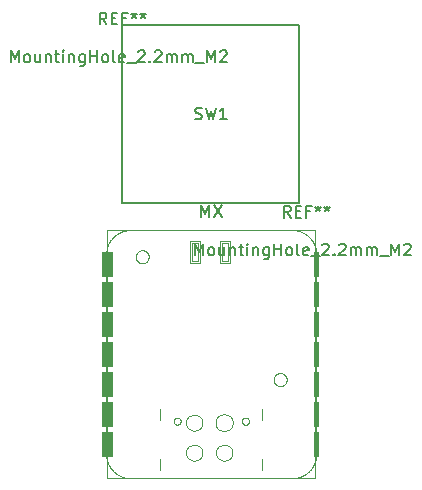
<source format=gbr>
%TF.GenerationSoftware,KiCad,Pcbnew,(5.1.6-0-10_14)*%
%TF.CreationDate,2021-03-26T09:45:15+01:00*%
%TF.ProjectId,KBPY,4b425059-2e6b-4696-9361-645f70636258,rev?*%
%TF.SameCoordinates,Original*%
%TF.FileFunction,Other,Fab,Top*%
%FSLAX46Y46*%
G04 Gerber Fmt 4.6, Leading zero omitted, Abs format (unit mm)*
G04 Created by KiCad (PCBNEW (5.1.6-0-10_14)) date 2021-03-26 09:45:15*
%MOMM*%
%LPD*%
G01*
G04 APERTURE LIST*
%ADD10C,0.150000*%
%ADD11C,0.025400*%
G04 APERTURE END LIST*
D10*
%TO.C,SW1*%
X117380000Y-86310000D02*
X132380000Y-86310000D01*
X132380000Y-86310000D02*
X132380000Y-101310000D01*
X132380000Y-101310000D02*
X117380000Y-101310000D01*
X117380000Y-101310000D02*
X117380000Y-86310000D01*
D11*
%TO.C,U1*%
X116252385Y-113140919D02*
X116252385Y-115136596D01*
X116247560Y-113140919D02*
X116247560Y-115136596D01*
X116247813Y-115136596D02*
X116247813Y-113140919D01*
X116248068Y-113140919D02*
X116248068Y-115136596D01*
X116248321Y-115136596D02*
X116248321Y-113140919D01*
X116256957Y-113140919D02*
X116256957Y-115136596D01*
X116249592Y-115136596D02*
X116249592Y-113140919D01*
X116257720Y-115136596D02*
X116257720Y-113140919D01*
X116248321Y-113140919D02*
X116248321Y-115136596D01*
X116250100Y-115136596D02*
X116250100Y-113140919D01*
X116248576Y-115136596D02*
X116248576Y-113140919D01*
X116252640Y-115136596D02*
X116252640Y-113140919D01*
X116248829Y-113140919D02*
X116248829Y-115136596D01*
X116250608Y-115136596D02*
X116250608Y-113140919D01*
X116251877Y-113140919D02*
X116251877Y-115136596D01*
X116253148Y-115136596D02*
X116253148Y-113140919D01*
X116253656Y-115136596D02*
X116253656Y-113140919D01*
X116254164Y-115136596D02*
X116254164Y-113140919D01*
X116255180Y-115136596D02*
X116255180Y-113140919D01*
X116257465Y-113140919D02*
X116257465Y-115136596D01*
X116256704Y-115136596D02*
X116256704Y-113140919D01*
X116258989Y-113140919D02*
X116258989Y-115136596D01*
X116252893Y-113140919D02*
X116252893Y-115136596D01*
X116254925Y-113140919D02*
X116254925Y-115136596D01*
X116255941Y-113140919D02*
X116255941Y-115136596D01*
X116249337Y-113140919D02*
X116249337Y-115136596D01*
X116254417Y-113140919D02*
X116254417Y-115136596D01*
X116254672Y-115136596D02*
X116254672Y-113140919D01*
X116249845Y-113140919D02*
X116249845Y-115136596D01*
X116250353Y-113140919D02*
X116250353Y-115136596D01*
X116250861Y-113140919D02*
X116250861Y-115136596D01*
X116258736Y-115136596D02*
X116258736Y-113140919D01*
X116251369Y-113140919D02*
X116251369Y-115136596D01*
X116256449Y-113140919D02*
X116256449Y-115136596D01*
X116251116Y-115136596D02*
X116251116Y-113140919D01*
X116259244Y-115136596D02*
X116259244Y-113140919D01*
X116253909Y-113140919D02*
X116253909Y-115136596D01*
X116256196Y-115136596D02*
X116256196Y-113140919D01*
X116257212Y-115136596D02*
X116257212Y-113140919D01*
X116257973Y-113140919D02*
X116257973Y-115136596D01*
X116258481Y-113140919D02*
X116258481Y-115136596D01*
X116246797Y-115136596D02*
X116246797Y-113140919D01*
X116249084Y-115136596D02*
X116249084Y-113140919D01*
X116247305Y-115136596D02*
X116247305Y-113140919D01*
X116258228Y-115136596D02*
X116258228Y-113140919D01*
X116255688Y-115136596D02*
X116255688Y-113140919D01*
X116255433Y-113140919D02*
X116255433Y-115136596D01*
X116247052Y-113140919D02*
X116247052Y-115136596D01*
X116251624Y-115136596D02*
X116251624Y-113140919D01*
X116252132Y-115136596D02*
X116252132Y-113140919D01*
X116253401Y-113140919D02*
X116253401Y-115136596D01*
X116268641Y-115136596D02*
X116268641Y-113140919D01*
X116273976Y-113140919D02*
X116273976Y-115136596D01*
X116264324Y-113140919D02*
X116264324Y-115136596D01*
X116265848Y-113140919D02*
X116265848Y-115136596D01*
X116270165Y-115136596D02*
X116270165Y-113140919D01*
X116266101Y-115136596D02*
X116266101Y-113140919D01*
X116270928Y-113140919D02*
X116270928Y-115136596D01*
X116267372Y-113140919D02*
X116267372Y-115136596D01*
X116274992Y-113140919D02*
X116274992Y-115136596D01*
X116270420Y-113140919D02*
X116270420Y-115136596D01*
X116264069Y-115136596D02*
X116264069Y-113140919D01*
X116264577Y-115136596D02*
X116264577Y-113140919D01*
X116265085Y-115136596D02*
X116265085Y-113140919D01*
X116267880Y-113140919D02*
X116267880Y-115136596D01*
X116270673Y-115136596D02*
X116270673Y-113140919D01*
X116272452Y-113140919D02*
X116272452Y-115136596D01*
X116272960Y-113140919D02*
X116272960Y-115136596D01*
X116274484Y-113140919D02*
X116274484Y-115136596D01*
X116266356Y-113140919D02*
X116266356Y-115136596D01*
X116268133Y-115136596D02*
X116268133Y-113140919D01*
X116271181Y-115136596D02*
X116271181Y-113140919D01*
X116274737Y-115136596D02*
X116274737Y-113140919D01*
X116269404Y-113140919D02*
X116269404Y-115136596D01*
X116260513Y-113140919D02*
X116260513Y-115136596D01*
X116264832Y-113140919D02*
X116264832Y-115136596D01*
X116268896Y-113140919D02*
X116268896Y-115136596D01*
X116272705Y-115136596D02*
X116272705Y-113140919D01*
X116265593Y-115136596D02*
X116265593Y-113140919D01*
X116260005Y-113140919D02*
X116260005Y-115136596D01*
X116272197Y-115136596D02*
X116272197Y-113140919D01*
X116259497Y-113140919D02*
X116259497Y-115136596D01*
X116259752Y-115136596D02*
X116259752Y-113140919D01*
X116269149Y-115136596D02*
X116269149Y-113140919D01*
X116265340Y-113140919D02*
X116265340Y-115136596D01*
X116260260Y-115136596D02*
X116260260Y-113140919D01*
X116266864Y-113140919D02*
X116266864Y-115136596D01*
X116274229Y-115136596D02*
X116274229Y-113140919D01*
X116271944Y-113140919D02*
X116271944Y-115136596D01*
X116261529Y-113140919D02*
X116261529Y-115136596D01*
X116273721Y-115136596D02*
X116273721Y-113140919D01*
X116269912Y-113140919D02*
X116269912Y-115136596D01*
X116271689Y-115136596D02*
X116271689Y-113140919D01*
X116260768Y-115136596D02*
X116260768Y-113140919D01*
X116261021Y-113140919D02*
X116261021Y-115136596D01*
X116261276Y-115136596D02*
X116261276Y-113140919D01*
X116266609Y-115136596D02*
X116266609Y-113140919D01*
X116261784Y-115136596D02*
X116261784Y-113140919D01*
X116268388Y-113140919D02*
X116268388Y-115136596D01*
X116267625Y-115136596D02*
X116267625Y-113140919D01*
X116271436Y-113140919D02*
X116271436Y-115136596D01*
X116262037Y-113140919D02*
X116262037Y-115136596D01*
X116262800Y-115136596D02*
X116262800Y-113140919D01*
X116273213Y-115136596D02*
X116273213Y-113140919D01*
X116262545Y-113140919D02*
X116262545Y-115136596D01*
X116273468Y-113140919D02*
X116273468Y-115136596D01*
X116275245Y-115136596D02*
X116275245Y-113140919D01*
X116262292Y-115136596D02*
X116262292Y-113140919D01*
X116263053Y-113140919D02*
X116263053Y-115136596D01*
X116263308Y-115136596D02*
X116263308Y-113140919D01*
X116269657Y-115136596D02*
X116269657Y-113140919D01*
X116263561Y-113140919D02*
X116263561Y-115136596D01*
X116263816Y-115136596D02*
X116263816Y-113140919D01*
X116264069Y-113140919D02*
X116264069Y-115136596D01*
X116267117Y-115136596D02*
X116267117Y-113140919D01*
X116290740Y-115136596D02*
X116290740Y-113140919D01*
X116289469Y-113140919D02*
X116289469Y-115136596D01*
X116282865Y-113140919D02*
X116282865Y-115136596D01*
X116285405Y-113140919D02*
X116285405Y-115136596D01*
X116289216Y-115136596D02*
X116289216Y-113140919D01*
X116280580Y-115136596D02*
X116280580Y-113140919D01*
X116278801Y-115136596D02*
X116278801Y-113140919D01*
X116279309Y-115136596D02*
X116279309Y-113140919D01*
X116290485Y-113140919D02*
X116290485Y-115136596D01*
X116275500Y-113140919D02*
X116275500Y-115136596D01*
X116275753Y-115136596D02*
X116275753Y-113140919D01*
X116276008Y-113140919D02*
X116276008Y-115136596D01*
X116276261Y-115136596D02*
X116276261Y-113140919D01*
X116276516Y-113140919D02*
X116276516Y-115136596D01*
X116276769Y-115136596D02*
X116276769Y-113140919D01*
X116277785Y-115136596D02*
X116277785Y-113140919D01*
X116283373Y-113140919D02*
X116283373Y-115136596D01*
X116287945Y-113140919D02*
X116287945Y-115136596D01*
X116286421Y-113140919D02*
X116286421Y-115136596D01*
X116291248Y-115136596D02*
X116291248Y-113140919D01*
X116284644Y-115136596D02*
X116284644Y-113140919D01*
X116288200Y-115136596D02*
X116288200Y-113140919D01*
X116283120Y-115136596D02*
X116283120Y-113140919D01*
X116277277Y-115136596D02*
X116277277Y-113140919D01*
X116277024Y-113140919D02*
X116277024Y-115136596D01*
X116277532Y-113140919D02*
X116277532Y-115136596D01*
X116283628Y-115136596D02*
X116283628Y-113140919D01*
X116290993Y-113140919D02*
X116290993Y-115136596D01*
X116278040Y-113140919D02*
X116278040Y-115136596D01*
X116287692Y-115136596D02*
X116287692Y-113140919D01*
X116280833Y-113140919D02*
X116280833Y-115136596D01*
X116278293Y-115136596D02*
X116278293Y-113140919D01*
X116278548Y-113140919D02*
X116278548Y-115136596D01*
X116286168Y-115136596D02*
X116286168Y-113140919D01*
X116279056Y-113140919D02*
X116279056Y-115136596D01*
X116280072Y-113140919D02*
X116280072Y-115136596D01*
X116282104Y-115136596D02*
X116282104Y-113140919D01*
X116284389Y-113140919D02*
X116284389Y-115136596D01*
X116282612Y-115136596D02*
X116282612Y-113140919D01*
X116284897Y-113140919D02*
X116284897Y-115136596D01*
X116283881Y-113140919D02*
X116283881Y-115136596D01*
X116289977Y-113140919D02*
X116289977Y-115136596D01*
X116287437Y-113140919D02*
X116287437Y-115136596D01*
X116288453Y-113140919D02*
X116288453Y-115136596D01*
X116289724Y-115136596D02*
X116289724Y-113140919D01*
X116288961Y-113140919D02*
X116288961Y-115136596D01*
X116286929Y-113140919D02*
X116286929Y-115136596D01*
X116285913Y-113140919D02*
X116285913Y-115136596D01*
X116285152Y-115136596D02*
X116285152Y-113140919D01*
X116288708Y-115136596D02*
X116288708Y-113140919D01*
X116281088Y-115136596D02*
X116281088Y-113140919D01*
X116279564Y-113140919D02*
X116279564Y-115136596D01*
X116279817Y-115136596D02*
X116279817Y-113140919D01*
X116280325Y-113140919D02*
X116280325Y-115136596D01*
X116287184Y-115136596D02*
X116287184Y-113140919D01*
X116281341Y-113140919D02*
X116281341Y-115136596D01*
X116284136Y-115136596D02*
X116284136Y-113140919D01*
X116281849Y-113140919D02*
X116281849Y-115136596D01*
X116290232Y-115136596D02*
X116290232Y-113140919D01*
X116282357Y-113140919D02*
X116282357Y-115136596D01*
X116286676Y-115136596D02*
X116286676Y-113140919D01*
X116280072Y-115136596D02*
X116280072Y-113140919D01*
X116281596Y-115136596D02*
X116281596Y-113140919D01*
X116285660Y-115136596D02*
X116285660Y-113140919D01*
X116299884Y-113140919D02*
X116299884Y-115136596D01*
X116300137Y-115136596D02*
X116300137Y-113140919D01*
X116296581Y-115136596D02*
X116296581Y-113140919D01*
X116298868Y-113140919D02*
X116298868Y-115136596D01*
X116301408Y-113140919D02*
X116301408Y-115136596D01*
X116302424Y-113140919D02*
X116302424Y-115136596D01*
X116302677Y-115136596D02*
X116302677Y-113140919D01*
X116302932Y-113140919D02*
X116302932Y-115136596D01*
X116304964Y-113140919D02*
X116304964Y-115136596D01*
X116306233Y-115136596D02*
X116306233Y-113140919D01*
X116307249Y-115136596D02*
X116307249Y-113140919D01*
X116296836Y-113140919D02*
X116296836Y-115136596D01*
X116306996Y-113140919D02*
X116306996Y-115136596D01*
X116291501Y-113140919D02*
X116291501Y-115136596D01*
X116298613Y-115136596D02*
X116298613Y-113140919D01*
X116301661Y-115136596D02*
X116301661Y-113140919D01*
X116301916Y-113140919D02*
X116301916Y-115136596D01*
X116300900Y-113140919D02*
X116300900Y-115136596D01*
X116291756Y-115136596D02*
X116291756Y-113140919D01*
X116292009Y-113140919D02*
X116292009Y-115136596D01*
X116292264Y-115136596D02*
X116292264Y-113140919D01*
X116301153Y-115136596D02*
X116301153Y-113140919D01*
X116292517Y-113140919D02*
X116292517Y-115136596D01*
X116295820Y-113140919D02*
X116295820Y-115136596D01*
X116306741Y-115136596D02*
X116306741Y-113140919D01*
X116294804Y-115136596D02*
X116294804Y-113140919D01*
X116304456Y-113140919D02*
X116304456Y-115136596D01*
X116299629Y-115136596D02*
X116299629Y-113140919D01*
X116292772Y-115136596D02*
X116292772Y-113140919D01*
X116294549Y-113140919D02*
X116294549Y-115136596D01*
X116306488Y-113140919D02*
X116306488Y-115136596D01*
X116293025Y-113140919D02*
X116293025Y-115136596D01*
X116304709Y-115136596D02*
X116304709Y-113140919D01*
X116293788Y-115136596D02*
X116293788Y-113140919D01*
X116294041Y-113140919D02*
X116294041Y-115136596D01*
X116296328Y-113140919D02*
X116296328Y-115136596D01*
X116305725Y-115136596D02*
X116305725Y-113140919D01*
X116305217Y-115136596D02*
X116305217Y-113140919D01*
X116295820Y-115136596D02*
X116295820Y-113140919D01*
X116295312Y-115136596D02*
X116295312Y-113140919D01*
X116295565Y-113140919D02*
X116295565Y-115136596D01*
X116300645Y-115136596D02*
X116300645Y-113140919D01*
X116305472Y-113140919D02*
X116305472Y-115136596D01*
X116303948Y-113140919D02*
X116303948Y-115136596D01*
X116300392Y-113140919D02*
X116300392Y-115136596D01*
X116297852Y-113140919D02*
X116297852Y-115136596D01*
X116296073Y-115136596D02*
X116296073Y-113140919D01*
X116297089Y-115136596D02*
X116297089Y-113140919D01*
X116303185Y-115136596D02*
X116303185Y-113140919D01*
X116304201Y-115136596D02*
X116304201Y-113140919D01*
X116303693Y-115136596D02*
X116303693Y-113140919D01*
X116298105Y-115136596D02*
X116298105Y-113140919D01*
X116293280Y-115136596D02*
X116293280Y-113140919D01*
X116293533Y-113140919D02*
X116293533Y-115136596D01*
X116294296Y-115136596D02*
X116294296Y-113140919D01*
X116303440Y-113140919D02*
X116303440Y-115136596D01*
X116298360Y-113140919D02*
X116298360Y-115136596D01*
X116305980Y-113140919D02*
X116305980Y-115136596D01*
X116297597Y-115136596D02*
X116297597Y-113140919D01*
X116299376Y-113140919D02*
X116299376Y-115136596D01*
X116302169Y-115136596D02*
X116302169Y-113140919D01*
X116295057Y-113140919D02*
X116295057Y-115136596D01*
X116299121Y-115136596D02*
X116299121Y-113140919D01*
X116297344Y-113140919D02*
X116297344Y-115136596D01*
X116318680Y-115136596D02*
X116318680Y-113140919D01*
X116319441Y-113140919D02*
X116319441Y-115136596D01*
X116311821Y-113140919D02*
X116311821Y-115136596D01*
X116307504Y-113140919D02*
X116307504Y-115136596D01*
X116309028Y-113140919D02*
X116309028Y-115136596D01*
X116309536Y-113140919D02*
X116309536Y-115136596D01*
X116311060Y-113140919D02*
X116311060Y-115136596D01*
X116313600Y-115136596D02*
X116313600Y-113140919D01*
X116313853Y-113140919D02*
X116313853Y-115136596D01*
X116321981Y-113140919D02*
X116321981Y-115136596D01*
X116315632Y-115136596D02*
X116315632Y-113140919D01*
X116321728Y-115136596D02*
X116321728Y-113140919D01*
X116319949Y-113140919D02*
X116319949Y-115136596D01*
X116311821Y-115136596D02*
X116311821Y-113140919D01*
X116322236Y-115136596D02*
X116322236Y-113140919D01*
X116313092Y-115136596D02*
X116313092Y-113140919D01*
X116322997Y-113140919D02*
X116322997Y-115136596D01*
X116322489Y-113140919D02*
X116322489Y-115136596D01*
X116307757Y-115136596D02*
X116307757Y-113140919D01*
X116320204Y-115136596D02*
X116320204Y-113140919D01*
X116321220Y-115136596D02*
X116321220Y-113140919D01*
X116308520Y-113140919D02*
X116308520Y-115136596D01*
X116308012Y-113140919D02*
X116308012Y-115136596D01*
X116311568Y-113140919D02*
X116311568Y-115136596D01*
X116312076Y-115136596D02*
X116312076Y-113140919D01*
X116312329Y-113140919D02*
X116312329Y-115136596D01*
X116322744Y-115136596D02*
X116322744Y-113140919D01*
X116312584Y-115136596D02*
X116312584Y-113140919D01*
X116316140Y-115136596D02*
X116316140Y-113140919D01*
X116317664Y-115136596D02*
X116317664Y-113140919D01*
X116314869Y-113140919D02*
X116314869Y-115136596D01*
X116316901Y-113140919D02*
X116316901Y-115136596D01*
X116308265Y-115136596D02*
X116308265Y-113140919D01*
X116308773Y-115136596D02*
X116308773Y-113140919D01*
X116310297Y-115136596D02*
X116310297Y-113140919D01*
X116316648Y-115136596D02*
X116316648Y-113140919D01*
X116311313Y-115136596D02*
X116311313Y-113140919D01*
X116315885Y-113140919D02*
X116315885Y-115136596D01*
X116309281Y-115136596D02*
X116309281Y-113140919D01*
X116309789Y-115136596D02*
X116309789Y-113140919D01*
X116310044Y-113140919D02*
X116310044Y-115136596D01*
X116313345Y-113140919D02*
X116313345Y-115136596D01*
X116310552Y-113140919D02*
X116310552Y-115136596D01*
X116315124Y-115136596D02*
X116315124Y-113140919D01*
X116317409Y-113140919D02*
X116317409Y-115136596D01*
X116321473Y-113140919D02*
X116321473Y-115136596D01*
X116317917Y-113140919D02*
X116317917Y-115136596D01*
X116310805Y-115136596D02*
X116310805Y-113140919D01*
X116312837Y-113140919D02*
X116312837Y-115136596D01*
X116314108Y-115136596D02*
X116314108Y-113140919D01*
X116317156Y-115136596D02*
X116317156Y-113140919D01*
X116314361Y-113140919D02*
X116314361Y-115136596D01*
X116314616Y-115136596D02*
X116314616Y-113140919D01*
X116320712Y-115136596D02*
X116320712Y-113140919D01*
X116320965Y-113140919D02*
X116320965Y-115136596D01*
X116315377Y-113140919D02*
X116315377Y-115136596D01*
X116316393Y-113140919D02*
X116316393Y-115136596D01*
X116318933Y-113140919D02*
X116318933Y-115136596D01*
X116319696Y-115136596D02*
X116319696Y-113140919D01*
X116320457Y-113140919D02*
X116320457Y-115136596D01*
X116319188Y-115136596D02*
X116319188Y-113140919D01*
X116318172Y-115136596D02*
X116318172Y-113140919D01*
X116323252Y-115136596D02*
X116323252Y-113140919D01*
X116318425Y-113140919D02*
X116318425Y-115136596D01*
X116324521Y-113140919D02*
X116324521Y-115136596D01*
X116324776Y-115136596D02*
X116324776Y-113140919D01*
X116333665Y-115136596D02*
X116333665Y-113140919D01*
X116336713Y-115136596D02*
X116336713Y-113140919D01*
X116337729Y-115136596D02*
X116337729Y-113140919D01*
X116329856Y-113140919D02*
X116329856Y-115136596D01*
X116335444Y-113140919D02*
X116335444Y-115136596D01*
X116336205Y-115136596D02*
X116336205Y-113140919D01*
X116325029Y-113140919D02*
X116325029Y-115136596D01*
X116325537Y-113140919D02*
X116325537Y-115136596D01*
X116325284Y-115136596D02*
X116325284Y-113140919D01*
X116325792Y-115136596D02*
X116325792Y-113140919D01*
X116326300Y-115136596D02*
X116326300Y-113140919D01*
X116326553Y-113140919D02*
X116326553Y-115136596D01*
X116331633Y-115136596D02*
X116331633Y-113140919D01*
X116339000Y-113140919D02*
X116339000Y-115136596D01*
X116326808Y-115136596D02*
X116326808Y-113140919D01*
X116327061Y-113140919D02*
X116327061Y-115136596D01*
X116330364Y-113140919D02*
X116330364Y-115136596D01*
X116330617Y-115136596D02*
X116330617Y-113140919D01*
X116332141Y-115136596D02*
X116332141Y-113140919D01*
X116338492Y-113140919D02*
X116338492Y-115136596D01*
X116337984Y-113140919D02*
X116337984Y-115136596D01*
X116327569Y-113140919D02*
X116327569Y-115136596D01*
X116328077Y-115136596D02*
X116328077Y-113140919D01*
X116334681Y-115136596D02*
X116334681Y-113140919D01*
X116327569Y-115136596D02*
X116327569Y-113140919D01*
X116330109Y-115136596D02*
X116330109Y-113140919D01*
X116332396Y-113140919D02*
X116332396Y-115136596D01*
X116329093Y-115136596D02*
X116329093Y-113140919D01*
X116330872Y-113140919D02*
X116330872Y-115136596D01*
X116335952Y-113140919D02*
X116335952Y-115136596D01*
X116331125Y-115136596D02*
X116331125Y-113140919D01*
X116332904Y-113140919D02*
X116332904Y-115136596D01*
X116331888Y-113140919D02*
X116331888Y-115136596D01*
X116335697Y-115136596D02*
X116335697Y-113140919D01*
X116332649Y-115136596D02*
X116332649Y-113140919D01*
X116336460Y-113140919D02*
X116336460Y-115136596D01*
X116331380Y-113140919D02*
X116331380Y-115136596D01*
X116333920Y-113140919D02*
X116333920Y-115136596D01*
X116336968Y-113140919D02*
X116336968Y-115136596D01*
X116334428Y-113140919D02*
X116334428Y-115136596D01*
X116335189Y-115136596D02*
X116335189Y-113140919D01*
X116338745Y-115136596D02*
X116338745Y-113140919D01*
X116337476Y-113140919D02*
X116337476Y-115136596D01*
X116339253Y-115136596D02*
X116339253Y-113140919D01*
X116327824Y-113140919D02*
X116327824Y-115136596D01*
X116334173Y-115136596D02*
X116334173Y-113140919D01*
X116337221Y-115136596D02*
X116337221Y-113140919D01*
X116329348Y-113140919D02*
X116329348Y-115136596D01*
X116328332Y-113140919D02*
X116328332Y-115136596D01*
X116323505Y-113140919D02*
X116323505Y-115136596D01*
X116323760Y-115136596D02*
X116323760Y-113140919D01*
X116324013Y-113140919D02*
X116324013Y-115136596D01*
X116326045Y-113140919D02*
X116326045Y-115136596D01*
X116328840Y-113140919D02*
X116328840Y-115136596D01*
X116333412Y-113140919D02*
X116333412Y-115136596D01*
X116324268Y-115136596D02*
X116324268Y-113140919D01*
X116328585Y-115136596D02*
X116328585Y-113140919D01*
X116338237Y-115136596D02*
X116338237Y-113140919D01*
X116329601Y-115136596D02*
X116329601Y-113140919D01*
X116334936Y-113140919D02*
X116334936Y-115136596D01*
X116333157Y-115136596D02*
X116333157Y-113140919D01*
X116327316Y-115136596D02*
X116327316Y-113140919D01*
X116340777Y-115136596D02*
X116340777Y-113140919D01*
X116341032Y-113140919D02*
X116341032Y-115136596D01*
X116341285Y-115136596D02*
X116341285Y-113140919D01*
X116344588Y-115136596D02*
X116344588Y-113140919D01*
X116342048Y-113140919D02*
X116342048Y-115136596D01*
X116343064Y-113140919D02*
X116343064Y-115136596D01*
X116343317Y-115136596D02*
X116343317Y-113140919D01*
X116345857Y-113140919D02*
X116345857Y-115136596D01*
X116343572Y-113140919D02*
X116343572Y-115136596D01*
X116343825Y-113140919D02*
X116343825Y-115136596D01*
X116348144Y-115136596D02*
X116348144Y-113140919D01*
X116349921Y-113140919D02*
X116349921Y-115136596D01*
X116352461Y-113140919D02*
X116352461Y-115136596D01*
X116344080Y-115136596D02*
X116344080Y-113140919D01*
X116345349Y-113140919D02*
X116345349Y-115136596D01*
X116350684Y-115136596D02*
X116350684Y-113140919D01*
X116347128Y-115136596D02*
X116347128Y-113140919D01*
X116355001Y-113140919D02*
X116355001Y-115136596D01*
X116344333Y-113140919D02*
X116344333Y-115136596D01*
X116345096Y-115136596D02*
X116345096Y-113140919D01*
X116353224Y-115136596D02*
X116353224Y-113140919D01*
X116355256Y-115136596D02*
X116355256Y-113140919D01*
X116345604Y-115136596D02*
X116345604Y-113140919D01*
X116346365Y-113140919D02*
X116346365Y-115136596D01*
X116346620Y-115136596D02*
X116346620Y-113140919D01*
X116346873Y-113140919D02*
X116346873Y-115136596D01*
X116347381Y-113140919D02*
X116347381Y-115136596D01*
X116348652Y-115136596D02*
X116348652Y-113140919D01*
X116350937Y-113140919D02*
X116350937Y-115136596D01*
X116354748Y-115136596D02*
X116354748Y-113140919D01*
X116350176Y-115136596D02*
X116350176Y-113140919D01*
X116349668Y-115136596D02*
X116349668Y-113140919D01*
X116353477Y-113140919D02*
X116353477Y-115136596D01*
X116351445Y-113140919D02*
X116351445Y-115136596D01*
X116352716Y-115136596D02*
X116352716Y-113140919D01*
X116354240Y-115136596D02*
X116354240Y-113140919D01*
X116351700Y-115136596D02*
X116351700Y-113140919D01*
X116352969Y-113140919D02*
X116352969Y-115136596D01*
X116353732Y-115136596D02*
X116353732Y-113140919D01*
X116341540Y-113140919D02*
X116341540Y-115136596D01*
X116342809Y-115136596D02*
X116342809Y-113140919D01*
X116349413Y-113140919D02*
X116349413Y-115136596D01*
X116344841Y-113140919D02*
X116344841Y-115136596D01*
X116353985Y-113140919D02*
X116353985Y-115136596D01*
X116349160Y-115136596D02*
X116349160Y-113140919D01*
X116348397Y-113140919D02*
X116348397Y-115136596D01*
X116351953Y-113140919D02*
X116351953Y-115136596D01*
X116347636Y-115136596D02*
X116347636Y-113140919D01*
X116342301Y-115136596D02*
X116342301Y-113140919D01*
X116350429Y-113140919D02*
X116350429Y-115136596D01*
X116341793Y-115136596D02*
X116341793Y-113140919D01*
X116343572Y-115136596D02*
X116343572Y-113140919D01*
X116348905Y-113140919D02*
X116348905Y-115136596D01*
X116351192Y-115136596D02*
X116351192Y-113140919D01*
X116342556Y-113140919D02*
X116342556Y-115136596D01*
X116352208Y-115136596D02*
X116352208Y-113140919D01*
X116346112Y-115136596D02*
X116346112Y-113140919D01*
X116347889Y-113140919D02*
X116347889Y-115136596D01*
X116340524Y-113140919D02*
X116340524Y-115136596D01*
X116354493Y-113140919D02*
X116354493Y-115136596D01*
X116339508Y-113140919D02*
X116339508Y-115136596D01*
X116339761Y-115136596D02*
X116339761Y-113140919D01*
X116340016Y-113140919D02*
X116340016Y-115136596D01*
X116340269Y-115136596D02*
X116340269Y-113140919D01*
X116364145Y-115136596D02*
X116364145Y-113140919D01*
X116364400Y-113140919D02*
X116364400Y-115136596D01*
X116356780Y-115136596D02*
X116356780Y-113140919D01*
X116359320Y-113140919D02*
X116359320Y-115136596D01*
X116371257Y-115136596D02*
X116371257Y-113140919D01*
X116357033Y-113140919D02*
X116357033Y-115136596D01*
X116357541Y-113140919D02*
X116357541Y-115136596D01*
X116357796Y-115136596D02*
X116357796Y-113140919D01*
X116360081Y-115136596D02*
X116360081Y-113140919D01*
X116361605Y-115136596D02*
X116361605Y-113140919D01*
X116368209Y-115136596D02*
X116368209Y-113140919D01*
X116360844Y-113140919D02*
X116360844Y-115136596D01*
X116363129Y-115136596D02*
X116363129Y-113140919D01*
X116367701Y-115136596D02*
X116367701Y-113140919D01*
X116368717Y-115136596D02*
X116368717Y-113140919D01*
X116370749Y-115136596D02*
X116370749Y-113140919D01*
X116365924Y-113140919D02*
X116365924Y-115136596D01*
X116358049Y-113140919D02*
X116358049Y-115136596D01*
X116364653Y-115136596D02*
X116364653Y-113140919D01*
X116360589Y-115136596D02*
X116360589Y-113140919D01*
X116367956Y-113140919D02*
X116367956Y-115136596D01*
X116361097Y-115136596D02*
X116361097Y-113140919D01*
X116362368Y-113140919D02*
X116362368Y-115136596D01*
X116362876Y-113140919D02*
X116362876Y-115136596D01*
X116365669Y-115136596D02*
X116365669Y-113140919D01*
X116363384Y-113140919D02*
X116363384Y-115136596D01*
X116370496Y-113140919D02*
X116370496Y-115136596D01*
X116366432Y-113140919D02*
X116366432Y-115136596D01*
X116366940Y-113140919D02*
X116366940Y-115136596D01*
X116368972Y-113140919D02*
X116368972Y-115136596D01*
X116364908Y-113140919D02*
X116364908Y-115136596D01*
X116366685Y-115136596D02*
X116366685Y-113140919D01*
X116365161Y-115136596D02*
X116365161Y-113140919D01*
X116369988Y-113140919D02*
X116369988Y-115136596D01*
X116367448Y-113140919D02*
X116367448Y-115136596D01*
X116369225Y-115136596D02*
X116369225Y-113140919D01*
X116371004Y-113140919D02*
X116371004Y-115136596D01*
X116365416Y-113140919D02*
X116365416Y-115136596D01*
X116366177Y-115136596D02*
X116366177Y-113140919D01*
X116355509Y-113140919D02*
X116355509Y-115136596D01*
X116356525Y-113140919D02*
X116356525Y-115136596D01*
X116359065Y-113140919D02*
X116359065Y-115136596D01*
X116358304Y-115136596D02*
X116358304Y-113140919D01*
X116358812Y-115136596D02*
X116358812Y-113140919D01*
X116361860Y-113140919D02*
X116361860Y-115136596D01*
X116368464Y-113140919D02*
X116368464Y-115136596D01*
X116369733Y-115136596D02*
X116369733Y-113140919D01*
X116362113Y-115136596D02*
X116362113Y-113140919D01*
X116360336Y-113140919D02*
X116360336Y-115136596D01*
X116355764Y-115136596D02*
X116355764Y-113140919D01*
X116359828Y-113140919D02*
X116359828Y-115136596D01*
X116356272Y-115136596D02*
X116356272Y-113140919D01*
X116363637Y-115136596D02*
X116363637Y-113140919D01*
X116359573Y-115136596D02*
X116359573Y-113140919D01*
X116361352Y-113140919D02*
X116361352Y-115136596D01*
X116362621Y-115136596D02*
X116362621Y-113140919D01*
X116357288Y-115136596D02*
X116357288Y-113140919D01*
X116367193Y-115136596D02*
X116367193Y-113140919D01*
X116359320Y-115136596D02*
X116359320Y-113140919D01*
X116370241Y-115136596D02*
X116370241Y-113140919D01*
X116356017Y-113140919D02*
X116356017Y-115136596D01*
X116358557Y-113140919D02*
X116358557Y-115136596D01*
X116363892Y-113140919D02*
X116363892Y-115136596D01*
X116369480Y-113140919D02*
X116369480Y-115136596D01*
X116380909Y-113140919D02*
X116380909Y-115136596D01*
X116381417Y-113140919D02*
X116381417Y-115136596D01*
X116385481Y-113140919D02*
X116385481Y-115136596D01*
X116386752Y-115136596D02*
X116386752Y-113140919D01*
X116383957Y-113140919D02*
X116383957Y-115136596D01*
X116384212Y-115136596D02*
X116384212Y-113140919D01*
X116387005Y-113140919D02*
X116387005Y-115136596D01*
X116380656Y-115136596D02*
X116380656Y-113140919D01*
X116375321Y-113140919D02*
X116375321Y-115136596D01*
X116384973Y-113140919D02*
X116384973Y-115136596D01*
X116378369Y-113140919D02*
X116378369Y-115136596D01*
X116385736Y-115136596D02*
X116385736Y-113140919D01*
X116384720Y-115136596D02*
X116384720Y-113140919D01*
X116376845Y-113140919D02*
X116376845Y-115136596D01*
X116377353Y-113140919D02*
X116377353Y-115136596D01*
X116385228Y-115136596D02*
X116385228Y-113140919D01*
X116378624Y-115136596D02*
X116378624Y-113140919D01*
X116371512Y-113140919D02*
X116371512Y-115136596D01*
X116372781Y-115136596D02*
X116372781Y-113140919D01*
X116378116Y-115136596D02*
X116378116Y-113140919D01*
X116380148Y-115136596D02*
X116380148Y-113140919D01*
X116382433Y-113140919D02*
X116382433Y-115136596D01*
X116383196Y-115136596D02*
X116383196Y-113140919D01*
X116371765Y-115136596D02*
X116371765Y-113140919D01*
X116372020Y-113140919D02*
X116372020Y-115136596D01*
X116373036Y-113140919D02*
X116373036Y-115136596D01*
X116376084Y-115136596D02*
X116376084Y-113140919D01*
X116377861Y-113140919D02*
X116377861Y-115136596D01*
X116373289Y-115136596D02*
X116373289Y-113140919D01*
X116373797Y-115136596D02*
X116373797Y-113140919D01*
X116375321Y-115136596D02*
X116375321Y-113140919D01*
X116379385Y-113140919D02*
X116379385Y-115136596D01*
X116382941Y-113140919D02*
X116382941Y-115136596D01*
X116386497Y-113140919D02*
X116386497Y-115136596D01*
X116372273Y-115136596D02*
X116372273Y-113140919D01*
X116373544Y-113140919D02*
X116373544Y-115136596D01*
X116374052Y-113140919D02*
X116374052Y-115136596D01*
X116379893Y-113140919D02*
X116379893Y-115136596D01*
X116385989Y-113140919D02*
X116385989Y-115136596D01*
X116380401Y-113140919D02*
X116380401Y-115136596D01*
X116375829Y-113140919D02*
X116375829Y-115136596D01*
X116378877Y-113140919D02*
X116378877Y-115136596D01*
X116376592Y-115136596D02*
X116376592Y-113140919D01*
X116387260Y-115136596D02*
X116387260Y-113140919D01*
X116382180Y-115136596D02*
X116382180Y-113140919D01*
X116383704Y-115136596D02*
X116383704Y-113140919D01*
X116382688Y-115136596D02*
X116382688Y-113140919D01*
X116386244Y-115136596D02*
X116386244Y-113140919D01*
X116379640Y-115136596D02*
X116379640Y-113140919D01*
X116381672Y-115136596D02*
X116381672Y-113140919D01*
X116381925Y-113140919D02*
X116381925Y-115136596D01*
X116384465Y-113140919D02*
X116384465Y-115136596D01*
X116381164Y-115136596D02*
X116381164Y-113140919D01*
X116372528Y-113140919D02*
X116372528Y-115136596D01*
X116374305Y-115136596D02*
X116374305Y-113140919D01*
X116374813Y-115136596D02*
X116374813Y-113140919D01*
X116375576Y-115136596D02*
X116375576Y-113140919D01*
X116376337Y-113140919D02*
X116376337Y-115136596D01*
X116377100Y-115136596D02*
X116377100Y-113140919D01*
X116383449Y-113140919D02*
X116383449Y-115136596D01*
X116374560Y-113140919D02*
X116374560Y-115136596D01*
X116375068Y-113140919D02*
X116375068Y-115136596D01*
X116377608Y-115136596D02*
X116377608Y-113140919D01*
X116379132Y-115136596D02*
X116379132Y-113140919D01*
X116396404Y-113140919D02*
X116396404Y-115136596D01*
X116396657Y-115136596D02*
X116396657Y-113140919D01*
X116399705Y-115136596D02*
X116399705Y-113140919D01*
X116396912Y-113140919D02*
X116396912Y-115136596D01*
X116398944Y-113140919D02*
X116398944Y-115136596D01*
X116389292Y-115136596D02*
X116389292Y-113140919D01*
X116390561Y-113140919D02*
X116390561Y-115136596D01*
X116390816Y-115136596D02*
X116390816Y-113140919D01*
X116392593Y-115136596D02*
X116392593Y-113140919D01*
X116399197Y-115136596D02*
X116399197Y-113140919D01*
X116391577Y-115136596D02*
X116391577Y-113140919D01*
X116393864Y-113140919D02*
X116393864Y-115136596D01*
X116398689Y-115136596D02*
X116398689Y-113140919D01*
X116394117Y-115136596D02*
X116394117Y-113140919D01*
X116397420Y-113140919D02*
X116397420Y-115136596D01*
X116399452Y-113140919D02*
X116399452Y-115136596D01*
X116402753Y-115136596D02*
X116402753Y-113140919D01*
X116400213Y-115136596D02*
X116400213Y-113140919D01*
X116390053Y-113140919D02*
X116390053Y-115136596D01*
X116394625Y-115136596D02*
X116394625Y-113140919D01*
X116397673Y-115136596D02*
X116397673Y-113140919D01*
X116399960Y-113140919D02*
X116399960Y-115136596D01*
X116388021Y-113140919D02*
X116388021Y-115136596D01*
X116388529Y-113140919D02*
X116388529Y-115136596D01*
X116401484Y-113140919D02*
X116401484Y-115136596D01*
X116394880Y-113140919D02*
X116394880Y-115136596D01*
X116398181Y-115136596D02*
X116398181Y-113140919D01*
X116401737Y-115136596D02*
X116401737Y-113140919D01*
X116389037Y-113140919D02*
X116389037Y-115136596D01*
X116391832Y-113140919D02*
X116391832Y-115136596D01*
X116393609Y-115136596D02*
X116393609Y-113140919D01*
X116391069Y-113140919D02*
X116391069Y-115136596D01*
X116395133Y-115136596D02*
X116395133Y-113140919D01*
X116393101Y-115136596D02*
X116393101Y-113140919D01*
X116388784Y-115136596D02*
X116388784Y-113140919D01*
X116389800Y-115136596D02*
X116389800Y-113140919D01*
X116397165Y-115136596D02*
X116397165Y-113140919D01*
X116394372Y-113140919D02*
X116394372Y-115136596D01*
X116390308Y-115136596D02*
X116390308Y-113140919D01*
X116391324Y-113140919D02*
X116391324Y-115136596D01*
X116392085Y-115136596D02*
X116392085Y-113140919D01*
X116392340Y-113140919D02*
X116392340Y-115136596D01*
X116400976Y-113140919D02*
X116400976Y-115136596D01*
X116395388Y-113140919D02*
X116395388Y-115136596D01*
X116393356Y-113140919D02*
X116393356Y-115136596D01*
X116395641Y-115136596D02*
X116395641Y-113140919D01*
X116402245Y-115136596D02*
X116402245Y-113140919D01*
X116397928Y-113140919D02*
X116397928Y-115136596D01*
X116398436Y-113140919D02*
X116398436Y-115136596D01*
X116401229Y-115136596D02*
X116401229Y-113140919D01*
X116403261Y-115136596D02*
X116403261Y-113140919D01*
X116400468Y-113140919D02*
X116400468Y-115136596D01*
X116388276Y-115136596D02*
X116388276Y-113140919D01*
X116389545Y-113140919D02*
X116389545Y-115136596D01*
X116391069Y-115136596D02*
X116391069Y-113140919D01*
X116392848Y-113140919D02*
X116392848Y-115136596D01*
X116396149Y-115136596D02*
X116396149Y-113140919D01*
X116400721Y-115136596D02*
X116400721Y-113140919D01*
X116401992Y-113140919D02*
X116401992Y-115136596D01*
X116387513Y-113140919D02*
X116387513Y-115136596D01*
X116403008Y-113140919D02*
X116403008Y-115136596D01*
X116402500Y-113140919D02*
X116402500Y-115136596D01*
X116387768Y-115136596D02*
X116387768Y-113140919D01*
X116395896Y-113140919D02*
X116395896Y-115136596D01*
X116411136Y-115136596D02*
X116411136Y-113140919D01*
X116408596Y-115136596D02*
X116408596Y-113140919D01*
X116408849Y-113140919D02*
X116408849Y-115136596D01*
X116418248Y-115136596D02*
X116418248Y-113140919D01*
X116417740Y-115136596D02*
X116417740Y-113140919D01*
X116415200Y-115136596D02*
X116415200Y-113140919D01*
X116406817Y-115136596D02*
X116406817Y-113140919D01*
X116412913Y-113140919D02*
X116412913Y-115136596D01*
X116404024Y-113140919D02*
X116404024Y-115136596D01*
X116409357Y-113140919D02*
X116409357Y-115136596D01*
X116416977Y-113140919D02*
X116416977Y-115136596D01*
X116407072Y-115136596D02*
X116407072Y-113140919D01*
X116415708Y-115136596D02*
X116415708Y-113140919D01*
X116409104Y-115136596D02*
X116409104Y-113140919D01*
X116410881Y-113140919D02*
X116410881Y-115136596D01*
X116409612Y-115136596D02*
X116409612Y-113140919D01*
X116410628Y-115136596D02*
X116410628Y-113140919D01*
X116405293Y-115136596D02*
X116405293Y-113140919D01*
X116414437Y-113140919D02*
X116414437Y-115136596D01*
X116404277Y-115136596D02*
X116404277Y-113140919D01*
X116410373Y-113140919D02*
X116410373Y-115136596D01*
X116407325Y-113140919D02*
X116407325Y-115136596D01*
X116416469Y-113140919D02*
X116416469Y-115136596D01*
X116404532Y-113140919D02*
X116404532Y-115136596D01*
X116405040Y-113140919D02*
X116405040Y-115136596D01*
X116406056Y-113140919D02*
X116406056Y-115136596D01*
X116414184Y-115136596D02*
X116414184Y-113140919D01*
X116408341Y-113140919D02*
X116408341Y-115136596D01*
X116417232Y-115136596D02*
X116417232Y-113140919D01*
X116412405Y-113140919D02*
X116412405Y-115136596D01*
X116411389Y-113140919D02*
X116411389Y-115136596D01*
X116412660Y-115136596D02*
X116412660Y-113140919D01*
X116405548Y-113140919D02*
X116405548Y-115136596D01*
X116408088Y-115136596D02*
X116408088Y-113140919D01*
X116410120Y-115136596D02*
X116410120Y-113140919D01*
X116414692Y-115136596D02*
X116414692Y-113140919D01*
X116416216Y-115136596D02*
X116416216Y-113140919D01*
X116416724Y-115136596D02*
X116416724Y-113140919D01*
X116411644Y-115136596D02*
X116411644Y-113140919D01*
X116405801Y-115136596D02*
X116405801Y-113140919D01*
X116406309Y-115136596D02*
X116406309Y-113140919D01*
X116411897Y-113140919D02*
X116411897Y-115136596D01*
X116407072Y-113140919D02*
X116407072Y-115136596D01*
X116407580Y-115136596D02*
X116407580Y-113140919D01*
X116406564Y-113140919D02*
X116406564Y-115136596D01*
X116417993Y-113140919D02*
X116417993Y-115136596D01*
X116407833Y-113140919D02*
X116407833Y-115136596D01*
X116418756Y-115136596D02*
X116418756Y-113140919D01*
X116409865Y-113140919D02*
X116409865Y-115136596D01*
X116413929Y-113140919D02*
X116413929Y-115136596D01*
X116412152Y-115136596D02*
X116412152Y-113140919D01*
X116415453Y-113140919D02*
X116415453Y-115136596D01*
X116413168Y-115136596D02*
X116413168Y-113140919D01*
X116413676Y-115136596D02*
X116413676Y-113140919D01*
X116417485Y-113140919D02*
X116417485Y-115136596D01*
X116418501Y-113140919D02*
X116418501Y-115136596D01*
X116419009Y-113140919D02*
X116419009Y-115136596D01*
X116419264Y-115136596D02*
X116419264Y-113140919D01*
X116413421Y-113140919D02*
X116413421Y-115136596D01*
X116414945Y-113140919D02*
X116414945Y-115136596D01*
X116415961Y-113140919D02*
X116415961Y-115136596D01*
X116403516Y-113140919D02*
X116403516Y-115136596D01*
X116403769Y-115136596D02*
X116403769Y-113140919D01*
X116404785Y-115136596D02*
X116404785Y-113140919D01*
X116423581Y-115136596D02*
X116423581Y-113140919D01*
X116434757Y-115136596D02*
X116434757Y-113140919D01*
X116431456Y-113140919D02*
X116431456Y-115136596D01*
X116432217Y-115136596D02*
X116432217Y-113140919D01*
X116434249Y-115136596D02*
X116434249Y-113140919D01*
X116426121Y-115136596D02*
X116426121Y-113140919D01*
X116428916Y-113140919D02*
X116428916Y-115136596D01*
X116427392Y-113140919D02*
X116427392Y-115136596D01*
X116429424Y-113140919D02*
X116429424Y-115136596D01*
X116433488Y-113140919D02*
X116433488Y-115136596D01*
X116430185Y-115136596D02*
X116430185Y-113140919D01*
X116430440Y-113140919D02*
X116430440Y-115136596D01*
X116425868Y-113140919D02*
X116425868Y-115136596D01*
X116426629Y-115136596D02*
X116426629Y-113140919D01*
X116421549Y-113140919D02*
X116421549Y-115136596D01*
X116422820Y-115136596D02*
X116422820Y-113140919D01*
X116429677Y-115136596D02*
X116429677Y-113140919D01*
X116423073Y-115136596D02*
X116423073Y-113140919D01*
X116425360Y-113140919D02*
X116425360Y-115136596D01*
X116426884Y-113140919D02*
X116426884Y-115136596D01*
X116429932Y-113140919D02*
X116429932Y-115136596D01*
X116424089Y-115136596D02*
X116424089Y-113140919D01*
X116419517Y-113140919D02*
X116419517Y-115136596D01*
X116423836Y-113140919D02*
X116423836Y-115136596D01*
X116427137Y-115136596D02*
X116427137Y-113140919D01*
X116433741Y-115136596D02*
X116433741Y-113140919D01*
X116431964Y-113140919D02*
X116431964Y-115136596D01*
X116429169Y-115136596D02*
X116429169Y-113140919D01*
X116420280Y-115136596D02*
X116420280Y-113140919D01*
X116427645Y-115136596D02*
X116427645Y-113140919D01*
X116430693Y-115136596D02*
X116430693Y-113140919D01*
X116419772Y-115136596D02*
X116419772Y-113140919D01*
X116420025Y-113140919D02*
X116420025Y-115136596D01*
X116432725Y-115136596D02*
X116432725Y-113140919D01*
X116435012Y-113140919D02*
X116435012Y-115136596D01*
X116420533Y-113140919D02*
X116420533Y-115136596D01*
X116420788Y-115136596D02*
X116420788Y-113140919D01*
X116421041Y-113140919D02*
X116421041Y-115136596D01*
X116430948Y-113140919D02*
X116430948Y-115136596D01*
X116421296Y-115136596D02*
X116421296Y-113140919D01*
X116422057Y-113140919D02*
X116422057Y-115136596D01*
X116432980Y-113140919D02*
X116432980Y-115136596D01*
X116422312Y-115136596D02*
X116422312Y-113140919D01*
X116428661Y-115136596D02*
X116428661Y-113140919D01*
X116426376Y-113140919D02*
X116426376Y-115136596D01*
X116433996Y-113140919D02*
X116433996Y-115136596D01*
X116424597Y-115136596D02*
X116424597Y-113140919D01*
X116431709Y-115136596D02*
X116431709Y-113140919D01*
X116422565Y-113140919D02*
X116422565Y-115136596D01*
X116424344Y-113140919D02*
X116424344Y-115136596D01*
X116427900Y-113140919D02*
X116427900Y-115136596D01*
X116428408Y-113140919D02*
X116428408Y-115136596D01*
X116432472Y-113140919D02*
X116432472Y-115136596D01*
X116425105Y-115136596D02*
X116425105Y-113140919D01*
X116425613Y-115136596D02*
X116425613Y-113140919D01*
X116431201Y-115136596D02*
X116431201Y-113140919D01*
X116433233Y-115136596D02*
X116433233Y-113140919D01*
X116434504Y-113140919D02*
X116434504Y-115136596D01*
X116435265Y-115136596D02*
X116435265Y-113140919D01*
X116428153Y-115136596D02*
X116428153Y-113140919D01*
X116421804Y-115136596D02*
X116421804Y-113140919D01*
X116422820Y-113140919D02*
X116422820Y-115136596D01*
X116423328Y-113140919D02*
X116423328Y-115136596D01*
X116424852Y-113140919D02*
X116424852Y-115136596D01*
X116438821Y-113140919D02*
X116438821Y-115136596D01*
X116439076Y-115136596D02*
X116439076Y-113140919D01*
X116440853Y-113140919D02*
X116440853Y-115136596D01*
X116444409Y-113140919D02*
X116444409Y-115136596D01*
X116442124Y-115136596D02*
X116442124Y-113140919D01*
X116446696Y-115136596D02*
X116446696Y-113140919D01*
X116445425Y-113140919D02*
X116445425Y-115136596D01*
X116446188Y-115136596D02*
X116446188Y-113140919D01*
X116446441Y-113140919D02*
X116446441Y-115136596D01*
X116442885Y-113140919D02*
X116442885Y-115136596D01*
X116447457Y-113140919D02*
X116447457Y-115136596D01*
X116444664Y-115136596D02*
X116444664Y-113140919D01*
X116447204Y-115136596D02*
X116447204Y-113140919D01*
X116436281Y-115136596D02*
X116436281Y-113140919D01*
X116436536Y-113140919D02*
X116436536Y-115136596D01*
X116436789Y-115136596D02*
X116436789Y-113140919D01*
X116443648Y-115136596D02*
X116443648Y-113140919D01*
X116444156Y-115136596D02*
X116444156Y-113140919D01*
X116438060Y-113140919D02*
X116438060Y-115136596D01*
X116438568Y-113140919D02*
X116438568Y-115136596D01*
X116443140Y-115136596D02*
X116443140Y-113140919D01*
X116447712Y-115136596D02*
X116447712Y-113140919D01*
X116438313Y-115136596D02*
X116438313Y-113140919D01*
X116440092Y-115136596D02*
X116440092Y-113140919D01*
X116439837Y-113140919D02*
X116439837Y-115136596D01*
X116439584Y-115136596D02*
X116439584Y-113140919D01*
X116437044Y-113140919D02*
X116437044Y-115136596D01*
X116437297Y-115136596D02*
X116437297Y-113140919D01*
X116437552Y-113140919D02*
X116437552Y-115136596D01*
X116437805Y-115136596D02*
X116437805Y-113140919D01*
X116438821Y-115136596D02*
X116438821Y-113140919D01*
X116439329Y-113140919D02*
X116439329Y-115136596D01*
X116441108Y-115136596D02*
X116441108Y-113140919D01*
X116446949Y-113140919D02*
X116446949Y-115136596D01*
X116441361Y-113140919D02*
X116441361Y-115136596D01*
X116441869Y-113140919D02*
X116441869Y-115136596D01*
X116441616Y-115136596D02*
X116441616Y-113140919D01*
X116443901Y-113140919D02*
X116443901Y-115136596D01*
X116444917Y-113140919D02*
X116444917Y-115136596D01*
X116445933Y-113140919D02*
X116445933Y-115136596D01*
X116442632Y-115136596D02*
X116442632Y-113140919D01*
X116440345Y-113140919D02*
X116440345Y-115136596D01*
X116442377Y-113140919D02*
X116442377Y-115136596D01*
X116445172Y-115136596D02*
X116445172Y-113140919D01*
X116443393Y-113140919D02*
X116443393Y-115136596D01*
X116447965Y-113140919D02*
X116447965Y-115136596D01*
X116435520Y-113140919D02*
X116435520Y-115136596D01*
X116440600Y-115136596D02*
X116440600Y-113140919D01*
X116435773Y-115136596D02*
X116435773Y-113140919D01*
X116445680Y-115136596D02*
X116445680Y-113140919D01*
X116436028Y-113140919D02*
X116436028Y-115136596D01*
X116449744Y-115136596D02*
X116449744Y-113140919D01*
X116461681Y-115136596D02*
X116461681Y-113140919D01*
X116450760Y-115136596D02*
X116450760Y-113140919D01*
X116451013Y-113140919D02*
X116451013Y-115136596D01*
X116453553Y-113140919D02*
X116453553Y-115136596D01*
X116452284Y-115136596D02*
X116452284Y-113140919D01*
X116454569Y-115136596D02*
X116454569Y-113140919D01*
X116453300Y-115136596D02*
X116453300Y-113140919D01*
X116454569Y-113140919D02*
X116454569Y-115136596D01*
X116458125Y-115136596D02*
X116458125Y-113140919D01*
X116459141Y-115136596D02*
X116459141Y-113140919D01*
X116454824Y-113140919D02*
X116454824Y-115136596D01*
X116462189Y-115136596D02*
X116462189Y-113140919D01*
X116453808Y-115136596D02*
X116453808Y-113140919D01*
X116448981Y-113140919D02*
X116448981Y-115136596D01*
X116449236Y-115136596D02*
X116449236Y-113140919D01*
X116455077Y-115136596D02*
X116455077Y-113140919D01*
X116463460Y-113140919D02*
X116463460Y-115136596D01*
X116449489Y-113140919D02*
X116449489Y-115136596D01*
X116456348Y-113140919D02*
X116456348Y-115136596D01*
X116456601Y-115136596D02*
X116456601Y-113140919D01*
X116457109Y-115136596D02*
X116457109Y-113140919D01*
X116457617Y-115136596D02*
X116457617Y-113140919D01*
X116449997Y-113140919D02*
X116449997Y-115136596D01*
X116455332Y-113140919D02*
X116455332Y-115136596D01*
X116459904Y-113140919D02*
X116459904Y-115136596D01*
X116459649Y-115136596D02*
X116459649Y-113140919D01*
X116460412Y-113140919D02*
X116460412Y-115136596D01*
X116450252Y-115136596D02*
X116450252Y-113140919D01*
X116451521Y-113140919D02*
X116451521Y-115136596D01*
X116459396Y-113140919D02*
X116459396Y-115136596D01*
X116450505Y-113140919D02*
X116450505Y-115136596D01*
X116451268Y-115136596D02*
X116451268Y-113140919D01*
X116455585Y-115136596D02*
X116455585Y-113140919D01*
X116460920Y-113140919D02*
X116460920Y-115136596D01*
X116462697Y-115136596D02*
X116462697Y-113140919D01*
X116451776Y-115136596D02*
X116451776Y-113140919D01*
X116463713Y-115136596D02*
X116463713Y-113140919D01*
X116452537Y-113140919D02*
X116452537Y-115136596D01*
X116453045Y-113140919D02*
X116453045Y-115136596D01*
X116455840Y-113140919D02*
X116455840Y-115136596D01*
X116457872Y-113140919D02*
X116457872Y-115136596D01*
X116463205Y-115136596D02*
X116463205Y-113140919D01*
X116456856Y-113140919D02*
X116456856Y-115136596D01*
X116457364Y-113140919D02*
X116457364Y-115136596D01*
X116463968Y-113140919D02*
X116463968Y-115136596D01*
X116458633Y-115136596D02*
X116458633Y-113140919D01*
X116454061Y-113140919D02*
X116454061Y-115136596D01*
X116461173Y-115136596D02*
X116461173Y-113140919D01*
X116460665Y-115136596D02*
X116460665Y-113140919D01*
X116461936Y-113140919D02*
X116461936Y-115136596D01*
X116462444Y-113140919D02*
X116462444Y-115136596D01*
X116456093Y-115136596D02*
X116456093Y-113140919D01*
X116452792Y-115136596D02*
X116452792Y-113140919D01*
X116454316Y-115136596D02*
X116454316Y-113140919D01*
X116461428Y-113140919D02*
X116461428Y-115136596D01*
X116452029Y-113140919D02*
X116452029Y-115136596D01*
X116458888Y-113140919D02*
X116458888Y-115136596D01*
X116460157Y-115136596D02*
X116460157Y-113140919D01*
X116448220Y-115136596D02*
X116448220Y-113140919D01*
X116458380Y-113140919D02*
X116458380Y-115136596D01*
X116462952Y-113140919D02*
X116462952Y-115136596D01*
X116448473Y-113140919D02*
X116448473Y-115136596D01*
X116448728Y-115136596D02*
X116448728Y-113140919D01*
X116472604Y-115136596D02*
X116472604Y-113140919D01*
X116469809Y-115136596D02*
X116469809Y-113140919D01*
X116470317Y-115136596D02*
X116470317Y-113140919D01*
X116472096Y-115136596D02*
X116472096Y-113140919D01*
X116477937Y-113140919D02*
X116477937Y-115136596D01*
X116467016Y-113140919D02*
X116467016Y-115136596D01*
X116469048Y-113140919D02*
X116469048Y-115136596D01*
X116479716Y-115136596D02*
X116479716Y-113140919D01*
X116473365Y-113140919D02*
X116473365Y-115136596D01*
X116464221Y-115136596D02*
X116464221Y-113140919D01*
X116464729Y-115136596D02*
X116464729Y-113140919D01*
X116465492Y-113140919D02*
X116465492Y-115136596D01*
X116464984Y-113140919D02*
X116464984Y-115136596D01*
X116465237Y-115136596D02*
X116465237Y-113140919D01*
X116479461Y-113140919D02*
X116479461Y-115136596D01*
X116466000Y-113140919D02*
X116466000Y-115136596D01*
X116477176Y-115136596D02*
X116477176Y-113140919D01*
X116466253Y-115136596D02*
X116466253Y-113140919D01*
X116466508Y-113140919D02*
X116466508Y-115136596D01*
X116468032Y-113140919D02*
X116468032Y-115136596D01*
X116471080Y-115136596D02*
X116471080Y-113140919D01*
X116474381Y-113140919D02*
X116474381Y-115136596D01*
X116478192Y-115136596D02*
X116478192Y-113140919D01*
X116468540Y-113140919D02*
X116468540Y-115136596D01*
X116473112Y-115136596D02*
X116473112Y-113140919D01*
X116479969Y-113140919D02*
X116479969Y-115136596D01*
X116472857Y-113140919D02*
X116472857Y-115136596D01*
X116478700Y-115136596D02*
X116478700Y-113140919D01*
X116467524Y-113140919D02*
X116467524Y-115136596D01*
X116472349Y-113140919D02*
X116472349Y-115136596D01*
X116467269Y-115136596D02*
X116467269Y-113140919D01*
X116471588Y-115136596D02*
X116471588Y-113140919D01*
X116474128Y-115136596D02*
X116474128Y-113140919D01*
X116475397Y-113140919D02*
X116475397Y-115136596D01*
X116468285Y-115136596D02*
X116468285Y-113140919D01*
X116470572Y-115136596D02*
X116470572Y-113140919D01*
X116471841Y-113140919D02*
X116471841Y-115136596D01*
X116469556Y-113140919D02*
X116469556Y-115136596D01*
X116470064Y-113140919D02*
X116470064Y-115136596D01*
X116470572Y-113140919D02*
X116470572Y-115136596D01*
X116470825Y-113140919D02*
X116470825Y-115136596D01*
X116473620Y-115136596D02*
X116473620Y-113140919D01*
X116473873Y-113140919D02*
X116473873Y-115136596D01*
X116476413Y-113140919D02*
X116476413Y-115136596D01*
X116474636Y-115136596D02*
X116474636Y-113140919D01*
X116477684Y-115136596D02*
X116477684Y-113140919D01*
X116476668Y-115136596D02*
X116476668Y-113140919D01*
X116475144Y-115136596D02*
X116475144Y-113140919D01*
X116471333Y-113140919D02*
X116471333Y-115136596D01*
X116476160Y-115136596D02*
X116476160Y-113140919D01*
X116474889Y-113140919D02*
X116474889Y-115136596D01*
X116479208Y-115136596D02*
X116479208Y-113140919D01*
X116478953Y-113140919D02*
X116478953Y-115136596D01*
X116469301Y-115136596D02*
X116469301Y-113140919D01*
X116476921Y-113140919D02*
X116476921Y-115136596D01*
X116475905Y-113140919D02*
X116475905Y-115136596D01*
X116475652Y-115136596D02*
X116475652Y-113140919D01*
X116478445Y-113140919D02*
X116478445Y-115136596D01*
X116477429Y-113140919D02*
X116477429Y-115136596D01*
X116467777Y-115136596D02*
X116467777Y-113140919D01*
X116464476Y-113140919D02*
X116464476Y-115136596D01*
X116465745Y-115136596D02*
X116465745Y-113140919D01*
X116466761Y-115136596D02*
X116466761Y-113140919D01*
X116468793Y-115136596D02*
X116468793Y-113140919D01*
X116485049Y-113140919D02*
X116485049Y-115136596D01*
X116481493Y-113140919D02*
X116481493Y-115136596D01*
X116488352Y-113140919D02*
X116488352Y-115136596D01*
X116488605Y-115136596D02*
X116488605Y-113140919D01*
X116481748Y-115136596D02*
X116481748Y-113140919D01*
X116483272Y-115136596D02*
X116483272Y-113140919D01*
X116489368Y-113140919D02*
X116489368Y-115136596D01*
X116490637Y-115136596D02*
X116490637Y-113140919D01*
X116491908Y-113140919D02*
X116491908Y-115136596D01*
X116492416Y-113140919D02*
X116492416Y-115136596D01*
X116486065Y-113140919D02*
X116486065Y-115136596D01*
X116487336Y-113140919D02*
X116487336Y-115136596D01*
X116489621Y-115136596D02*
X116489621Y-113140919D01*
X116485812Y-115136596D02*
X116485812Y-113140919D01*
X116482256Y-115136596D02*
X116482256Y-113140919D01*
X116482764Y-115136596D02*
X116482764Y-113140919D01*
X116483017Y-113140919D02*
X116483017Y-115136596D01*
X116494448Y-113140919D02*
X116494448Y-115136596D01*
X116483525Y-113140919D02*
X116483525Y-115136596D01*
X116483780Y-115136596D02*
X116483780Y-113140919D01*
X116493177Y-115136596D02*
X116493177Y-113140919D01*
X116492669Y-115136596D02*
X116492669Y-113140919D01*
X116494956Y-113140919D02*
X116494956Y-115136596D01*
X116484033Y-113140919D02*
X116484033Y-115136596D01*
X116490129Y-115136596D02*
X116490129Y-113140919D01*
X116486828Y-113140919D02*
X116486828Y-115136596D01*
X116495464Y-113140919D02*
X116495464Y-115136596D01*
X116484796Y-115136596D02*
X116484796Y-113140919D01*
X116491653Y-115136596D02*
X116491653Y-113140919D01*
X116485304Y-115136596D02*
X116485304Y-113140919D01*
X116491400Y-113140919D02*
X116491400Y-115136596D01*
X116488860Y-113140919D02*
X116488860Y-115136596D01*
X116495717Y-115136596D02*
X116495717Y-113140919D01*
X116486320Y-113140919D02*
X116486320Y-115136596D01*
X116494701Y-115136596D02*
X116494701Y-113140919D01*
X116495972Y-113140919D02*
X116495972Y-115136596D01*
X116490384Y-113140919D02*
X116490384Y-115136596D01*
X116492924Y-113140919D02*
X116492924Y-115136596D01*
X116484288Y-115136596D02*
X116484288Y-113140919D01*
X116493432Y-113140919D02*
X116493432Y-115136596D01*
X116484541Y-113140919D02*
X116484541Y-115136596D01*
X116487589Y-115136596D02*
X116487589Y-113140919D01*
X116494193Y-115136596D02*
X116494193Y-113140919D01*
X116488097Y-115136596D02*
X116488097Y-113140919D01*
X116495209Y-115136596D02*
X116495209Y-113140919D01*
X116482001Y-113140919D02*
X116482001Y-115136596D01*
X116485557Y-113140919D02*
X116485557Y-115136596D01*
X116486320Y-115136596D02*
X116486320Y-113140919D01*
X116486573Y-115136596D02*
X116486573Y-113140919D01*
X116487844Y-113140919D02*
X116487844Y-115136596D01*
X116493685Y-115136596D02*
X116493685Y-113140919D01*
X116487081Y-115136596D02*
X116487081Y-113140919D01*
X116489876Y-113140919D02*
X116489876Y-115136596D01*
X116480224Y-115136596D02*
X116480224Y-113140919D01*
X116490892Y-113140919D02*
X116490892Y-115136596D01*
X116492161Y-115136596D02*
X116492161Y-113140919D01*
X116480732Y-115136596D02*
X116480732Y-113140919D01*
X116482509Y-113140919D02*
X116482509Y-115136596D01*
X116491145Y-115136596D02*
X116491145Y-113140919D01*
X116489113Y-115136596D02*
X116489113Y-113140919D01*
X116480477Y-113140919D02*
X116480477Y-115136596D01*
X116493940Y-113140919D02*
X116493940Y-115136596D01*
X116480985Y-113140919D02*
X116480985Y-115136596D01*
X116481240Y-115136596D02*
X116481240Y-113140919D01*
X116499273Y-115136596D02*
X116499273Y-113140919D01*
X116505877Y-113140919D02*
X116505877Y-115136596D01*
X116497496Y-113140919D02*
X116497496Y-115136596D01*
X116499020Y-113140919D02*
X116499020Y-115136596D01*
X116510449Y-113140919D02*
X116510449Y-115136596D01*
X116499528Y-113140919D02*
X116499528Y-115136596D01*
X116500036Y-113140919D02*
X116500036Y-115136596D01*
X116501305Y-115136596D02*
X116501305Y-113140919D01*
X116506385Y-113140919D02*
X116506385Y-115136596D01*
X116510704Y-115136596D02*
X116510704Y-113140919D01*
X116511465Y-113140919D02*
X116511465Y-115136596D01*
X116502321Y-113140919D02*
X116502321Y-115136596D01*
X116505369Y-113140919D02*
X116505369Y-115136596D01*
X116506893Y-113140919D02*
X116506893Y-115136596D01*
X116508672Y-115136596D02*
X116508672Y-113140919D01*
X116501813Y-115136596D02*
X116501813Y-113140919D01*
X116502321Y-115136596D02*
X116502321Y-113140919D01*
X116507656Y-115136596D02*
X116507656Y-113140919D01*
X116504100Y-115136596D02*
X116504100Y-113140919D01*
X116507148Y-115136596D02*
X116507148Y-113140919D01*
X116504608Y-115136596D02*
X116504608Y-113140919D01*
X116508925Y-113140919D02*
X116508925Y-115136596D01*
X116510196Y-115136596D02*
X116510196Y-113140919D01*
X116507909Y-113140919D02*
X116507909Y-115136596D01*
X116500797Y-115136596D02*
X116500797Y-113140919D01*
X116511973Y-113140919D02*
X116511973Y-115136596D01*
X116509688Y-115136596D02*
X116509688Y-113140919D01*
X116497749Y-115136596D02*
X116497749Y-113140919D01*
X116498004Y-113140919D02*
X116498004Y-115136596D01*
X116498257Y-115136596D02*
X116498257Y-113140919D01*
X116500544Y-113140919D02*
X116500544Y-115136596D01*
X116501052Y-113140919D02*
X116501052Y-115136596D01*
X116509941Y-113140919D02*
X116509941Y-115136596D01*
X116498512Y-113140919D02*
X116498512Y-115136596D01*
X116498765Y-115136596D02*
X116498765Y-113140919D01*
X116501560Y-113140919D02*
X116501560Y-115136596D01*
X116505116Y-115136596D02*
X116505116Y-113140919D01*
X116503084Y-115136596D02*
X116503084Y-113140919D01*
X116502068Y-113140919D02*
X116502068Y-115136596D01*
X116502576Y-115136596D02*
X116502576Y-113140919D01*
X116503592Y-115136596D02*
X116503592Y-113140919D01*
X116503845Y-113140919D02*
X116503845Y-115136596D01*
X116507401Y-113140919D02*
X116507401Y-115136596D01*
X116506640Y-115136596D02*
X116506640Y-113140919D01*
X116509433Y-113140919D02*
X116509433Y-115136596D01*
X116511720Y-115136596D02*
X116511720Y-113140919D01*
X116504353Y-113140919D02*
X116504353Y-115136596D01*
X116504861Y-113140919D02*
X116504861Y-115136596D01*
X116505624Y-115136596D02*
X116505624Y-113140919D01*
X116506132Y-115136596D02*
X116506132Y-113140919D01*
X116508417Y-113140919D02*
X116508417Y-115136596D01*
X116511212Y-115136596D02*
X116511212Y-113140919D01*
X116509180Y-115136596D02*
X116509180Y-113140919D01*
X116500289Y-115136596D02*
X116500289Y-113140919D01*
X116503337Y-113140919D02*
X116503337Y-115136596D01*
X116510957Y-113140919D02*
X116510957Y-115136596D01*
X116496225Y-115136596D02*
X116496225Y-113140919D01*
X116508164Y-115136596D02*
X116508164Y-113140919D01*
X116496480Y-113140919D02*
X116496480Y-115136596D01*
X116499781Y-115136596D02*
X116499781Y-113140919D01*
X116496733Y-115136596D02*
X116496733Y-113140919D01*
X116496988Y-113140919D02*
X116496988Y-115136596D01*
X116497241Y-115136596D02*
X116497241Y-113140919D01*
X116502829Y-113140919D02*
X116502829Y-115136596D01*
X116513752Y-115136596D02*
X116513752Y-113140919D01*
X116518069Y-115136596D02*
X116518069Y-113140919D01*
X116520101Y-117676596D02*
X116520101Y-115680919D01*
X116514260Y-117676596D02*
X116514260Y-115680919D01*
X116520609Y-115136596D02*
X116520609Y-113140919D01*
X116514005Y-113140919D02*
X116514005Y-115136596D01*
X116519848Y-113140919D02*
X116519848Y-115136596D01*
X116516292Y-115136596D02*
X116516292Y-113140919D01*
X116515021Y-113140919D02*
X116515021Y-115136596D01*
X116515276Y-115136596D02*
X116515276Y-113140919D01*
X116519340Y-115680919D02*
X116519340Y-117676596D01*
X116517561Y-113140919D02*
X116517561Y-115136596D01*
X116517816Y-115136596D02*
X116517816Y-113140919D01*
X116518577Y-117676596D02*
X116518577Y-115680919D01*
X116518324Y-113140919D02*
X116518324Y-115136596D01*
X116519085Y-115136596D02*
X116519085Y-113140919D01*
X116520609Y-117676596D02*
X116520609Y-115680919D01*
X116515021Y-115680919D02*
X116515021Y-117676596D01*
X116517308Y-115136596D02*
X116517308Y-113140919D01*
X116518577Y-115136596D02*
X116518577Y-113140919D01*
X116520864Y-113140919D02*
X116520864Y-115136596D01*
X116520864Y-115680919D02*
X116520864Y-117676596D01*
X116518069Y-117676596D02*
X116518069Y-115680919D01*
X116515784Y-117676596D02*
X116515784Y-115680919D01*
X116518069Y-115680919D02*
X116518069Y-117676596D01*
X116516292Y-117676596D02*
X116516292Y-115680919D01*
X116514768Y-117676596D02*
X116514768Y-115680919D01*
X116520101Y-115136596D02*
X116520101Y-113140919D01*
X116515529Y-113140919D02*
X116515529Y-115136596D01*
X116516545Y-113140919D02*
X116516545Y-115136596D01*
X116517053Y-113140919D02*
X116517053Y-115136596D01*
X116516037Y-115680919D02*
X116516037Y-117676596D01*
X116519848Y-115680919D02*
X116519848Y-117676596D01*
X116517053Y-115680919D02*
X116517053Y-117676596D01*
X116519085Y-117676596D02*
X116519085Y-115680919D01*
X116517816Y-117676596D02*
X116517816Y-115680919D01*
X116519593Y-117676596D02*
X116519593Y-115680919D01*
X116512989Y-113140919D02*
X116512989Y-115136596D01*
X116516800Y-115136596D02*
X116516800Y-113140919D01*
X116514260Y-115136596D02*
X116514260Y-113140919D01*
X116514768Y-115136596D02*
X116514768Y-113140919D01*
X116518832Y-115680919D02*
X116518832Y-117676596D01*
X116515276Y-117676596D02*
X116515276Y-115680919D01*
X116519593Y-115136596D02*
X116519593Y-113140919D01*
X116515784Y-115136596D02*
X116515784Y-113140919D01*
X116516800Y-117676596D02*
X116516800Y-115680919D01*
X116518324Y-115680919D02*
X116518324Y-117676596D01*
X116518069Y-113140919D02*
X116518069Y-115136596D01*
X116517561Y-115680919D02*
X116517561Y-117676596D01*
X116517308Y-117676596D02*
X116517308Y-115680919D01*
X116519340Y-113140919D02*
X116519340Y-115136596D01*
X116520356Y-113140919D02*
X116520356Y-115136596D01*
X116520356Y-115680919D02*
X116520356Y-117676596D01*
X116514513Y-115680919D02*
X116514513Y-117676596D01*
X116518832Y-113140919D02*
X116518832Y-115136596D01*
X116516545Y-115680919D02*
X116516545Y-117676596D01*
X116512228Y-115136596D02*
X116512228Y-113140919D01*
X116515529Y-115680919D02*
X116515529Y-117676596D01*
X116514513Y-113140919D02*
X116514513Y-115136596D01*
X116512481Y-113140919D02*
X116512481Y-115136596D01*
X116513497Y-113140919D02*
X116513497Y-115136596D01*
X116512736Y-115136596D02*
X116512736Y-113140919D01*
X116513244Y-115136596D02*
X116513244Y-113140919D01*
X116516037Y-113140919D02*
X116516037Y-115136596D01*
X116503337Y-115680919D02*
X116503337Y-117676596D01*
X116499528Y-115680919D02*
X116499528Y-117676596D01*
X116505116Y-117676596D02*
X116505116Y-115680919D01*
X116499020Y-115680919D02*
X116499020Y-117676596D01*
X116503845Y-115680919D02*
X116503845Y-117676596D01*
X116513244Y-117676596D02*
X116513244Y-115680919D01*
X116506385Y-115680919D02*
X116506385Y-117676596D01*
X116512989Y-115680919D02*
X116512989Y-117676596D01*
X116512736Y-117676596D02*
X116512736Y-115680919D01*
X116510704Y-117676596D02*
X116510704Y-115680919D01*
X116512481Y-115680919D02*
X116512481Y-117676596D01*
X116512228Y-117676596D02*
X116512228Y-115680919D01*
X116511720Y-117676596D02*
X116511720Y-115680919D01*
X116504608Y-117676596D02*
X116504608Y-115680919D01*
X116509688Y-117676596D02*
X116509688Y-115680919D01*
X116507401Y-115680919D02*
X116507401Y-117676596D01*
X116500544Y-115680919D02*
X116500544Y-117676596D01*
X116511465Y-115680919D02*
X116511465Y-117676596D01*
X116498257Y-117676596D02*
X116498257Y-115680919D01*
X116511212Y-117676596D02*
X116511212Y-115680919D01*
X116510957Y-115680919D02*
X116510957Y-117676596D01*
X116510449Y-115680919D02*
X116510449Y-117676596D01*
X116505369Y-115680919D02*
X116505369Y-117676596D01*
X116509180Y-117676596D02*
X116509180Y-115680919D01*
X116510196Y-117676596D02*
X116510196Y-115680919D01*
X116509941Y-115680919D02*
X116509941Y-117676596D01*
X116506640Y-117676596D02*
X116506640Y-115680919D01*
X116502829Y-115680919D02*
X116502829Y-117676596D01*
X116501305Y-117676596D02*
X116501305Y-115680919D01*
X116500289Y-117676596D02*
X116500289Y-115680919D01*
X116501560Y-115680919D02*
X116501560Y-117676596D01*
X116508925Y-115680919D02*
X116508925Y-117676596D01*
X116508672Y-117676596D02*
X116508672Y-115680919D01*
X116508417Y-115680919D02*
X116508417Y-117676596D01*
X116498765Y-117676596D02*
X116498765Y-115680919D01*
X116502321Y-117676596D02*
X116502321Y-115680919D01*
X116508164Y-117676596D02*
X116508164Y-115680919D01*
X116507909Y-115680919D02*
X116507909Y-117676596D01*
X116501052Y-115680919D02*
X116501052Y-117676596D01*
X116506893Y-115680919D02*
X116506893Y-117676596D01*
X116506132Y-117676596D02*
X116506132Y-115680919D01*
X116504861Y-115680919D02*
X116504861Y-117676596D01*
X116501813Y-117676596D02*
X116501813Y-115680919D01*
X116500797Y-117676596D02*
X116500797Y-115680919D01*
X116505877Y-115680919D02*
X116505877Y-117676596D01*
X116499781Y-117676596D02*
X116499781Y-115680919D01*
X116502576Y-117676596D02*
X116502576Y-115680919D01*
X116504353Y-115680919D02*
X116504353Y-117676596D01*
X116503592Y-117676596D02*
X116503592Y-115680919D01*
X116502321Y-115680919D02*
X116502321Y-117676596D01*
X116499273Y-117676596D02*
X116499273Y-115680919D01*
X116503084Y-117676596D02*
X116503084Y-115680919D01*
X116502068Y-115680919D02*
X116502068Y-117676596D01*
X116498512Y-115680919D02*
X116498512Y-117676596D01*
X116504100Y-117676596D02*
X116504100Y-115680919D01*
X116514005Y-115680919D02*
X116514005Y-117676596D01*
X116509433Y-115680919D02*
X116509433Y-117676596D01*
X116500036Y-115680919D02*
X116500036Y-117676596D01*
X116507148Y-117676596D02*
X116507148Y-115680919D01*
X116511973Y-115680919D02*
X116511973Y-117676596D01*
X116513752Y-117676596D02*
X116513752Y-115680919D01*
X116507656Y-117676596D02*
X116507656Y-115680919D01*
X116505624Y-117676596D02*
X116505624Y-115680919D01*
X116513497Y-115680919D02*
X116513497Y-117676596D01*
X116486065Y-115680919D02*
X116486065Y-117676596D01*
X116494956Y-115680919D02*
X116494956Y-117676596D01*
X116496988Y-115680919D02*
X116496988Y-117676596D01*
X116495464Y-115680919D02*
X116495464Y-117676596D01*
X116486320Y-117676596D02*
X116486320Y-115680919D01*
X116496733Y-117676596D02*
X116496733Y-115680919D01*
X116496480Y-115680919D02*
X116496480Y-117676596D01*
X116489876Y-115680919D02*
X116489876Y-117676596D01*
X116489621Y-117676596D02*
X116489621Y-115680919D01*
X116485049Y-115680919D02*
X116485049Y-117676596D01*
X116496225Y-117676596D02*
X116496225Y-115680919D01*
X116486573Y-117676596D02*
X116486573Y-115680919D01*
X116482764Y-117676596D02*
X116482764Y-115680919D01*
X116495209Y-117676596D02*
X116495209Y-115680919D01*
X116494193Y-117676596D02*
X116494193Y-115680919D01*
X116487336Y-115680919D02*
X116487336Y-117676596D01*
X116482509Y-115680919D02*
X116482509Y-117676596D01*
X116485812Y-117676596D02*
X116485812Y-115680919D01*
X116493940Y-115680919D02*
X116493940Y-117676596D01*
X116492161Y-117676596D02*
X116492161Y-115680919D01*
X116483780Y-117676596D02*
X116483780Y-115680919D01*
X116487081Y-117676596D02*
X116487081Y-115680919D01*
X116493177Y-117676596D02*
X116493177Y-115680919D01*
X116491908Y-115680919D02*
X116491908Y-117676596D01*
X116485557Y-115680919D02*
X116485557Y-117676596D01*
X116490637Y-117676596D02*
X116490637Y-115680919D01*
X116488605Y-117676596D02*
X116488605Y-115680919D01*
X116484796Y-117676596D02*
X116484796Y-115680919D01*
X116488352Y-115680919D02*
X116488352Y-117676596D01*
X116493432Y-115680919D02*
X116493432Y-117676596D01*
X116491145Y-117676596D02*
X116491145Y-115680919D01*
X116488860Y-115680919D02*
X116488860Y-117676596D01*
X116490384Y-115680919D02*
X116490384Y-117676596D01*
X116491653Y-117676596D02*
X116491653Y-115680919D01*
X116492416Y-115680919D02*
X116492416Y-117676596D01*
X116487844Y-115680919D02*
X116487844Y-117676596D01*
X116484033Y-115680919D02*
X116484033Y-117676596D01*
X116489368Y-115680919D02*
X116489368Y-117676596D01*
X116492924Y-115680919D02*
X116492924Y-117676596D01*
X116483525Y-115680919D02*
X116483525Y-117676596D01*
X116498004Y-115680919D02*
X116498004Y-117676596D01*
X116497749Y-117676596D02*
X116497749Y-115680919D01*
X116492669Y-117676596D02*
X116492669Y-115680919D01*
X116490892Y-115680919D02*
X116490892Y-117676596D01*
X116488097Y-117676596D02*
X116488097Y-115680919D01*
X116482256Y-117676596D02*
X116482256Y-115680919D01*
X116494448Y-115680919D02*
X116494448Y-117676596D01*
X116485304Y-117676596D02*
X116485304Y-115680919D01*
X116494701Y-117676596D02*
X116494701Y-115680919D01*
X116484288Y-117676596D02*
X116484288Y-115680919D01*
X116483272Y-117676596D02*
X116483272Y-115680919D01*
X116495972Y-115680919D02*
X116495972Y-117676596D01*
X116483017Y-115680919D02*
X116483017Y-117676596D01*
X116486320Y-115680919D02*
X116486320Y-117676596D01*
X116489113Y-117676596D02*
X116489113Y-115680919D01*
X116486828Y-115680919D02*
X116486828Y-117676596D01*
X116490129Y-117676596D02*
X116490129Y-115680919D01*
X116487589Y-117676596D02*
X116487589Y-115680919D01*
X116484541Y-115680919D02*
X116484541Y-117676596D01*
X116497496Y-115680919D02*
X116497496Y-117676596D01*
X116493685Y-117676596D02*
X116493685Y-115680919D01*
X116497241Y-117676596D02*
X116497241Y-115680919D01*
X116491400Y-115680919D02*
X116491400Y-117676596D01*
X116495717Y-117676596D02*
X116495717Y-115680919D01*
X116481493Y-115680919D02*
X116481493Y-117676596D01*
X116481240Y-117676596D02*
X116481240Y-115680919D01*
X116473365Y-115680919D02*
X116473365Y-117676596D01*
X116480985Y-115680919D02*
X116480985Y-117676596D01*
X116480732Y-117676596D02*
X116480732Y-115680919D01*
X116480224Y-117676596D02*
X116480224Y-115680919D01*
X116470572Y-117676596D02*
X116470572Y-115680919D01*
X116479969Y-115680919D02*
X116479969Y-117676596D01*
X116479716Y-117676596D02*
X116479716Y-115680919D01*
X116468285Y-117676596D02*
X116468285Y-115680919D01*
X116475652Y-117676596D02*
X116475652Y-115680919D01*
X116478700Y-117676596D02*
X116478700Y-115680919D01*
X116472857Y-115680919D02*
X116472857Y-117676596D01*
X116472096Y-117676596D02*
X116472096Y-115680919D01*
X116467777Y-117676596D02*
X116467777Y-115680919D01*
X116476668Y-117676596D02*
X116476668Y-115680919D01*
X116476160Y-117676596D02*
X116476160Y-115680919D01*
X116478192Y-117676596D02*
X116478192Y-115680919D01*
X116470064Y-115680919D02*
X116470064Y-117676596D01*
X116477937Y-115680919D02*
X116477937Y-117676596D01*
X116477176Y-117676596D02*
X116477176Y-115680919D01*
X116475144Y-117676596D02*
X116475144Y-115680919D01*
X116474889Y-115680919D02*
X116474889Y-117676596D01*
X116476413Y-115680919D02*
X116476413Y-117676596D01*
X116471841Y-115680919D02*
X116471841Y-117676596D01*
X116471588Y-117676596D02*
X116471588Y-115680919D01*
X116471333Y-115680919D02*
X116471333Y-117676596D01*
X116467524Y-115680919D02*
X116467524Y-117676596D01*
X116467016Y-115680919D02*
X116467016Y-117676596D01*
X116470825Y-115680919D02*
X116470825Y-117676596D01*
X116466253Y-117676596D02*
X116466253Y-115680919D01*
X116466508Y-115680919D02*
X116466508Y-117676596D01*
X116474128Y-117676596D02*
X116474128Y-115680919D01*
X116479208Y-117676596D02*
X116479208Y-115680919D01*
X116475905Y-115680919D02*
X116475905Y-117676596D01*
X116468032Y-115680919D02*
X116468032Y-117676596D01*
X116475397Y-115680919D02*
X116475397Y-117676596D01*
X116468793Y-117676596D02*
X116468793Y-115680919D01*
X116466761Y-117676596D02*
X116466761Y-115680919D01*
X116477684Y-117676596D02*
X116477684Y-115680919D01*
X116477429Y-115680919D02*
X116477429Y-117676596D01*
X116474636Y-117676596D02*
X116474636Y-115680919D01*
X116474381Y-115680919D02*
X116474381Y-117676596D01*
X116473620Y-117676596D02*
X116473620Y-115680919D01*
X116472349Y-115680919D02*
X116472349Y-117676596D01*
X116470572Y-115680919D02*
X116470572Y-117676596D01*
X116469556Y-115680919D02*
X116469556Y-117676596D01*
X116473873Y-115680919D02*
X116473873Y-117676596D01*
X116480477Y-115680919D02*
X116480477Y-117676596D01*
X116478953Y-115680919D02*
X116478953Y-117676596D01*
X116472604Y-117676596D02*
X116472604Y-115680919D01*
X116479461Y-115680919D02*
X116479461Y-117676596D01*
X116476921Y-115680919D02*
X116476921Y-117676596D01*
X116473112Y-117676596D02*
X116473112Y-115680919D01*
X116467269Y-117676596D02*
X116467269Y-115680919D01*
X116471080Y-117676596D02*
X116471080Y-115680919D01*
X116478445Y-115680919D02*
X116478445Y-117676596D01*
X116470317Y-117676596D02*
X116470317Y-115680919D01*
X116469809Y-117676596D02*
X116469809Y-115680919D01*
X116469301Y-117676596D02*
X116469301Y-115680919D01*
X116468540Y-115680919D02*
X116468540Y-117676596D01*
X116469048Y-115680919D02*
X116469048Y-117676596D01*
X116482001Y-115680919D02*
X116482001Y-117676596D01*
X116481748Y-117676596D02*
X116481748Y-115680919D01*
X116454061Y-115680919D02*
X116454061Y-117676596D01*
X116450252Y-117676596D02*
X116450252Y-115680919D01*
X116461428Y-115680919D02*
X116461428Y-117676596D01*
X116460665Y-117676596D02*
X116460665Y-115680919D01*
X116458888Y-115680919D02*
X116458888Y-117676596D01*
X116452029Y-115680919D02*
X116452029Y-117676596D01*
X116451776Y-117676596D02*
X116451776Y-115680919D01*
X116453553Y-115680919D02*
X116453553Y-117676596D01*
X116457109Y-117676596D02*
X116457109Y-115680919D01*
X116456856Y-115680919D02*
X116456856Y-117676596D01*
X116453808Y-117676596D02*
X116453808Y-115680919D01*
X116460920Y-115680919D02*
X116460920Y-117676596D01*
X116460412Y-115680919D02*
X116460412Y-117676596D01*
X116460157Y-117676596D02*
X116460157Y-115680919D01*
X116459141Y-117676596D02*
X116459141Y-115680919D01*
X116459904Y-115680919D02*
X116459904Y-117676596D01*
X116459396Y-115680919D02*
X116459396Y-117676596D01*
X116458633Y-117676596D02*
X116458633Y-115680919D01*
X116454569Y-117676596D02*
X116454569Y-115680919D01*
X116455332Y-115680919D02*
X116455332Y-117676596D01*
X116454569Y-115680919D02*
X116454569Y-117676596D01*
X116457617Y-117676596D02*
X116457617Y-115680919D01*
X116456601Y-117676596D02*
X116456601Y-115680919D01*
X116455077Y-117676596D02*
X116455077Y-115680919D01*
X116453300Y-117676596D02*
X116453300Y-115680919D01*
X116453045Y-115680919D02*
X116453045Y-117676596D01*
X116452284Y-117676596D02*
X116452284Y-115680919D01*
X116451521Y-115680919D02*
X116451521Y-117676596D01*
X116462189Y-117676596D02*
X116462189Y-115680919D01*
X116450760Y-117676596D02*
X116450760Y-115680919D01*
X116452792Y-117676596D02*
X116452792Y-115680919D01*
X116466000Y-115680919D02*
X116466000Y-117676596D01*
X116465745Y-117676596D02*
X116465745Y-115680919D01*
X116465492Y-115680919D02*
X116465492Y-117676596D01*
X116465237Y-117676596D02*
X116465237Y-115680919D01*
X116464729Y-117676596D02*
X116464729Y-115680919D01*
X116463713Y-117676596D02*
X116463713Y-115680919D01*
X116455585Y-117676596D02*
X116455585Y-115680919D01*
X116464984Y-115680919D02*
X116464984Y-117676596D01*
X116464476Y-115680919D02*
X116464476Y-117676596D01*
X116463460Y-115680919D02*
X116463460Y-117676596D01*
X116458125Y-117676596D02*
X116458125Y-115680919D01*
X116457364Y-115680919D02*
X116457364Y-117676596D01*
X116451013Y-115680919D02*
X116451013Y-117676596D01*
X116452537Y-115680919D02*
X116452537Y-117676596D01*
X116455840Y-115680919D02*
X116455840Y-117676596D01*
X116464221Y-117676596D02*
X116464221Y-115680919D01*
X116463968Y-115680919D02*
X116463968Y-117676596D01*
X116463205Y-117676596D02*
X116463205Y-115680919D01*
X116456093Y-117676596D02*
X116456093Y-115680919D01*
X116454316Y-117676596D02*
X116454316Y-115680919D01*
X116450505Y-115680919D02*
X116450505Y-117676596D01*
X116451268Y-117676596D02*
X116451268Y-115680919D01*
X116462952Y-115680919D02*
X116462952Y-117676596D01*
X116462697Y-117676596D02*
X116462697Y-115680919D01*
X116462444Y-115680919D02*
X116462444Y-117676596D01*
X116461681Y-117676596D02*
X116461681Y-115680919D01*
X116458380Y-115680919D02*
X116458380Y-117676596D01*
X116456348Y-115680919D02*
X116456348Y-117676596D01*
X116459649Y-117676596D02*
X116459649Y-115680919D01*
X116457872Y-115680919D02*
X116457872Y-117676596D01*
X116454824Y-115680919D02*
X116454824Y-117676596D01*
X116461936Y-115680919D02*
X116461936Y-117676596D01*
X116461173Y-117676596D02*
X116461173Y-115680919D01*
X116441361Y-115680919D02*
X116441361Y-117676596D01*
X116443648Y-117676596D02*
X116443648Y-115680919D01*
X116435265Y-117676596D02*
X116435265Y-115680919D01*
X116443140Y-117676596D02*
X116443140Y-115680919D01*
X116437297Y-117676596D02*
X116437297Y-115680919D01*
X116447204Y-117676596D02*
X116447204Y-115680919D01*
X116444917Y-115680919D02*
X116444917Y-117676596D01*
X116441108Y-117676596D02*
X116441108Y-115680919D01*
X116440600Y-117676596D02*
X116440600Y-115680919D01*
X116439837Y-115680919D02*
X116439837Y-117676596D01*
X116436028Y-115680919D02*
X116436028Y-117676596D01*
X116442377Y-115680919D02*
X116442377Y-117676596D01*
X116441616Y-117676596D02*
X116441616Y-115680919D01*
X116443901Y-115680919D02*
X116443901Y-117676596D01*
X116442124Y-117676596D02*
X116442124Y-115680919D01*
X116440345Y-115680919D02*
X116440345Y-117676596D01*
X116434249Y-117676596D02*
X116434249Y-115680919D01*
X116445172Y-117676596D02*
X116445172Y-115680919D01*
X116444156Y-117676596D02*
X116444156Y-115680919D01*
X116438313Y-117676596D02*
X116438313Y-115680919D01*
X116438821Y-115680919D02*
X116438821Y-117676596D01*
X116438821Y-117676596D02*
X116438821Y-115680919D01*
X116436536Y-115680919D02*
X116436536Y-117676596D01*
X116449997Y-115680919D02*
X116449997Y-117676596D01*
X116449489Y-115680919D02*
X116449489Y-117676596D01*
X116434757Y-117676596D02*
X116434757Y-115680919D01*
X116435520Y-115680919D02*
X116435520Y-117676596D01*
X116445680Y-117676596D02*
X116445680Y-115680919D01*
X116448981Y-115680919D02*
X116448981Y-117676596D01*
X116437044Y-115680919D02*
X116437044Y-117676596D01*
X116446441Y-115680919D02*
X116446441Y-117676596D01*
X116437805Y-117676596D02*
X116437805Y-115680919D01*
X116449744Y-117676596D02*
X116449744Y-115680919D01*
X116445933Y-115680919D02*
X116445933Y-117676596D01*
X116449236Y-117676596D02*
X116449236Y-115680919D01*
X116439329Y-115680919D02*
X116439329Y-117676596D01*
X116448728Y-117676596D02*
X116448728Y-115680919D01*
X116444409Y-115680919D02*
X116444409Y-117676596D01*
X116448473Y-115680919D02*
X116448473Y-117676596D01*
X116448220Y-117676596D02*
X116448220Y-115680919D01*
X116447965Y-115680919D02*
X116447965Y-117676596D01*
X116447712Y-117676596D02*
X116447712Y-115680919D01*
X116436281Y-117676596D02*
X116436281Y-115680919D01*
X116447457Y-115680919D02*
X116447457Y-117676596D01*
X116441869Y-115680919D02*
X116441869Y-117676596D01*
X116438568Y-115680919D02*
X116438568Y-117676596D01*
X116446188Y-117676596D02*
X116446188Y-115680919D01*
X116435773Y-117676596D02*
X116435773Y-115680919D01*
X116444664Y-117676596D02*
X116444664Y-115680919D01*
X116443393Y-115680919D02*
X116443393Y-117676596D01*
X116442885Y-115680919D02*
X116442885Y-117676596D01*
X116434504Y-115680919D02*
X116434504Y-117676596D01*
X116442632Y-117676596D02*
X116442632Y-115680919D01*
X116439076Y-117676596D02*
X116439076Y-115680919D01*
X116446949Y-115680919D02*
X116446949Y-117676596D01*
X116439584Y-117676596D02*
X116439584Y-115680919D01*
X116445425Y-115680919D02*
X116445425Y-117676596D01*
X116440853Y-115680919D02*
X116440853Y-117676596D01*
X116440092Y-117676596D02*
X116440092Y-115680919D01*
X116437552Y-115680919D02*
X116437552Y-117676596D01*
X116438060Y-115680919D02*
X116438060Y-117676596D01*
X116436789Y-117676596D02*
X116436789Y-115680919D01*
X116435012Y-115680919D02*
X116435012Y-117676596D01*
X116446696Y-117676596D02*
X116446696Y-115680919D01*
X116420533Y-115680919D02*
X116420533Y-117676596D01*
X116419772Y-117676596D02*
X116419772Y-115680919D01*
X116430693Y-117676596D02*
X116430693Y-115680919D01*
X116430440Y-115680919D02*
X116430440Y-117676596D01*
X116429424Y-115680919D02*
X116429424Y-117676596D01*
X116421549Y-115680919D02*
X116421549Y-117676596D01*
X116428916Y-115680919D02*
X116428916Y-117676596D01*
X116428661Y-117676596D02*
X116428661Y-115680919D01*
X116428408Y-115680919D02*
X116428408Y-117676596D01*
X116421804Y-117676596D02*
X116421804Y-115680919D01*
X116426629Y-117676596D02*
X116426629Y-115680919D01*
X116418248Y-117676596D02*
X116418248Y-115680919D01*
X116428153Y-117676596D02*
X116428153Y-115680919D01*
X116418756Y-117676596D02*
X116418756Y-115680919D01*
X116419264Y-117676596D02*
X116419264Y-115680919D01*
X116427137Y-117676596D02*
X116427137Y-115680919D01*
X116422820Y-117676596D02*
X116422820Y-115680919D01*
X116421296Y-117676596D02*
X116421296Y-115680919D01*
X116419517Y-115680919D02*
X116419517Y-117676596D01*
X116422057Y-115680919D02*
X116422057Y-117676596D01*
X116427645Y-117676596D02*
X116427645Y-115680919D01*
X116426376Y-115680919D02*
X116426376Y-117676596D01*
X116423836Y-115680919D02*
X116423836Y-117676596D01*
X116425613Y-117676596D02*
X116425613Y-115680919D01*
X116424597Y-117676596D02*
X116424597Y-115680919D01*
X116418501Y-115680919D02*
X116418501Y-117676596D01*
X116423581Y-117676596D02*
X116423581Y-115680919D01*
X116433996Y-115680919D02*
X116433996Y-117676596D01*
X116433741Y-117676596D02*
X116433741Y-115680919D01*
X116426884Y-115680919D02*
X116426884Y-117676596D01*
X116431709Y-117676596D02*
X116431709Y-115680919D01*
X116424344Y-115680919D02*
X116424344Y-117676596D01*
X116423328Y-115680919D02*
X116423328Y-117676596D01*
X116420280Y-117676596D02*
X116420280Y-115680919D01*
X116420025Y-115680919D02*
X116420025Y-117676596D01*
X116425105Y-117676596D02*
X116425105Y-115680919D01*
X116423073Y-117676596D02*
X116423073Y-115680919D01*
X116422565Y-115680919D02*
X116422565Y-117676596D01*
X116419009Y-115680919D02*
X116419009Y-117676596D01*
X116433488Y-115680919D02*
X116433488Y-117676596D01*
X116433233Y-117676596D02*
X116433233Y-115680919D01*
X116432980Y-115680919D02*
X116432980Y-117676596D01*
X116432725Y-117676596D02*
X116432725Y-115680919D01*
X116424852Y-115680919D02*
X116424852Y-117676596D01*
X116432472Y-115680919D02*
X116432472Y-117676596D01*
X116429932Y-115680919D02*
X116429932Y-117676596D01*
X116431456Y-115680919D02*
X116431456Y-117676596D01*
X116425360Y-115680919D02*
X116425360Y-117676596D01*
X116426121Y-117676596D02*
X116426121Y-115680919D01*
X116427392Y-115680919D02*
X116427392Y-117676596D01*
X116430185Y-117676596D02*
X116430185Y-115680919D01*
X116427900Y-115680919D02*
X116427900Y-117676596D01*
X116429677Y-117676596D02*
X116429677Y-115680919D01*
X116429169Y-117676596D02*
X116429169Y-115680919D01*
X116425868Y-115680919D02*
X116425868Y-117676596D01*
X116421041Y-115680919D02*
X116421041Y-117676596D01*
X116422820Y-115680919D02*
X116422820Y-117676596D01*
X116420788Y-117676596D02*
X116420788Y-115680919D01*
X116432217Y-117676596D02*
X116432217Y-115680919D01*
X116431964Y-115680919D02*
X116431964Y-117676596D01*
X116422312Y-117676596D02*
X116422312Y-115680919D01*
X116431201Y-117676596D02*
X116431201Y-115680919D01*
X116424089Y-117676596D02*
X116424089Y-115680919D01*
X116430948Y-115680919D02*
X116430948Y-117676596D01*
X133688469Y-117683455D02*
X133688469Y-115687776D01*
X133693296Y-115687776D02*
X133693296Y-117683455D01*
X133692788Y-115687776D02*
X133692788Y-117683455D01*
X133691772Y-115687776D02*
X133691772Y-117683455D01*
X133690248Y-115687776D02*
X133690248Y-117683455D01*
X133694820Y-117683455D02*
X133694820Y-115687776D01*
X133694565Y-117683455D02*
X133694565Y-115687776D01*
X133688724Y-115687776D02*
X133688724Y-117683455D01*
X133694820Y-115687776D02*
X133694820Y-117683455D01*
X133693549Y-117683455D02*
X133693549Y-115687776D01*
X133692025Y-117683455D02*
X133692025Y-115687776D01*
X133691009Y-117683455D02*
X133691009Y-115687776D01*
X133691517Y-117683455D02*
X133691517Y-115687776D01*
X133690756Y-115687776D02*
X133690756Y-117683455D01*
X133689993Y-117683455D02*
X133689993Y-115687776D01*
X133686184Y-115687776D02*
X133686184Y-117683455D01*
X133697868Y-117683455D02*
X133697868Y-115687776D01*
X133689232Y-115687776D02*
X133689232Y-117683455D01*
X133691264Y-115687776D02*
X133691264Y-117683455D01*
X133696597Y-115687776D02*
X133696597Y-117683455D01*
X133697360Y-117683455D02*
X133697360Y-115687776D01*
X133696344Y-117683455D02*
X133696344Y-115687776D01*
X133696089Y-115687776D02*
X133696089Y-117683455D01*
X133685929Y-117683455D02*
X133685929Y-115687776D01*
X133695836Y-117683455D02*
X133695836Y-115687776D01*
X133687708Y-115687776D02*
X133687708Y-117683455D01*
X133695328Y-117683455D02*
X133695328Y-115687776D01*
X133694312Y-115687776D02*
X133694312Y-117683455D01*
X133686437Y-117683455D02*
X133686437Y-115687776D01*
X133693804Y-115687776D02*
X133693804Y-117683455D01*
X133693041Y-117683455D02*
X133693041Y-115687776D01*
X133686945Y-117683455D02*
X133686945Y-115687776D01*
X133692280Y-115687776D02*
X133692280Y-117683455D01*
X133687200Y-115687776D02*
X133687200Y-117683455D01*
X133690501Y-117683455D02*
X133690501Y-115687776D01*
X133689485Y-117683455D02*
X133689485Y-115687776D01*
X133686692Y-115687776D02*
X133686692Y-117683455D01*
X133687961Y-117683455D02*
X133687961Y-115687776D01*
X133695073Y-115687776D02*
X133695073Y-117683455D01*
X133688977Y-117683455D02*
X133688977Y-115687776D01*
X133692533Y-117683455D02*
X133692533Y-115687776D01*
X133689740Y-115687776D02*
X133689740Y-117683455D01*
X133698121Y-115687776D02*
X133698121Y-117683455D01*
X133698376Y-117683455D02*
X133698376Y-115687776D01*
X133697613Y-115687776D02*
X133697613Y-117683455D01*
X133697105Y-115687776D02*
X133697105Y-117683455D01*
X133696852Y-117683455D02*
X133696852Y-115687776D01*
X133695581Y-115687776D02*
X133695581Y-117683455D01*
X133688216Y-115687776D02*
X133688216Y-117683455D01*
X133687453Y-117683455D02*
X133687453Y-115687776D01*
X133694057Y-117683455D02*
X133694057Y-115687776D01*
X133670689Y-115687776D02*
X133670689Y-117683455D01*
X133675516Y-117683455D02*
X133675516Y-115687776D01*
X133677801Y-115687776D02*
X133677801Y-117683455D01*
X133677293Y-115687776D02*
X133677293Y-117683455D01*
X133673484Y-117683455D02*
X133673484Y-115687776D01*
X133684405Y-117683455D02*
X133684405Y-115687776D01*
X133672721Y-115687776D02*
X133672721Y-117683455D01*
X133685676Y-115687776D02*
X133685676Y-117683455D01*
X133681865Y-117683455D02*
X133681865Y-115687776D01*
X133680088Y-115687776D02*
X133680088Y-117683455D01*
X133669928Y-117683455D02*
X133669928Y-115687776D01*
X133685421Y-117683455D02*
X133685421Y-115687776D01*
X133685168Y-115687776D02*
X133685168Y-117683455D01*
X133684913Y-117683455D02*
X133684913Y-115687776D01*
X133681612Y-115687776D02*
X133681612Y-117683455D01*
X133684660Y-115687776D02*
X133684660Y-117683455D01*
X133682628Y-115687776D02*
X133682628Y-117683455D01*
X133676024Y-117683455D02*
X133676024Y-115687776D01*
X133683897Y-117683455D02*
X133683897Y-115687776D01*
X133683644Y-115687776D02*
X133683644Y-117683455D01*
X133682120Y-115687776D02*
X133682120Y-117683455D01*
X133680596Y-115687776D02*
X133680596Y-117683455D01*
X133679072Y-117683455D02*
X133679072Y-115687776D01*
X133670181Y-115687776D02*
X133670181Y-117683455D01*
X133678309Y-115687776D02*
X133678309Y-117683455D01*
X133673229Y-115687776D02*
X133673229Y-117683455D01*
X133672976Y-117683455D02*
X133672976Y-115687776D01*
X133680849Y-117683455D02*
X133680849Y-115687776D01*
X133679072Y-115687776D02*
X133679072Y-117683455D01*
X133671452Y-117683455D02*
X133671452Y-115687776D01*
X133676277Y-115687776D02*
X133676277Y-117683455D01*
X133671197Y-115687776D02*
X133671197Y-117683455D01*
X133675261Y-115687776D02*
X133675261Y-117683455D01*
X133683136Y-115687776D02*
X133683136Y-117683455D01*
X133682881Y-117683455D02*
X133682881Y-115687776D01*
X133671960Y-117683455D02*
X133671960Y-115687776D01*
X133675769Y-115687776D02*
X133675769Y-117683455D01*
X133678564Y-117683455D02*
X133678564Y-115687776D01*
X133677548Y-117683455D02*
X133677548Y-115687776D01*
X133680341Y-117683455D02*
X133680341Y-115687776D01*
X133679580Y-115687776D02*
X133679580Y-117683455D01*
X133676785Y-115687776D02*
X133676785Y-117683455D01*
X133674245Y-115687776D02*
X133674245Y-117683455D01*
X133676532Y-117683455D02*
X133676532Y-115687776D01*
X133674753Y-115687776D02*
X133674753Y-117683455D01*
X133674500Y-117683455D02*
X133674500Y-115687776D01*
X133675008Y-117683455D02*
X133675008Y-115687776D01*
X133673992Y-117683455D02*
X133673992Y-115687776D01*
X133670944Y-117683455D02*
X133670944Y-115687776D01*
X133670436Y-117683455D02*
X133670436Y-115687776D01*
X133684152Y-115687776D02*
X133684152Y-117683455D01*
X133672468Y-117683455D02*
X133672468Y-115687776D01*
X133681357Y-117683455D02*
X133681357Y-115687776D01*
X133679325Y-117683455D02*
X133679325Y-115687776D01*
X133678056Y-117683455D02*
X133678056Y-115687776D01*
X133677040Y-117683455D02*
X133677040Y-115687776D01*
X133671705Y-115687776D02*
X133671705Y-117683455D01*
X133682373Y-117683455D02*
X133682373Y-115687776D01*
X133673737Y-115687776D02*
X133673737Y-117683455D01*
X133683389Y-117683455D02*
X133683389Y-115687776D01*
X133672213Y-115687776D02*
X133672213Y-117683455D01*
X133681104Y-115687776D02*
X133681104Y-117683455D01*
X133679833Y-117683455D02*
X133679833Y-115687776D01*
X133678817Y-115687776D02*
X133678817Y-117683455D01*
X133657228Y-115687776D02*
X133657228Y-117683455D01*
X133656212Y-115687776D02*
X133656212Y-117683455D01*
X133665356Y-117683455D02*
X133665356Y-115687776D01*
X133658752Y-115687776D02*
X133658752Y-117683455D01*
X133659768Y-115687776D02*
X133659768Y-117683455D01*
X133669673Y-115687776D02*
X133669673Y-117683455D01*
X133669420Y-117683455D02*
X133669420Y-115687776D01*
X133667388Y-117683455D02*
X133667388Y-115687776D01*
X133668657Y-115687776D02*
X133668657Y-117683455D01*
X133667896Y-117683455D02*
X133667896Y-115687776D01*
X133657989Y-117683455D02*
X133657989Y-115687776D01*
X133660784Y-115687776D02*
X133660784Y-117683455D01*
X133662561Y-117683455D02*
X133662561Y-115687776D01*
X133666625Y-115687776D02*
X133666625Y-117683455D01*
X133657736Y-115687776D02*
X133657736Y-117683455D01*
X133669165Y-115687776D02*
X133669165Y-117683455D01*
X133663069Y-115687776D02*
X133663069Y-117683455D01*
X133655196Y-115687776D02*
X133655196Y-117683455D01*
X133662053Y-117683455D02*
X133662053Y-115687776D01*
X133654941Y-117683455D02*
X133654941Y-115687776D01*
X133665864Y-117683455D02*
X133665864Y-115687776D01*
X133661292Y-115687776D02*
X133661292Y-117683455D01*
X133659260Y-115687776D02*
X133659260Y-117683455D01*
X133659005Y-117683455D02*
X133659005Y-115687776D01*
X133654433Y-117683455D02*
X133654433Y-115687776D01*
X133659513Y-117683455D02*
X133659513Y-115687776D01*
X133664085Y-115687776D02*
X133664085Y-117683455D01*
X133662816Y-115687776D02*
X133662816Y-117683455D01*
X133661800Y-115687776D02*
X133661800Y-117683455D01*
X133656973Y-117683455D02*
X133656973Y-115687776D01*
X133668912Y-117683455D02*
X133668912Y-115687776D01*
X133662308Y-115687776D02*
X133662308Y-117683455D01*
X133660529Y-117683455D02*
X133660529Y-115687776D01*
X133653925Y-117683455D02*
X133653925Y-115687776D01*
X133661037Y-117683455D02*
X133661037Y-115687776D01*
X133668404Y-117683455D02*
X133668404Y-115687776D01*
X133667641Y-115687776D02*
X133667641Y-117683455D01*
X133664340Y-117683455D02*
X133664340Y-115687776D01*
X133663069Y-117683455D02*
X133663069Y-115687776D01*
X133656465Y-117683455D02*
X133656465Y-115687776D01*
X133654180Y-115687776D02*
X133654180Y-117683455D01*
X133658497Y-117683455D02*
X133658497Y-115687776D01*
X133655957Y-117683455D02*
X133655957Y-115687776D01*
X133660276Y-115687776D02*
X133660276Y-117683455D01*
X133663832Y-117683455D02*
X133663832Y-115687776D01*
X133668149Y-115687776D02*
X133668149Y-117683455D01*
X133666372Y-117683455D02*
X133666372Y-115687776D01*
X133667133Y-115687776D02*
X133667133Y-117683455D01*
X133665101Y-115687776D02*
X133665101Y-117683455D01*
X133664593Y-115687776D02*
X133664593Y-117683455D01*
X133666880Y-117683455D02*
X133666880Y-115687776D01*
X133658244Y-115687776D02*
X133658244Y-117683455D01*
X133663324Y-117683455D02*
X133663324Y-115687776D01*
X133657481Y-117683455D02*
X133657481Y-115687776D01*
X133665609Y-115687776D02*
X133665609Y-117683455D01*
X133661545Y-117683455D02*
X133661545Y-115687776D01*
X133655704Y-115687776D02*
X133655704Y-117683455D01*
X133660021Y-117683455D02*
X133660021Y-115687776D01*
X133655449Y-117683455D02*
X133655449Y-115687776D01*
X133663577Y-115687776D02*
X133663577Y-117683455D01*
X133656720Y-115687776D02*
X133656720Y-117683455D01*
X133666117Y-115687776D02*
X133666117Y-117683455D01*
X133654688Y-115687776D02*
X133654688Y-117683455D01*
X133664848Y-117683455D02*
X133664848Y-115687776D01*
X133640972Y-117683455D02*
X133640972Y-115687776D01*
X133653672Y-115687776D02*
X133653672Y-117683455D01*
X133652909Y-117683455D02*
X133652909Y-115687776D01*
X133652148Y-115687776D02*
X133652148Y-117683455D01*
X133647576Y-115687776D02*
X133647576Y-117683455D01*
X133644528Y-117683455D02*
X133644528Y-115687776D01*
X133644781Y-115687776D02*
X133644781Y-117683455D01*
X133645797Y-115687776D02*
X133645797Y-117683455D01*
X133651132Y-115687776D02*
X133651132Y-117683455D01*
X133650116Y-115687776D02*
X133650116Y-117683455D01*
X133646052Y-117683455D02*
X133646052Y-115687776D01*
X133641480Y-117683455D02*
X133641480Y-115687776D01*
X133637924Y-117683455D02*
X133637924Y-115687776D01*
X133638432Y-117683455D02*
X133638432Y-115687776D01*
X133648084Y-115687776D02*
X133648084Y-117683455D01*
X133645036Y-117683455D02*
X133645036Y-115687776D01*
X133639448Y-117683455D02*
X133639448Y-115687776D01*
X133640464Y-117683455D02*
X133640464Y-115687776D01*
X133652656Y-115687776D02*
X133652656Y-117683455D01*
X133652401Y-117683455D02*
X133652401Y-115687776D01*
X133649861Y-117683455D02*
X133649861Y-115687776D01*
X133644273Y-115687776D02*
X133644273Y-117683455D01*
X133649608Y-115687776D02*
X133649608Y-117683455D01*
X133642241Y-115687776D02*
X133642241Y-117683455D01*
X133648845Y-117683455D02*
X133648845Y-115687776D01*
X133647829Y-117683455D02*
X133647829Y-115687776D01*
X133646560Y-117683455D02*
X133646560Y-115687776D01*
X133639956Y-117683455D02*
X133639956Y-115687776D01*
X133639701Y-115687776D02*
X133639701Y-117683455D01*
X133640209Y-115687776D02*
X133640209Y-117683455D01*
X133645289Y-115687776D02*
X133645289Y-117683455D01*
X133643512Y-117683455D02*
X133643512Y-115687776D01*
X133642749Y-115687776D02*
X133642749Y-117683455D01*
X133651893Y-117683455D02*
X133651893Y-115687776D01*
X133650877Y-117683455D02*
X133650877Y-115687776D01*
X133647068Y-117683455D02*
X133647068Y-115687776D01*
X133638177Y-115687776D02*
X133638177Y-117683455D01*
X133649353Y-117683455D02*
X133649353Y-115687776D01*
X133641225Y-115687776D02*
X133641225Y-117683455D01*
X133649100Y-115687776D02*
X133649100Y-117683455D01*
X133646813Y-115687776D02*
X133646813Y-117683455D01*
X133645544Y-117683455D02*
X133645544Y-115687776D01*
X133638940Y-117683455D02*
X133638940Y-115687776D01*
X133641988Y-117683455D02*
X133641988Y-115687776D01*
X133640717Y-115687776D02*
X133640717Y-117683455D01*
X133643765Y-115687776D02*
X133643765Y-117683455D01*
X133641733Y-115687776D02*
X133641733Y-117683455D01*
X133643257Y-115687776D02*
X133643257Y-117683455D01*
X133642496Y-117683455D02*
X133642496Y-115687776D01*
X133643004Y-117683455D02*
X133643004Y-115687776D01*
X133653417Y-117683455D02*
X133653417Y-115687776D01*
X133651385Y-117683455D02*
X133651385Y-115687776D01*
X133653164Y-115687776D02*
X133653164Y-117683455D01*
X133651640Y-115687776D02*
X133651640Y-117683455D01*
X133648592Y-115687776D02*
X133648592Y-117683455D01*
X133644020Y-117683455D02*
X133644020Y-115687776D01*
X133638685Y-115687776D02*
X133638685Y-117683455D01*
X133650624Y-115687776D02*
X133650624Y-117683455D01*
X133639193Y-115687776D02*
X133639193Y-117683455D01*
X133650369Y-117683455D02*
X133650369Y-115687776D01*
X133648337Y-117683455D02*
X133648337Y-115687776D01*
X133646305Y-115687776D02*
X133646305Y-117683455D01*
X133647321Y-117683455D02*
X133647321Y-115687776D01*
X133647321Y-115687776D02*
X133647321Y-117683455D01*
X133627001Y-117683455D02*
X133627001Y-115687776D01*
X133634368Y-117683455D02*
X133634368Y-115687776D01*
X133634876Y-117683455D02*
X133634876Y-115687776D01*
X133634113Y-115687776D02*
X133634113Y-117683455D01*
X133630557Y-117683455D02*
X133630557Y-115687776D01*
X133627256Y-115143455D02*
X133627256Y-113147776D01*
X133632844Y-117683455D02*
X133632844Y-115687776D01*
X133626240Y-115143455D02*
X133626240Y-113147776D01*
X133633352Y-117683455D02*
X133633352Y-115687776D01*
X133633097Y-115687776D02*
X133633097Y-117683455D01*
X133632589Y-115687776D02*
X133632589Y-117683455D01*
X133627509Y-117683455D02*
X133627509Y-115687776D01*
X133625985Y-117683455D02*
X133625985Y-115687776D01*
X133630812Y-115687776D02*
X133630812Y-117683455D01*
X133625224Y-115143455D02*
X133625224Y-113147776D01*
X133628272Y-115143455D02*
X133628272Y-113147776D01*
X133628525Y-117683455D02*
X133628525Y-115687776D01*
X133625477Y-117683455D02*
X133625477Y-115687776D01*
X133632081Y-115687776D02*
X133632081Y-117683455D01*
X133629541Y-117683455D02*
X133629541Y-115687776D01*
X133629288Y-115687776D02*
X133629288Y-117683455D01*
X133629033Y-117683455D02*
X133629033Y-115687776D01*
X133625224Y-115687776D02*
X133625224Y-117683455D01*
X133626748Y-115143455D02*
X133626748Y-113147776D01*
X133628017Y-113147776D02*
X133628017Y-115143455D01*
X133628780Y-115687776D02*
X133628780Y-117683455D01*
X133626493Y-117683455D02*
X133626493Y-115687776D01*
X133628272Y-115687776D02*
X133628272Y-117683455D01*
X133634621Y-115687776D02*
X133634621Y-117683455D01*
X133625732Y-115143455D02*
X133625732Y-113147776D01*
X133625985Y-113147776D02*
X133625985Y-115143455D01*
X133631065Y-117683455D02*
X133631065Y-115687776D01*
X133630304Y-115687776D02*
X133630304Y-117683455D01*
X133630049Y-117683455D02*
X133630049Y-115687776D01*
X133626240Y-115687776D02*
X133626240Y-117683455D01*
X133629796Y-115687776D02*
X133629796Y-117683455D01*
X133627764Y-115143455D02*
X133627764Y-113147776D01*
X133626493Y-113147776D02*
X133626493Y-115143455D01*
X133627509Y-113147776D02*
X133627509Y-115143455D01*
X133633605Y-115687776D02*
X133633605Y-117683455D01*
X133627764Y-115687776D02*
X133627764Y-117683455D01*
X133625732Y-115687776D02*
X133625732Y-117683455D01*
X133631320Y-117683455D02*
X133631320Y-115687776D01*
X133631828Y-117683455D02*
X133631828Y-115687776D01*
X133631320Y-115687776D02*
X133631320Y-117683455D01*
X133632336Y-117683455D02*
X133632336Y-115687776D01*
X133637669Y-115687776D02*
X133637669Y-117683455D01*
X133626748Y-115687776D02*
X133626748Y-117683455D01*
X133635384Y-117683455D02*
X133635384Y-115687776D01*
X133637416Y-117683455D02*
X133637416Y-115687776D01*
X133633860Y-117683455D02*
X133633860Y-115687776D01*
X133627001Y-113147776D02*
X133627001Y-115143455D01*
X133637161Y-115687776D02*
X133637161Y-117683455D01*
X133636908Y-117683455D02*
X133636908Y-115687776D01*
X133636653Y-115687776D02*
X133636653Y-117683455D01*
X133628017Y-117683455D02*
X133628017Y-115687776D01*
X133627256Y-115687776D02*
X133627256Y-117683455D01*
X133636400Y-117683455D02*
X133636400Y-115687776D01*
X133631573Y-115687776D02*
X133631573Y-117683455D01*
X133625477Y-113147776D02*
X133625477Y-115143455D01*
X133636145Y-115687776D02*
X133636145Y-117683455D01*
X133635892Y-117683455D02*
X133635892Y-115687776D01*
X133635637Y-115687776D02*
X133635637Y-117683455D01*
X133635129Y-115687776D02*
X133635129Y-117683455D01*
X133642749Y-115143455D02*
X133642749Y-113147776D01*
X133630557Y-113147776D02*
X133630557Y-115143455D01*
X133630304Y-115143455D02*
X133630304Y-113147776D01*
X133636653Y-115143455D02*
X133636653Y-113147776D01*
X133632844Y-113147776D02*
X133632844Y-115143455D01*
X133643004Y-113147776D02*
X133643004Y-115143455D01*
X133630812Y-115143455D02*
X133630812Y-113147776D01*
X133632589Y-115143455D02*
X133632589Y-113147776D01*
X133633097Y-115143455D02*
X133633097Y-113147776D01*
X133639701Y-115143455D02*
X133639701Y-113147776D01*
X133634621Y-115143455D02*
X133634621Y-113147776D01*
X133634368Y-113147776D02*
X133634368Y-115143455D01*
X133642241Y-115143455D02*
X133642241Y-113147776D01*
X133631320Y-115143455D02*
X133631320Y-113147776D01*
X133638177Y-115143455D02*
X133638177Y-113147776D01*
X133636400Y-113147776D02*
X133636400Y-115143455D01*
X133640972Y-113147776D02*
X133640972Y-115143455D01*
X133643512Y-113147776D02*
X133643512Y-115143455D01*
X133634876Y-113147776D02*
X133634876Y-115143455D01*
X133637416Y-113147776D02*
X133637416Y-115143455D01*
X133639193Y-115143455D02*
X133639193Y-113147776D01*
X133644273Y-115143455D02*
X133644273Y-113147776D01*
X133638685Y-115143455D02*
X133638685Y-113147776D01*
X133640717Y-115143455D02*
X133640717Y-113147776D01*
X133636145Y-115143455D02*
X133636145Y-113147776D01*
X133631320Y-113147776D02*
X133631320Y-115143455D01*
X133633605Y-115143455D02*
X133633605Y-113147776D01*
X133632081Y-115143455D02*
X133632081Y-113147776D01*
X133641988Y-113147776D02*
X133641988Y-115143455D01*
X133637161Y-115143455D02*
X133637161Y-113147776D01*
X133631828Y-113147776D02*
X133631828Y-115143455D01*
X133641733Y-115143455D02*
X133641733Y-113147776D01*
X133637669Y-115143455D02*
X133637669Y-113147776D01*
X133638432Y-113147776D02*
X133638432Y-115143455D01*
X133633352Y-113147776D02*
X133633352Y-115143455D01*
X133643257Y-115143455D02*
X133643257Y-113147776D01*
X133635892Y-113147776D02*
X133635892Y-115143455D01*
X133635637Y-115143455D02*
X133635637Y-113147776D01*
X133642496Y-113147776D02*
X133642496Y-115143455D01*
X133634113Y-115143455D02*
X133634113Y-113147776D01*
X133635384Y-113147776D02*
X133635384Y-115143455D01*
X133643765Y-115143455D02*
X133643765Y-113147776D01*
X133631065Y-113147776D02*
X133631065Y-115143455D01*
X133631573Y-115143455D02*
X133631573Y-113147776D01*
X133635129Y-115143455D02*
X133635129Y-113147776D01*
X133641480Y-113147776D02*
X133641480Y-115143455D01*
X133639448Y-113147776D02*
X133639448Y-115143455D01*
X133638940Y-113147776D02*
X133638940Y-115143455D01*
X133639956Y-113147776D02*
X133639956Y-115143455D01*
X133640464Y-113147776D02*
X133640464Y-115143455D01*
X133644020Y-113147776D02*
X133644020Y-115143455D01*
X133641225Y-115143455D02*
X133641225Y-113147776D01*
X133628525Y-113147776D02*
X133628525Y-115143455D01*
X133628780Y-115143455D02*
X133628780Y-113147776D01*
X133629033Y-113147776D02*
X133629033Y-115143455D01*
X133633860Y-113147776D02*
X133633860Y-115143455D01*
X133637924Y-113147776D02*
X133637924Y-115143455D01*
X133629288Y-115143455D02*
X133629288Y-113147776D01*
X133629541Y-113147776D02*
X133629541Y-115143455D01*
X133629796Y-115143455D02*
X133629796Y-113147776D01*
X133630049Y-113147776D02*
X133630049Y-115143455D01*
X133632336Y-113147776D02*
X133632336Y-115143455D01*
X133636908Y-113147776D02*
X133636908Y-115143455D01*
X133640209Y-115143455D02*
X133640209Y-113147776D01*
X133653164Y-115143455D02*
X133653164Y-113147776D01*
X133653417Y-113147776D02*
X133653417Y-115143455D01*
X133655704Y-115143455D02*
X133655704Y-113147776D01*
X133658244Y-115143455D02*
X133658244Y-113147776D01*
X133657989Y-113147776D02*
X133657989Y-115143455D01*
X133657736Y-115143455D02*
X133657736Y-113147776D01*
X133652656Y-115143455D02*
X133652656Y-113147776D01*
X133650369Y-113147776D02*
X133650369Y-115143455D01*
X133655957Y-113147776D02*
X133655957Y-115143455D01*
X133647829Y-113147776D02*
X133647829Y-115143455D01*
X133649861Y-113147776D02*
X133649861Y-115143455D01*
X133655449Y-113147776D02*
X133655449Y-115143455D01*
X133645797Y-115143455D02*
X133645797Y-113147776D01*
X133655196Y-115143455D02*
X133655196Y-113147776D01*
X133646560Y-113147776D02*
X133646560Y-115143455D01*
X133650877Y-113147776D02*
X133650877Y-115143455D01*
X133651640Y-115143455D02*
X133651640Y-113147776D01*
X133654433Y-113147776D02*
X133654433Y-115143455D01*
X133654941Y-113147776D02*
X133654941Y-115143455D01*
X133656973Y-113147776D02*
X133656973Y-115143455D01*
X133657481Y-113147776D02*
X133657481Y-115143455D01*
X133659513Y-113147776D02*
X133659513Y-115143455D01*
X133660276Y-115143455D02*
X133660276Y-113147776D01*
X133652401Y-113147776D02*
X133652401Y-115143455D01*
X133647576Y-115143455D02*
X133647576Y-113147776D01*
X133653672Y-115143455D02*
X133653672Y-113147776D01*
X133653925Y-113147776D02*
X133653925Y-115143455D01*
X133654688Y-115143455D02*
X133654688Y-113147776D01*
X133657228Y-115143455D02*
X133657228Y-113147776D01*
X133659005Y-113147776D02*
X133659005Y-115143455D01*
X133652148Y-115143455D02*
X133652148Y-113147776D01*
X133656720Y-115143455D02*
X133656720Y-113147776D01*
X133659260Y-115143455D02*
X133659260Y-113147776D01*
X133648337Y-113147776D02*
X133648337Y-115143455D01*
X133649608Y-115143455D02*
X133649608Y-113147776D01*
X133646052Y-113147776D02*
X133646052Y-115143455D01*
X133646813Y-115143455D02*
X133646813Y-113147776D01*
X133648592Y-115143455D02*
X133648592Y-113147776D01*
X133658497Y-113147776D02*
X133658497Y-115143455D01*
X133647068Y-113147776D02*
X133647068Y-115143455D01*
X133656212Y-115143455D02*
X133656212Y-113147776D01*
X133659768Y-115143455D02*
X133659768Y-113147776D01*
X133648084Y-115143455D02*
X133648084Y-113147776D01*
X133648845Y-113147776D02*
X133648845Y-115143455D01*
X133651893Y-113147776D02*
X133651893Y-115143455D01*
X133651132Y-115143455D02*
X133651132Y-113147776D01*
X133651385Y-113147776D02*
X133651385Y-115143455D01*
X133656465Y-113147776D02*
X133656465Y-115143455D01*
X133660021Y-113147776D02*
X133660021Y-115143455D01*
X133650116Y-115143455D02*
X133650116Y-113147776D01*
X133650624Y-115143455D02*
X133650624Y-113147776D01*
X133652909Y-113147776D02*
X133652909Y-115143455D01*
X133644528Y-113147776D02*
X133644528Y-115143455D01*
X133644781Y-115143455D02*
X133644781Y-113147776D01*
X133647321Y-115143455D02*
X133647321Y-113147776D01*
X133654180Y-115143455D02*
X133654180Y-113147776D01*
X133647321Y-113147776D02*
X133647321Y-115143455D01*
X133646305Y-115143455D02*
X133646305Y-113147776D01*
X133649100Y-115143455D02*
X133649100Y-113147776D01*
X133645036Y-113147776D02*
X133645036Y-115143455D01*
X133645289Y-115143455D02*
X133645289Y-113147776D01*
X133658752Y-115143455D02*
X133658752Y-113147776D01*
X133645544Y-113147776D02*
X133645544Y-115143455D01*
X133649353Y-113147776D02*
X133649353Y-115143455D01*
X133674500Y-113147776D02*
X133674500Y-115143455D01*
X133661037Y-113147776D02*
X133661037Y-115143455D01*
X133661292Y-115143455D02*
X133661292Y-113147776D01*
X133663832Y-113147776D02*
X133663832Y-115143455D01*
X133661545Y-113147776D02*
X133661545Y-115143455D01*
X133661800Y-115143455D02*
X133661800Y-113147776D01*
X133665609Y-115143455D02*
X133665609Y-113147776D01*
X133669420Y-113147776D02*
X133669420Y-115143455D01*
X133666625Y-115143455D02*
X133666625Y-113147776D01*
X133674245Y-115143455D02*
X133674245Y-113147776D01*
X133662308Y-115143455D02*
X133662308Y-113147776D01*
X133665864Y-113147776D02*
X133665864Y-115143455D01*
X133667133Y-115143455D02*
X133667133Y-113147776D01*
X133670689Y-115143455D02*
X133670689Y-113147776D01*
X133671452Y-113147776D02*
X133671452Y-115143455D01*
X133663069Y-113147776D02*
X133663069Y-115143455D01*
X133667896Y-113147776D02*
X133667896Y-115143455D01*
X133665356Y-113147776D02*
X133665356Y-115143455D01*
X133662053Y-113147776D02*
X133662053Y-115143455D01*
X133662561Y-113147776D02*
X133662561Y-115143455D01*
X133668657Y-115143455D02*
X133668657Y-113147776D01*
X133662816Y-115143455D02*
X133662816Y-113147776D01*
X133663324Y-113147776D02*
X133663324Y-115143455D01*
X133671960Y-113147776D02*
X133671960Y-115143455D01*
X133672213Y-115143455D02*
X133672213Y-113147776D01*
X133663577Y-115143455D02*
X133663577Y-113147776D01*
X133675008Y-113147776D02*
X133675008Y-115143455D01*
X133664085Y-115143455D02*
X133664085Y-113147776D01*
X133665101Y-115143455D02*
X133665101Y-113147776D01*
X133668404Y-113147776D02*
X133668404Y-115143455D01*
X133669165Y-115143455D02*
X133669165Y-113147776D01*
X133668912Y-113147776D02*
X133668912Y-115143455D01*
X133671705Y-115143455D02*
X133671705Y-113147776D01*
X133675769Y-115143455D02*
X133675769Y-113147776D01*
X133673229Y-115143455D02*
X133673229Y-113147776D01*
X133666880Y-113147776D02*
X133666880Y-115143455D01*
X133675261Y-115143455D02*
X133675261Y-113147776D01*
X133673484Y-113147776D02*
X133673484Y-115143455D01*
X133676024Y-113147776D02*
X133676024Y-115143455D01*
X133666117Y-115143455D02*
X133666117Y-113147776D01*
X133672721Y-115143455D02*
X133672721Y-113147776D01*
X133676277Y-115143455D02*
X133676277Y-113147776D01*
X133675516Y-113147776D02*
X133675516Y-115143455D01*
X133674753Y-115143455D02*
X133674753Y-113147776D01*
X133664593Y-115143455D02*
X133664593Y-113147776D01*
X133672468Y-113147776D02*
X133672468Y-115143455D01*
X133664848Y-113147776D02*
X133664848Y-115143455D01*
X133669928Y-113147776D02*
X133669928Y-115143455D01*
X133672976Y-113147776D02*
X133672976Y-115143455D01*
X133669673Y-115143455D02*
X133669673Y-113147776D01*
X133673737Y-115143455D02*
X133673737Y-113147776D01*
X133670181Y-115143455D02*
X133670181Y-113147776D01*
X133667388Y-113147776D02*
X133667388Y-115143455D01*
X133670944Y-113147776D02*
X133670944Y-115143455D01*
X133663069Y-115143455D02*
X133663069Y-113147776D01*
X133666372Y-113147776D02*
X133666372Y-115143455D01*
X133671197Y-115143455D02*
X133671197Y-113147776D01*
X133670436Y-113147776D02*
X133670436Y-115143455D01*
X133673992Y-113147776D02*
X133673992Y-115143455D01*
X133660529Y-113147776D02*
X133660529Y-115143455D01*
X133660784Y-115143455D02*
X133660784Y-113147776D01*
X133664340Y-113147776D02*
X133664340Y-115143455D01*
X133667641Y-115143455D02*
X133667641Y-113147776D01*
X133668149Y-115143455D02*
X133668149Y-113147776D01*
X133686184Y-115143455D02*
X133686184Y-113147776D01*
X133677548Y-113147776D02*
X133677548Y-115143455D01*
X133677801Y-115143455D02*
X133677801Y-113147776D01*
X133678056Y-113147776D02*
X133678056Y-115143455D01*
X133682881Y-113147776D02*
X133682881Y-115143455D01*
X133678309Y-115143455D02*
X133678309Y-113147776D01*
X133678564Y-113147776D02*
X133678564Y-115143455D01*
X133678817Y-115143455D02*
X133678817Y-113147776D01*
X133683136Y-115143455D02*
X133683136Y-113147776D01*
X133679072Y-113147776D02*
X133679072Y-115143455D01*
X133680088Y-115143455D02*
X133680088Y-113147776D01*
X133682628Y-115143455D02*
X133682628Y-113147776D01*
X133685676Y-115143455D02*
X133685676Y-113147776D01*
X133679072Y-115143455D02*
X133679072Y-113147776D01*
X133691264Y-115143455D02*
X133691264Y-113147776D01*
X133684405Y-113147776D02*
X133684405Y-115143455D01*
X133685421Y-113147776D02*
X133685421Y-115143455D01*
X133688216Y-115143455D02*
X133688216Y-113147776D01*
X133679325Y-113147776D02*
X133679325Y-115143455D01*
X133692280Y-115143455D02*
X133692280Y-113147776D01*
X133679833Y-113147776D02*
X133679833Y-115143455D01*
X133680341Y-113147776D02*
X133680341Y-115143455D01*
X133688977Y-113147776D02*
X133688977Y-115143455D01*
X133691772Y-115143455D02*
X133691772Y-113147776D01*
X133681104Y-115143455D02*
X133681104Y-113147776D01*
X133680596Y-115143455D02*
X133680596Y-113147776D01*
X133680849Y-113147776D02*
X133680849Y-115143455D01*
X133681357Y-113147776D02*
X133681357Y-115143455D01*
X133681865Y-113147776D02*
X133681865Y-115143455D01*
X133688469Y-113147776D02*
X133688469Y-115143455D01*
X133682120Y-115143455D02*
X133682120Y-113147776D01*
X133692025Y-113147776D02*
X133692025Y-115143455D01*
X133689485Y-113147776D02*
X133689485Y-115143455D01*
X133691517Y-113147776D02*
X133691517Y-115143455D01*
X133685929Y-113147776D02*
X133685929Y-115143455D01*
X133687200Y-115143455D02*
X133687200Y-113147776D01*
X133687453Y-113147776D02*
X133687453Y-115143455D01*
X133689993Y-113147776D02*
X133689993Y-115143455D01*
X133690756Y-115143455D02*
X133690756Y-113147776D01*
X133682373Y-113147776D02*
X133682373Y-115143455D01*
X133683389Y-113147776D02*
X133683389Y-115143455D01*
X133683644Y-115143455D02*
X133683644Y-113147776D01*
X133684152Y-115143455D02*
X133684152Y-113147776D01*
X133686437Y-113147776D02*
X133686437Y-115143455D01*
X133689232Y-115143455D02*
X133689232Y-113147776D01*
X133684660Y-115143455D02*
X133684660Y-113147776D01*
X133676532Y-113147776D02*
X133676532Y-115143455D01*
X133677040Y-113147776D02*
X133677040Y-115143455D01*
X133688724Y-115143455D02*
X133688724Y-113147776D01*
X133686692Y-115143455D02*
X133686692Y-113147776D01*
X133690248Y-115143455D02*
X133690248Y-113147776D01*
X133676785Y-115143455D02*
X133676785Y-113147776D01*
X133681612Y-115143455D02*
X133681612Y-113147776D01*
X133683897Y-113147776D02*
X133683897Y-115143455D01*
X133684913Y-113147776D02*
X133684913Y-115143455D01*
X133687708Y-115143455D02*
X133687708Y-113147776D01*
X133691009Y-113147776D02*
X133691009Y-115143455D01*
X133686945Y-113147776D02*
X133686945Y-115143455D01*
X133690501Y-113147776D02*
X133690501Y-115143455D01*
X133685168Y-115143455D02*
X133685168Y-113147776D01*
X133687961Y-113147776D02*
X133687961Y-115143455D01*
X133679580Y-115143455D02*
X133679580Y-113147776D01*
X133677293Y-115143455D02*
X133677293Y-113147776D01*
X133689740Y-115143455D02*
X133689740Y-113147776D01*
X133699900Y-113147776D02*
X133699900Y-115143455D01*
X133708281Y-115143455D02*
X133708281Y-113147776D01*
X133699392Y-113147776D02*
X133699392Y-115143455D01*
X133703201Y-115143455D02*
X133703201Y-113147776D01*
X133707773Y-115143455D02*
X133707773Y-113147776D01*
X133700408Y-113147776D02*
X133700408Y-115143455D01*
X133702948Y-113147776D02*
X133702948Y-115143455D01*
X133708028Y-113147776D02*
X133708028Y-115143455D01*
X133703964Y-113147776D02*
X133703964Y-115143455D01*
X133704980Y-113147776D02*
X133704980Y-115143455D01*
X133706249Y-115143455D02*
X133706249Y-113147776D01*
X133707265Y-115143455D02*
X133707265Y-113147776D01*
X133705741Y-115143455D02*
X133705741Y-113147776D01*
X133706757Y-115143455D02*
X133706757Y-113147776D01*
X133698121Y-115143455D02*
X133698121Y-113147776D01*
X133703456Y-113147776D02*
X133703456Y-115143455D01*
X133696089Y-115143455D02*
X133696089Y-113147776D01*
X133696852Y-113147776D02*
X133696852Y-115143455D01*
X133697105Y-115143455D02*
X133697105Y-113147776D01*
X133697868Y-113147776D02*
X133697868Y-115143455D01*
X133698884Y-113147776D02*
X133698884Y-115143455D01*
X133702440Y-113147776D02*
X133702440Y-115143455D01*
X133704725Y-115143455D02*
X133704725Y-113147776D01*
X133705233Y-115143455D02*
X133705233Y-113147776D01*
X133705996Y-113147776D02*
X133705996Y-115143455D01*
X133707012Y-113147776D02*
X133707012Y-115143455D01*
X133699137Y-115143455D02*
X133699137Y-113147776D01*
X133700916Y-113147776D02*
X133700916Y-115143455D01*
X133703709Y-115143455D02*
X133703709Y-113147776D01*
X133699645Y-115143455D02*
X133699645Y-113147776D01*
X133701169Y-115143455D02*
X133701169Y-113147776D01*
X133701424Y-113147776D02*
X133701424Y-115143455D01*
X133701932Y-113147776D02*
X133701932Y-115143455D01*
X133702185Y-115143455D02*
X133702185Y-113147776D01*
X133702693Y-115143455D02*
X133702693Y-113147776D01*
X133704217Y-115143455D02*
X133704217Y-113147776D01*
X133705488Y-113147776D02*
X133705488Y-115143455D01*
X133706504Y-113147776D02*
X133706504Y-115143455D01*
X133707520Y-113147776D02*
X133707520Y-115143455D01*
X133692533Y-113147776D02*
X133692533Y-115143455D01*
X133693804Y-115143455D02*
X133693804Y-113147776D01*
X133695073Y-115143455D02*
X133695073Y-113147776D01*
X133701677Y-115143455D02*
X133701677Y-113147776D01*
X133700661Y-115143455D02*
X133700661Y-113147776D01*
X133697613Y-115143455D02*
X133697613Y-113147776D01*
X133692788Y-115143455D02*
X133692788Y-113147776D01*
X133693041Y-113147776D02*
X133693041Y-115143455D01*
X133693296Y-115143455D02*
X133693296Y-113147776D01*
X133693549Y-113147776D02*
X133693549Y-115143455D01*
X133704472Y-113147776D02*
X133704472Y-115143455D01*
X133694057Y-113147776D02*
X133694057Y-115143455D01*
X133694312Y-115143455D02*
X133694312Y-113147776D01*
X133696597Y-115143455D02*
X133696597Y-113147776D01*
X133698376Y-113147776D02*
X133698376Y-115143455D01*
X133694565Y-113147776D02*
X133694565Y-115143455D01*
X133694820Y-115143455D02*
X133694820Y-113147776D01*
X133694820Y-113147776D02*
X133694820Y-115143455D01*
X133700153Y-115143455D02*
X133700153Y-113147776D01*
X133695581Y-115143455D02*
X133695581Y-113147776D01*
X133695328Y-113147776D02*
X133695328Y-115143455D01*
X133695836Y-113147776D02*
X133695836Y-115143455D01*
X133696344Y-113147776D02*
X133696344Y-115143455D01*
X133697360Y-113147776D02*
X133697360Y-115143455D01*
X133698629Y-115143455D02*
X133698629Y-113147776D01*
X133721744Y-115143455D02*
X133721744Y-113147776D01*
X133717680Y-115143455D02*
X133717680Y-113147776D01*
X133709044Y-113147776D02*
X133709044Y-115143455D01*
X133716664Y-115143455D02*
X133716664Y-113147776D01*
X133719712Y-115143455D02*
X133719712Y-113147776D01*
X133722505Y-113147776D02*
X133722505Y-115143455D01*
X133714885Y-113147776D02*
X133714885Y-115143455D01*
X133722252Y-115143455D02*
X133722252Y-113147776D01*
X133710821Y-113147776D02*
X133710821Y-115143455D01*
X133716156Y-115143455D02*
X133716156Y-113147776D01*
X133720220Y-115143455D02*
X133720220Y-113147776D01*
X133712092Y-115143455D02*
X133712092Y-113147776D01*
X133723521Y-113147776D02*
X133723521Y-115143455D01*
X133721236Y-115143455D02*
X133721236Y-113147776D01*
X133710313Y-115143455D02*
X133710313Y-113147776D01*
X133711584Y-115143455D02*
X133711584Y-113147776D01*
X133709552Y-113147776D02*
X133709552Y-115143455D01*
X133716409Y-113147776D02*
X133716409Y-115143455D01*
X133710568Y-113147776D02*
X133710568Y-115143455D01*
X133713361Y-113147776D02*
X133713361Y-115143455D01*
X133715393Y-113147776D02*
X133715393Y-115143455D01*
X133722760Y-115143455D02*
X133722760Y-113147776D01*
X133724284Y-115143455D02*
X133724284Y-113147776D01*
X133721997Y-113147776D02*
X133721997Y-115143455D01*
X133718441Y-113147776D02*
X133718441Y-115143455D01*
X133709297Y-115143455D02*
X133709297Y-113147776D01*
X133711837Y-113147776D02*
X133711837Y-115143455D01*
X133719457Y-113147776D02*
X133719457Y-115143455D01*
X133718949Y-113147776D02*
X133718949Y-115143455D01*
X133711076Y-115143455D02*
X133711076Y-113147776D01*
X133720728Y-115143455D02*
X133720728Y-113147776D01*
X133712345Y-113147776D02*
X133712345Y-115143455D01*
X133714377Y-113147776D02*
X133714377Y-115143455D01*
X133716917Y-113147776D02*
X133716917Y-115143455D01*
X133719204Y-115143455D02*
X133719204Y-113147776D01*
X133713108Y-115143455D02*
X133713108Y-113147776D01*
X133720473Y-113147776D02*
X133720473Y-115143455D01*
X133718188Y-115143455D02*
X133718188Y-113147776D01*
X133720981Y-113147776D02*
X133720981Y-115143455D01*
X133717425Y-113147776D02*
X133717425Y-115143455D01*
X133709805Y-115143455D02*
X133709805Y-113147776D01*
X133723268Y-115143455D02*
X133723268Y-113147776D01*
X133710060Y-113147776D02*
X133710060Y-115143455D01*
X133711329Y-113147776D02*
X133711329Y-115143455D01*
X133714124Y-115143455D02*
X133714124Y-113147776D01*
X133712600Y-115143455D02*
X133712600Y-113147776D01*
X133715648Y-115143455D02*
X133715648Y-113147776D01*
X133712853Y-113147776D02*
X133712853Y-115143455D01*
X133717933Y-113147776D02*
X133717933Y-115143455D01*
X133724029Y-113147776D02*
X133724029Y-115143455D01*
X133715140Y-115143455D02*
X133715140Y-113147776D01*
X133719965Y-113147776D02*
X133719965Y-115143455D01*
X133721489Y-113147776D02*
X133721489Y-115143455D01*
X133713616Y-115143455D02*
X133713616Y-113147776D01*
X133718696Y-115143455D02*
X133718696Y-113147776D01*
X133723013Y-113147776D02*
X133723013Y-115143455D01*
X133723776Y-115143455D02*
X133723776Y-113147776D01*
X133708536Y-113147776D02*
X133708536Y-115143455D01*
X133708789Y-115143455D02*
X133708789Y-113147776D01*
X133714632Y-115143455D02*
X133714632Y-113147776D01*
X133717172Y-115143455D02*
X133717172Y-113147776D01*
X133710821Y-115143455D02*
X133710821Y-113147776D01*
X133713869Y-113147776D02*
X133713869Y-115143455D01*
X133715901Y-113147776D02*
X133715901Y-115143455D01*
X133736476Y-113147776D02*
X133736476Y-115143455D01*
X133732665Y-115143455D02*
X133732665Y-113147776D01*
X133724792Y-115143455D02*
X133724792Y-113147776D01*
X133735968Y-113147776D02*
X133735968Y-115143455D01*
X133726569Y-113147776D02*
X133726569Y-115143455D01*
X133737237Y-115143455D02*
X133737237Y-113147776D01*
X133725045Y-113147776D02*
X133725045Y-115143455D01*
X133732412Y-113147776D02*
X133732412Y-115143455D01*
X133725300Y-115143455D02*
X133725300Y-113147776D01*
X133736984Y-113147776D02*
X133736984Y-115143455D01*
X133728093Y-115143455D02*
X133728093Y-113147776D01*
X133729109Y-115143455D02*
X133729109Y-113147776D01*
X133729617Y-115143455D02*
X133729617Y-113147776D01*
X133733173Y-115143455D02*
X133733173Y-113147776D01*
X133733681Y-115143455D02*
X133733681Y-113147776D01*
X133733936Y-113147776D02*
X133733936Y-115143455D01*
X133738761Y-115143455D02*
X133738761Y-113147776D01*
X133730633Y-115143455D02*
X133730633Y-113147776D01*
X133725553Y-113147776D02*
X133725553Y-115143455D01*
X133731141Y-115143455D02*
X133731141Y-113147776D01*
X133733428Y-113147776D02*
X133733428Y-115143455D01*
X133734697Y-115143455D02*
X133734697Y-113147776D01*
X133739777Y-115143455D02*
X133739777Y-113147776D01*
X133738000Y-113147776D02*
X133738000Y-115143455D01*
X133732157Y-115143455D02*
X133732157Y-113147776D01*
X133734444Y-113147776D02*
X133734444Y-115143455D01*
X133726569Y-115143455D02*
X133726569Y-113147776D01*
X133727077Y-115143455D02*
X133727077Y-113147776D01*
X133734952Y-113147776D02*
X133734952Y-115143455D01*
X133740032Y-113147776D02*
X133740032Y-115143455D01*
X133726061Y-113147776D02*
X133726061Y-115143455D01*
X133727585Y-115143455D02*
X133727585Y-113147776D01*
X133734189Y-115143455D02*
X133734189Y-113147776D01*
X133737745Y-115143455D02*
X133737745Y-113147776D01*
X133727840Y-113147776D02*
X133727840Y-115143455D01*
X133730380Y-113147776D02*
X133730380Y-115143455D01*
X133735460Y-113147776D02*
X133735460Y-115143455D01*
X133727332Y-113147776D02*
X133727332Y-115143455D01*
X133731904Y-113147776D02*
X133731904Y-115143455D01*
X133730888Y-113147776D02*
X133730888Y-115143455D01*
X133735205Y-115143455D02*
X133735205Y-113147776D01*
X133740285Y-115143455D02*
X133740285Y-113147776D01*
X133728856Y-113147776D02*
X133728856Y-115143455D01*
X133728348Y-113147776D02*
X133728348Y-115143455D01*
X133729872Y-113147776D02*
X133729872Y-115143455D01*
X133739016Y-113147776D02*
X133739016Y-115143455D01*
X133724537Y-113147776D02*
X133724537Y-115143455D01*
X133725808Y-115143455D02*
X133725808Y-113147776D01*
X133736221Y-115143455D02*
X133736221Y-113147776D01*
X133731649Y-115143455D02*
X133731649Y-113147776D01*
X133726316Y-115143455D02*
X133726316Y-113147776D01*
X133726824Y-113147776D02*
X133726824Y-115143455D01*
X133728601Y-115143455D02*
X133728601Y-113147776D01*
X133731396Y-113147776D02*
X133731396Y-115143455D01*
X133732920Y-113147776D02*
X133732920Y-115143455D01*
X133735713Y-115143455D02*
X133735713Y-113147776D01*
X133739269Y-115143455D02*
X133739269Y-113147776D01*
X133730125Y-115143455D02*
X133730125Y-113147776D01*
X133738253Y-115143455D02*
X133738253Y-113147776D01*
X133737492Y-113147776D02*
X133737492Y-115143455D01*
X133739524Y-113147776D02*
X133739524Y-115143455D01*
X133738508Y-113147776D02*
X133738508Y-115143455D01*
X133736729Y-115143455D02*
X133736729Y-113147776D01*
X133729364Y-113147776D02*
X133729364Y-115143455D01*
X133925452Y-107523455D02*
X133925452Y-105527776D01*
X133924944Y-107523455D02*
X133924944Y-105527776D01*
X133928500Y-107523455D02*
X133928500Y-105527776D01*
X133924436Y-107523455D02*
X133924436Y-105527776D01*
X133930785Y-105527776D02*
X133930785Y-107523455D01*
X133928245Y-105527776D02*
X133928245Y-107523455D01*
X133932056Y-107523455D02*
X133932056Y-105527776D01*
X133929769Y-105527776D02*
X133929769Y-107523455D01*
X133931293Y-105527776D02*
X133931293Y-107523455D01*
X133929261Y-105527776D02*
X133929261Y-107523455D01*
X133926213Y-105527776D02*
X133926213Y-107523455D01*
X133924181Y-105527776D02*
X133924181Y-107523455D01*
X133927229Y-105527776D02*
X133927229Y-107523455D01*
X133933833Y-107523455D02*
X133933833Y-105527776D01*
X133932817Y-105527776D02*
X133932817Y-107523455D01*
X133926721Y-105527776D02*
X133926721Y-107523455D01*
X133924689Y-105527776D02*
X133924689Y-107523455D01*
X133933072Y-105527776D02*
X133933072Y-107523455D01*
X133931801Y-105527776D02*
X133931801Y-107523455D01*
X133928753Y-105527776D02*
X133928753Y-107523455D01*
X133931548Y-107523455D02*
X133931548Y-105527776D01*
X133930277Y-105527776D02*
X133930277Y-107523455D01*
X133927484Y-107523455D02*
X133927484Y-105527776D01*
X133933072Y-107523455D02*
X133933072Y-105527776D01*
X133926468Y-107523455D02*
X133926468Y-105527776D01*
X133929516Y-107523455D02*
X133929516Y-105527776D01*
X133932309Y-105527776D02*
X133932309Y-107523455D01*
X133932564Y-107523455D02*
X133932564Y-105527776D01*
X133923165Y-105527776D02*
X133923165Y-107523455D01*
X133930024Y-107523455D02*
X133930024Y-105527776D01*
X133935612Y-105527776D02*
X133935612Y-107523455D01*
X133930532Y-107523455D02*
X133930532Y-105527776D01*
X133931040Y-107523455D02*
X133931040Y-105527776D01*
X133935357Y-107523455D02*
X133935357Y-105527776D01*
X133933325Y-107523455D02*
X133933325Y-105527776D01*
X133923420Y-107523455D02*
X133923420Y-105527776D01*
X133935104Y-105527776D02*
X133935104Y-107523455D01*
X133934088Y-105527776D02*
X133934088Y-107523455D01*
X133929008Y-107523455D02*
X133929008Y-105527776D01*
X133927992Y-107523455D02*
X133927992Y-105527776D01*
X133925705Y-105527776D02*
X133925705Y-107523455D01*
X133925197Y-105527776D02*
X133925197Y-107523455D01*
X133923928Y-107523455D02*
X133923928Y-105527776D01*
X133926976Y-107523455D02*
X133926976Y-105527776D01*
X133927737Y-105527776D02*
X133927737Y-107523455D01*
X133934849Y-107523455D02*
X133934849Y-105527776D01*
X133934596Y-105527776D02*
X133934596Y-107523455D01*
X133934341Y-107523455D02*
X133934341Y-105527776D01*
X133925960Y-107523455D02*
X133925960Y-105527776D01*
X133922912Y-107523455D02*
X133922912Y-105527776D01*
X133933580Y-105527776D02*
X133933580Y-107523455D01*
X133923673Y-105527776D02*
X133923673Y-107523455D01*
X133914276Y-105527776D02*
X133914276Y-107523455D01*
X133910720Y-105527776D02*
X133910720Y-107523455D01*
X133910212Y-105527776D02*
X133910212Y-107523455D01*
X133922657Y-105527776D02*
X133922657Y-107523455D01*
X133922404Y-107523455D02*
X133922404Y-105527776D01*
X133909957Y-107523455D02*
X133909957Y-105527776D01*
X133914529Y-107523455D02*
X133914529Y-105527776D01*
X133921896Y-107523455D02*
X133921896Y-105527776D01*
X133920880Y-107523455D02*
X133920880Y-105527776D01*
X133916308Y-105527776D02*
X133916308Y-107523455D01*
X133914784Y-105527776D02*
X133914784Y-107523455D01*
X133920117Y-105527776D02*
X133920117Y-107523455D01*
X133914021Y-107523455D02*
X133914021Y-105527776D01*
X133917832Y-107523455D02*
X133917832Y-105527776D01*
X133907417Y-107523455D02*
X133907417Y-105527776D01*
X133908180Y-105527776D02*
X133908180Y-107523455D01*
X133909704Y-105527776D02*
X133909704Y-107523455D01*
X133921133Y-105527776D02*
X133921133Y-107523455D01*
X133920372Y-107523455D02*
X133920372Y-105527776D01*
X133915292Y-105527776D02*
X133915292Y-107523455D01*
X133919356Y-107523455D02*
X133919356Y-105527776D01*
X133916053Y-107523455D02*
X133916053Y-105527776D01*
X133913768Y-105527776D02*
X133913768Y-107523455D01*
X133917324Y-107523455D02*
X133917324Y-105527776D01*
X133917069Y-107523455D02*
X133917069Y-105527776D01*
X133907164Y-105527776D02*
X133907164Y-107523455D01*
X133912752Y-105527776D02*
X133912752Y-107523455D01*
X133908433Y-107523455D02*
X133908433Y-105527776D01*
X133908688Y-105527776D02*
X133908688Y-107523455D01*
X133908941Y-107523455D02*
X133908941Y-105527776D01*
X133918340Y-107523455D02*
X133918340Y-105527776D01*
X133913005Y-107523455D02*
X133913005Y-105527776D01*
X133922149Y-105527776D02*
X133922149Y-107523455D01*
X133916561Y-107523455D02*
X133916561Y-105527776D01*
X133921641Y-105527776D02*
X133921641Y-107523455D01*
X133921388Y-107523455D02*
X133921388Y-105527776D01*
X133920625Y-105527776D02*
X133920625Y-107523455D01*
X133916816Y-105527776D02*
X133916816Y-107523455D01*
X133919101Y-105527776D02*
X133919101Y-107523455D01*
X133918593Y-105527776D02*
X133918593Y-107523455D01*
X133912497Y-107523455D02*
X133912497Y-105527776D01*
X133907925Y-107523455D02*
X133907925Y-105527776D01*
X133906909Y-107523455D02*
X133906909Y-105527776D01*
X133915800Y-105527776D02*
X133915800Y-107523455D01*
X133918848Y-107523455D02*
X133918848Y-105527776D01*
X133911736Y-105527776D02*
X133911736Y-107523455D01*
X133915545Y-107523455D02*
X133915545Y-105527776D01*
X133913513Y-107523455D02*
X133913513Y-105527776D01*
X133911228Y-105527776D02*
X133911228Y-107523455D01*
X133912244Y-105527776D02*
X133912244Y-107523455D01*
X133917069Y-105527776D02*
X133917069Y-107523455D01*
X133913260Y-105527776D02*
X133913260Y-107523455D01*
X133910465Y-107523455D02*
X133910465Y-105527776D01*
X133907672Y-105527776D02*
X133907672Y-107523455D01*
X133909449Y-107523455D02*
X133909449Y-105527776D01*
X133909196Y-105527776D02*
X133909196Y-107523455D01*
X133919864Y-107523455D02*
X133919864Y-105527776D01*
X133918085Y-105527776D02*
X133918085Y-107523455D01*
X133919609Y-105527776D02*
X133919609Y-107523455D01*
X133917577Y-105527776D02*
X133917577Y-107523455D01*
X133915037Y-107523455D02*
X133915037Y-105527776D01*
X133911989Y-107523455D02*
X133911989Y-105527776D01*
X133911481Y-107523455D02*
X133911481Y-105527776D01*
X133910973Y-107523455D02*
X133910973Y-105527776D01*
X133905640Y-105527776D02*
X133905640Y-107523455D01*
X133905385Y-107523455D02*
X133905385Y-105527776D01*
X133891669Y-105527776D02*
X133891669Y-107523455D01*
X133900560Y-107523455D02*
X133900560Y-105527776D01*
X133892177Y-105527776D02*
X133892177Y-107523455D01*
X133891924Y-107523455D02*
X133891924Y-105527776D01*
X133904116Y-105527776D02*
X133904116Y-107523455D01*
X133900305Y-105527776D02*
X133900305Y-107523455D01*
X133895733Y-105527776D02*
X133895733Y-107523455D01*
X133902084Y-105527776D02*
X133902084Y-107523455D01*
X133891416Y-107523455D02*
X133891416Y-105527776D01*
X133904624Y-105527776D02*
X133904624Y-107523455D01*
X133899797Y-105527776D02*
X133899797Y-107523455D01*
X133890908Y-107523455D02*
X133890908Y-105527776D01*
X133899036Y-107523455D02*
X133899036Y-105527776D01*
X133898273Y-105527776D02*
X133898273Y-107523455D01*
X133904369Y-107523455D02*
X133904369Y-105527776D01*
X133895988Y-107523455D02*
X133895988Y-105527776D01*
X133897512Y-107523455D02*
X133897512Y-105527776D01*
X133897004Y-107523455D02*
X133897004Y-105527776D01*
X133901829Y-107523455D02*
X133901829Y-105527776D01*
X133892432Y-107523455D02*
X133892432Y-105527776D01*
X133901576Y-105527776D02*
X133901576Y-107523455D01*
X133903353Y-107523455D02*
X133903353Y-105527776D01*
X133900052Y-107523455D02*
X133900052Y-105527776D01*
X133898781Y-105527776D02*
X133898781Y-107523455D01*
X133893448Y-107523455D02*
X133893448Y-105527776D01*
X133897765Y-105527776D02*
X133897765Y-107523455D01*
X133903861Y-107523455D02*
X133903861Y-105527776D01*
X133894209Y-105527776D02*
X133894209Y-107523455D01*
X133901321Y-105527776D02*
X133901321Y-107523455D01*
X133900813Y-105527776D02*
X133900813Y-107523455D01*
X133891161Y-105527776D02*
X133891161Y-107523455D01*
X133902337Y-107523455D02*
X133902337Y-105527776D01*
X133903608Y-105527776D02*
X133903608Y-107523455D01*
X133893701Y-105527776D02*
X133893701Y-107523455D01*
X133902592Y-105527776D02*
X133902592Y-107523455D01*
X133894464Y-107523455D02*
X133894464Y-105527776D01*
X133898020Y-107523455D02*
X133898020Y-105527776D01*
X133896496Y-107523455D02*
X133896496Y-105527776D01*
X133893956Y-107523455D02*
X133893956Y-105527776D01*
X133896241Y-105527776D02*
X133896241Y-107523455D01*
X133899544Y-107523455D02*
X133899544Y-105527776D01*
X133895480Y-107523455D02*
X133895480Y-105527776D01*
X133894972Y-107523455D02*
X133894972Y-105527776D01*
X133892685Y-105527776D02*
X133892685Y-107523455D01*
X133905132Y-105527776D02*
X133905132Y-107523455D01*
X133904877Y-107523455D02*
X133904877Y-105527776D01*
X133901068Y-107523455D02*
X133901068Y-105527776D01*
X133902845Y-107523455D02*
X133902845Y-105527776D01*
X133901321Y-107523455D02*
X133901321Y-105527776D01*
X133899289Y-105527776D02*
X133899289Y-107523455D01*
X133892940Y-107523455D02*
X133892940Y-105527776D01*
X133898528Y-107523455D02*
X133898528Y-105527776D01*
X133895225Y-105527776D02*
X133895225Y-107523455D01*
X133906656Y-105527776D02*
X133906656Y-107523455D01*
X133903100Y-105527776D02*
X133903100Y-107523455D01*
X133897257Y-105527776D02*
X133897257Y-107523455D01*
X133893193Y-105527776D02*
X133893193Y-107523455D01*
X133896749Y-105527776D02*
X133896749Y-107523455D01*
X133906401Y-107523455D02*
X133906401Y-105527776D01*
X133906148Y-105527776D02*
X133906148Y-107523455D01*
X133905893Y-107523455D02*
X133905893Y-105527776D01*
X133894717Y-105527776D02*
X133894717Y-107523455D01*
X133876429Y-107523455D02*
X133876429Y-105527776D01*
X133885573Y-105527776D02*
X133885573Y-107523455D01*
X133882017Y-107523455D02*
X133882017Y-105527776D01*
X133876937Y-107523455D02*
X133876937Y-105527776D01*
X133881764Y-105527776D02*
X133881764Y-107523455D01*
X133875413Y-107523455D02*
X133875413Y-105527776D01*
X133879477Y-107523455D02*
X133879477Y-105527776D01*
X133884304Y-105527776D02*
X133884304Y-107523455D01*
X133890653Y-105527776D02*
X133890653Y-107523455D01*
X133890400Y-107523455D02*
X133890400Y-105527776D01*
X133890145Y-105527776D02*
X133890145Y-107523455D01*
X133889892Y-107523455D02*
X133889892Y-105527776D01*
X133883288Y-105527776D02*
X133883288Y-107523455D01*
X133876176Y-105527776D02*
X133876176Y-107523455D01*
X133887097Y-105527776D02*
X133887097Y-107523455D01*
X133879985Y-107523455D02*
X133879985Y-105527776D01*
X133887860Y-107523455D02*
X133887860Y-105527776D01*
X133889129Y-105527776D02*
X133889129Y-107523455D01*
X133888621Y-105527776D02*
X133888621Y-107523455D01*
X133888113Y-105527776D02*
X133888113Y-107523455D01*
X133885320Y-105527776D02*
X133885320Y-107523455D01*
X133882272Y-105527776D02*
X133882272Y-107523455D01*
X133875921Y-107523455D02*
X133875921Y-105527776D01*
X133878716Y-105527776D02*
X133878716Y-107523455D01*
X133874905Y-107523455D02*
X133874905Y-105527776D01*
X133886336Y-107523455D02*
X133886336Y-105527776D01*
X133877953Y-107523455D02*
X133877953Y-105527776D01*
X133880493Y-107523455D02*
X133880493Y-105527776D01*
X133885065Y-107523455D02*
X133885065Y-105527776D01*
X133884557Y-107523455D02*
X133884557Y-105527776D01*
X133882780Y-105527776D02*
X133882780Y-107523455D01*
X133877192Y-105527776D02*
X133877192Y-107523455D01*
X133881509Y-107523455D02*
X133881509Y-105527776D01*
X133889637Y-105527776D02*
X133889637Y-107523455D01*
X133876684Y-105527776D02*
X133876684Y-107523455D01*
X133889384Y-107523455D02*
X133889384Y-105527776D01*
X133888876Y-107523455D02*
X133888876Y-105527776D01*
X133888368Y-107523455D02*
X133888368Y-105527776D01*
X133887605Y-105527776D02*
X133887605Y-107523455D01*
X133875668Y-105527776D02*
X133875668Y-107523455D01*
X133879732Y-105527776D02*
X133879732Y-107523455D01*
X133886081Y-105527776D02*
X133886081Y-107523455D01*
X133877445Y-107523455D02*
X133877445Y-105527776D01*
X133883033Y-107523455D02*
X133883033Y-105527776D01*
X133886589Y-105527776D02*
X133886589Y-107523455D01*
X133878208Y-105527776D02*
X133878208Y-107523455D01*
X133879224Y-105527776D02*
X133879224Y-107523455D01*
X133881256Y-105527776D02*
X133881256Y-107523455D01*
X133880748Y-105527776D02*
X133880748Y-107523455D01*
X133884049Y-107523455D02*
X133884049Y-105527776D01*
X133885320Y-107523455D02*
X133885320Y-105527776D01*
X133882525Y-107523455D02*
X133882525Y-105527776D01*
X133878461Y-107523455D02*
X133878461Y-105527776D01*
X133880240Y-105527776D02*
X133880240Y-107523455D01*
X133881001Y-107523455D02*
X133881001Y-105527776D01*
X133887352Y-107523455D02*
X133887352Y-105527776D01*
X133875160Y-105527776D02*
X133875160Y-107523455D01*
X133883541Y-107523455D02*
X133883541Y-105527776D01*
X133877700Y-105527776D02*
X133877700Y-107523455D01*
X133885828Y-107523455D02*
X133885828Y-105527776D01*
X133884812Y-105527776D02*
X133884812Y-107523455D01*
X133883796Y-105527776D02*
X133883796Y-107523455D01*
X133886844Y-107523455D02*
X133886844Y-105527776D01*
X133878969Y-107523455D02*
X133878969Y-105527776D01*
X133870841Y-107523455D02*
X133870841Y-105527776D01*
X133869825Y-107523455D02*
X133869825Y-105527776D01*
X133868301Y-105527776D02*
X133868301Y-107523455D01*
X133859920Y-107523455D02*
X133859920Y-105527776D01*
X133866777Y-105527776D02*
X133866777Y-107523455D01*
X133859157Y-105527776D02*
X133859157Y-107523455D01*
X133865253Y-105527776D02*
X133865253Y-107523455D01*
X133861952Y-107523455D02*
X133861952Y-105527776D01*
X133862205Y-105527776D02*
X133862205Y-107523455D01*
X133863729Y-105527776D02*
X133863729Y-107523455D01*
X133865508Y-107523455D02*
X133865508Y-105527776D01*
X133864492Y-107523455D02*
X133864492Y-105527776D01*
X133862460Y-107523455D02*
X133862460Y-105527776D01*
X133859665Y-105527776D02*
X133859665Y-107523455D01*
X133863984Y-107523455D02*
X133863984Y-105527776D01*
X133861444Y-107523455D02*
X133861444Y-105527776D01*
X133868048Y-107523455D02*
X133868048Y-105527776D01*
X133866016Y-107523455D02*
X133866016Y-105527776D01*
X133860936Y-107523455D02*
X133860936Y-105527776D01*
X133864745Y-105527776D02*
X133864745Y-107523455D01*
X133863476Y-107523455D02*
X133863476Y-105527776D01*
X133860428Y-107523455D02*
X133860428Y-105527776D01*
X133869572Y-105527776D02*
X133869572Y-107523455D01*
X133869572Y-107523455D02*
X133869572Y-105527776D01*
X133863221Y-105527776D02*
X133863221Y-107523455D01*
X133868809Y-105527776D02*
X133868809Y-107523455D01*
X133861697Y-105527776D02*
X133861697Y-107523455D01*
X133867285Y-105527776D02*
X133867285Y-107523455D01*
X133866269Y-105527776D02*
X133866269Y-107523455D01*
X133860173Y-105527776D02*
X133860173Y-107523455D01*
X133865761Y-105527776D02*
X133865761Y-107523455D01*
X133860681Y-105527776D02*
X133860681Y-107523455D01*
X133865000Y-107523455D02*
X133865000Y-105527776D01*
X133862713Y-105527776D02*
X133862713Y-107523455D01*
X133869317Y-105527776D02*
X133869317Y-107523455D01*
X133873636Y-105527776D02*
X133873636Y-107523455D01*
X133870588Y-105527776D02*
X133870588Y-107523455D01*
X133870080Y-105527776D02*
X133870080Y-107523455D01*
X133868556Y-107523455D02*
X133868556Y-105527776D01*
X133866524Y-107523455D02*
X133866524Y-105527776D01*
X133861189Y-105527776D02*
X133861189Y-107523455D01*
X133874652Y-105527776D02*
X133874652Y-107523455D01*
X133862968Y-107523455D02*
X133862968Y-105527776D01*
X133874397Y-107523455D02*
X133874397Y-105527776D01*
X133872112Y-105527776D02*
X133872112Y-107523455D01*
X133870333Y-107523455D02*
X133870333Y-105527776D01*
X133872873Y-107523455D02*
X133872873Y-105527776D01*
X133874144Y-105527776D02*
X133874144Y-107523455D01*
X133871604Y-105527776D02*
X133871604Y-107523455D01*
X133859412Y-107523455D02*
X133859412Y-105527776D01*
X133873889Y-107523455D02*
X133873889Y-105527776D01*
X133867793Y-105527776D02*
X133867793Y-107523455D01*
X133873128Y-105527776D02*
X133873128Y-107523455D01*
X133867032Y-107523455D02*
X133867032Y-105527776D01*
X133873381Y-107523455D02*
X133873381Y-105527776D01*
X133872620Y-105527776D02*
X133872620Y-107523455D01*
X133871096Y-105527776D02*
X133871096Y-107523455D01*
X133867540Y-107523455D02*
X133867540Y-105527776D01*
X133872365Y-107523455D02*
X133872365Y-105527776D01*
X133864237Y-105527776D02*
X133864237Y-107523455D01*
X133871857Y-107523455D02*
X133871857Y-105527776D01*
X133871349Y-107523455D02*
X133871349Y-105527776D01*
X133858904Y-107523455D02*
X133858904Y-105527776D01*
X133869064Y-107523455D02*
X133869064Y-105527776D01*
X133845696Y-105527776D02*
X133845696Y-107523455D01*
X133852300Y-105527776D02*
X133852300Y-107523455D01*
X133847473Y-107523455D02*
X133847473Y-105527776D01*
X133847220Y-105527776D02*
X133847220Y-107523455D01*
X133847981Y-107523455D02*
X133847981Y-105527776D01*
X133856617Y-105527776D02*
X133856617Y-107523455D01*
X133856109Y-105527776D02*
X133856109Y-107523455D01*
X133855601Y-105527776D02*
X133855601Y-107523455D01*
X133854585Y-105527776D02*
X133854585Y-107523455D01*
X133845188Y-105527776D02*
X133845188Y-107523455D01*
X133853824Y-107523455D02*
X133853824Y-105527776D01*
X133852553Y-107523455D02*
X133852553Y-105527776D01*
X133850013Y-107523455D02*
X133850013Y-105527776D01*
X133847728Y-105527776D02*
X133847728Y-107523455D01*
X133844425Y-107523455D02*
X133844425Y-105527776D01*
X133844933Y-107523455D02*
X133844933Y-105527776D01*
X133851537Y-107523455D02*
X133851537Y-105527776D01*
X133846457Y-107523455D02*
X133846457Y-105527776D01*
X133844172Y-105527776D02*
X133844172Y-107523455D01*
X133843156Y-105527776D02*
X133843156Y-107523455D01*
X133853316Y-105527776D02*
X133853316Y-107523455D01*
X133843917Y-107523455D02*
X133843917Y-105527776D01*
X133855093Y-105527776D02*
X133855093Y-107523455D01*
X133843409Y-107523455D02*
X133843409Y-105527776D01*
X133856364Y-107523455D02*
X133856364Y-105527776D01*
X133849760Y-105527776D02*
X133849760Y-107523455D01*
X133848489Y-107523455D02*
X133848489Y-105527776D01*
X133846204Y-105527776D02*
X133846204Y-107523455D01*
X133853061Y-107523455D02*
X133853061Y-105527776D01*
X133851792Y-105527776D02*
X133851792Y-107523455D01*
X133846712Y-105527776D02*
X133846712Y-107523455D01*
X133845441Y-107523455D02*
X133845441Y-105527776D01*
X133848997Y-107523455D02*
X133848997Y-105527776D01*
X133858649Y-105527776D02*
X133858649Y-107523455D01*
X133858396Y-107523455D02*
X133858396Y-105527776D01*
X133849505Y-107523455D02*
X133849505Y-105527776D01*
X133858141Y-105527776D02*
X133858141Y-107523455D01*
X133857888Y-107523455D02*
X133857888Y-105527776D01*
X133857380Y-107523455D02*
X133857380Y-105527776D01*
X133855856Y-107523455D02*
X133855856Y-105527776D01*
X133853569Y-105527776D02*
X133853569Y-107523455D01*
X133848744Y-105527776D02*
X133848744Y-107523455D01*
X133845949Y-107523455D02*
X133845949Y-105527776D01*
X133853569Y-107523455D02*
X133853569Y-105527776D01*
X133857633Y-105527776D02*
X133857633Y-107523455D01*
X133850776Y-105527776D02*
X133850776Y-107523455D01*
X133850521Y-107523455D02*
X133850521Y-105527776D01*
X133857125Y-105527776D02*
X133857125Y-107523455D01*
X133856872Y-107523455D02*
X133856872Y-105527776D01*
X133854840Y-107523455D02*
X133854840Y-105527776D01*
X133842901Y-107523455D02*
X133842901Y-105527776D01*
X133852045Y-107523455D02*
X133852045Y-105527776D01*
X133850268Y-105527776D02*
X133850268Y-107523455D01*
X133846965Y-107523455D02*
X133846965Y-105527776D01*
X133848236Y-105527776D02*
X133848236Y-107523455D01*
X133855348Y-107523455D02*
X133855348Y-105527776D01*
X133854332Y-107523455D02*
X133854332Y-105527776D01*
X133854077Y-105527776D02*
X133854077Y-107523455D01*
X133849252Y-105527776D02*
X133849252Y-107523455D01*
X133844680Y-105527776D02*
X133844680Y-107523455D01*
X133843664Y-105527776D02*
X133843664Y-107523455D01*
X133852808Y-105527776D02*
X133852808Y-107523455D01*
X133851029Y-107523455D02*
X133851029Y-105527776D01*
X133851284Y-105527776D02*
X133851284Y-107523455D01*
X133891924Y-118227776D02*
X133891924Y-120223455D01*
X133900052Y-118227776D02*
X133900052Y-120223455D01*
X133899797Y-120223455D02*
X133899797Y-118227776D01*
X133899544Y-118227776D02*
X133899544Y-120223455D01*
X133891416Y-118227776D02*
X133891416Y-120223455D01*
X133889892Y-118227776D02*
X133889892Y-120223455D01*
X133899289Y-120223455D02*
X133899289Y-118227776D01*
X133896496Y-118227776D02*
X133896496Y-120223455D01*
X133896749Y-120223455D02*
X133896749Y-118227776D01*
X133892177Y-120223455D02*
X133892177Y-118227776D01*
X133897257Y-120223455D02*
X133897257Y-118227776D01*
X133891161Y-120223455D02*
X133891161Y-118227776D01*
X133889637Y-120223455D02*
X133889637Y-118227776D01*
X133899036Y-118227776D02*
X133899036Y-120223455D01*
X133898781Y-120223455D02*
X133898781Y-118227776D01*
X133893448Y-118227776D02*
X133893448Y-120223455D01*
X133895733Y-120223455D02*
X133895733Y-118227776D01*
X133897765Y-120223455D02*
X133897765Y-118227776D01*
X133893701Y-120223455D02*
X133893701Y-118227776D01*
X133897512Y-118227776D02*
X133897512Y-120223455D01*
X133895225Y-120223455D02*
X133895225Y-118227776D01*
X133894464Y-118227776D02*
X133894464Y-120223455D01*
X133893956Y-118227776D02*
X133893956Y-120223455D01*
X133890908Y-118227776D02*
X133890908Y-120223455D01*
X133888876Y-118227776D02*
X133888876Y-120223455D01*
X133896241Y-120223455D02*
X133896241Y-118227776D01*
X133894717Y-120223455D02*
X133894717Y-118227776D01*
X133892432Y-118227776D02*
X133892432Y-120223455D01*
X133898528Y-118227776D02*
X133898528Y-120223455D01*
X133898020Y-118227776D02*
X133898020Y-120223455D01*
X133894209Y-120223455D02*
X133894209Y-118227776D01*
X133887605Y-120223455D02*
X133887605Y-118227776D01*
X133890400Y-118227776D02*
X133890400Y-120223455D01*
X133894972Y-118227776D02*
X133894972Y-120223455D01*
X133892685Y-120223455D02*
X133892685Y-118227776D01*
X133888113Y-120223455D02*
X133888113Y-118227776D01*
X133889129Y-120223455D02*
X133889129Y-118227776D01*
X133898273Y-120223455D02*
X133898273Y-118227776D01*
X133895480Y-118227776D02*
X133895480Y-120223455D01*
X133891669Y-120223455D02*
X133891669Y-118227776D01*
X133893193Y-120223455D02*
X133893193Y-118227776D01*
X133897004Y-118227776D02*
X133897004Y-120223455D01*
X133895988Y-118227776D02*
X133895988Y-120223455D01*
X133888621Y-120223455D02*
X133888621Y-118227776D01*
X133892940Y-118227776D02*
X133892940Y-120223455D01*
X133890145Y-120223455D02*
X133890145Y-118227776D01*
X133889384Y-118227776D02*
X133889384Y-120223455D01*
X133888368Y-118227776D02*
X133888368Y-120223455D01*
X133890653Y-120223455D02*
X133890653Y-118227776D01*
X133887860Y-118227776D02*
X133887860Y-120223455D01*
X133900305Y-120223455D02*
X133900305Y-118227776D01*
X133886081Y-120223455D02*
X133886081Y-118227776D01*
X133879477Y-118227776D02*
X133879477Y-120223455D01*
X133885828Y-118227776D02*
X133885828Y-120223455D01*
X133885573Y-120223455D02*
X133885573Y-118227776D01*
X133885320Y-118227776D02*
X133885320Y-120223455D01*
X133885320Y-120223455D02*
X133885320Y-118227776D01*
X133881764Y-120223455D02*
X133881764Y-118227776D01*
X133873889Y-118227776D02*
X133873889Y-120223455D01*
X133885065Y-118227776D02*
X133885065Y-120223455D01*
X133875668Y-120223455D02*
X133875668Y-118227776D01*
X133873381Y-118227776D02*
X133873381Y-120223455D01*
X133872365Y-118227776D02*
X133872365Y-120223455D01*
X133871857Y-118227776D02*
X133871857Y-120223455D01*
X133884049Y-118227776D02*
X133884049Y-120223455D01*
X133883541Y-118227776D02*
X133883541Y-120223455D01*
X133878969Y-118227776D02*
X133878969Y-120223455D01*
X133882017Y-118227776D02*
X133882017Y-120223455D01*
X133882780Y-120223455D02*
X133882780Y-118227776D01*
X133882525Y-118227776D02*
X133882525Y-120223455D01*
X133872620Y-120223455D02*
X133872620Y-118227776D01*
X133881509Y-118227776D02*
X133881509Y-120223455D01*
X133880748Y-120223455D02*
X133880748Y-118227776D01*
X133880240Y-120223455D02*
X133880240Y-118227776D01*
X133874905Y-118227776D02*
X133874905Y-120223455D01*
X133878208Y-120223455D02*
X133878208Y-118227776D01*
X133879985Y-118227776D02*
X133879985Y-120223455D01*
X133878461Y-118227776D02*
X133878461Y-120223455D01*
X133873128Y-120223455D02*
X133873128Y-118227776D01*
X133877192Y-120223455D02*
X133877192Y-118227776D01*
X133879732Y-120223455D02*
X133879732Y-118227776D01*
X133877953Y-118227776D02*
X133877953Y-120223455D01*
X133874652Y-120223455D02*
X133874652Y-118227776D01*
X133876937Y-118227776D02*
X133876937Y-120223455D01*
X133876176Y-120223455D02*
X133876176Y-118227776D01*
X133879224Y-120223455D02*
X133879224Y-118227776D01*
X133884557Y-118227776D02*
X133884557Y-120223455D01*
X133884304Y-120223455D02*
X133884304Y-118227776D01*
X133883796Y-120223455D02*
X133883796Y-118227776D01*
X133873636Y-120223455D02*
X133873636Y-118227776D01*
X133872112Y-120223455D02*
X133872112Y-118227776D01*
X133880493Y-118227776D02*
X133880493Y-120223455D01*
X133875921Y-118227776D02*
X133875921Y-120223455D01*
X133883288Y-120223455D02*
X133883288Y-118227776D01*
X133877700Y-120223455D02*
X133877700Y-118227776D01*
X133876684Y-120223455D02*
X133876684Y-118227776D01*
X133876429Y-118227776D02*
X133876429Y-120223455D01*
X133874397Y-118227776D02*
X133874397Y-120223455D01*
X133871604Y-120223455D02*
X133871604Y-118227776D01*
X133881256Y-120223455D02*
X133881256Y-118227776D01*
X133887352Y-118227776D02*
X133887352Y-120223455D01*
X133884812Y-120223455D02*
X133884812Y-118227776D01*
X133883033Y-118227776D02*
X133883033Y-120223455D01*
X133878716Y-120223455D02*
X133878716Y-118227776D01*
X133874144Y-120223455D02*
X133874144Y-118227776D01*
X133881001Y-118227776D02*
X133881001Y-120223455D01*
X133877445Y-118227776D02*
X133877445Y-120223455D01*
X133872873Y-118227776D02*
X133872873Y-120223455D01*
X133875160Y-120223455D02*
X133875160Y-118227776D01*
X133887097Y-120223455D02*
X133887097Y-118227776D01*
X133886844Y-118227776D02*
X133886844Y-120223455D01*
X133886589Y-120223455D02*
X133886589Y-118227776D01*
X133882272Y-120223455D02*
X133882272Y-118227776D01*
X133875413Y-118227776D02*
X133875413Y-120223455D01*
X133886336Y-118227776D02*
X133886336Y-120223455D01*
X133870588Y-120223455D02*
X133870588Y-118227776D01*
X133870333Y-118227776D02*
X133870333Y-120223455D01*
X133869825Y-118227776D02*
X133869825Y-120223455D01*
X133862205Y-120223455D02*
X133862205Y-118227776D01*
X133856872Y-118227776D02*
X133856872Y-120223455D01*
X133858649Y-120223455D02*
X133858649Y-118227776D01*
X133869572Y-118227776D02*
X133869572Y-120223455D01*
X133859665Y-120223455D02*
X133859665Y-118227776D01*
X133867032Y-118227776D02*
X133867032Y-120223455D01*
X133856109Y-120223455D02*
X133856109Y-118227776D01*
X133869317Y-120223455D02*
X133869317Y-118227776D01*
X133863476Y-118227776D02*
X133863476Y-120223455D01*
X133869064Y-118227776D02*
X133869064Y-120223455D01*
X133868809Y-120223455D02*
X133868809Y-118227776D01*
X133868556Y-118227776D02*
X133868556Y-120223455D01*
X133868301Y-120223455D02*
X133868301Y-118227776D01*
X133868048Y-118227776D02*
X133868048Y-120223455D01*
X133862460Y-118227776D02*
X133862460Y-120223455D01*
X133857125Y-120223455D02*
X133857125Y-118227776D01*
X133867540Y-118227776D02*
X133867540Y-120223455D01*
X133866524Y-118227776D02*
X133866524Y-120223455D01*
X133862713Y-120223455D02*
X133862713Y-118227776D01*
X133860681Y-120223455D02*
X133860681Y-118227776D01*
X133857633Y-120223455D02*
X133857633Y-118227776D01*
X133859412Y-118227776D02*
X133859412Y-120223455D01*
X133866269Y-120223455D02*
X133866269Y-118227776D01*
X133860428Y-118227776D02*
X133860428Y-120223455D01*
X133864492Y-118227776D02*
X133864492Y-120223455D01*
X133860936Y-118227776D02*
X133860936Y-120223455D01*
X133863729Y-120223455D02*
X133863729Y-118227776D01*
X133861952Y-118227776D02*
X133861952Y-120223455D01*
X133861444Y-118227776D02*
X133861444Y-120223455D01*
X133855601Y-120223455D02*
X133855601Y-118227776D01*
X133856364Y-118227776D02*
X133856364Y-120223455D01*
X133867793Y-120223455D02*
X133867793Y-118227776D01*
X133866016Y-118227776D02*
X133866016Y-120223455D01*
X133865761Y-120223455D02*
X133865761Y-118227776D01*
X133865508Y-118227776D02*
X133865508Y-120223455D01*
X133865000Y-118227776D02*
X133865000Y-120223455D01*
X133864745Y-120223455D02*
X133864745Y-118227776D01*
X133864237Y-120223455D02*
X133864237Y-118227776D01*
X133857380Y-118227776D02*
X133857380Y-120223455D01*
X133859157Y-120223455D02*
X133859157Y-118227776D01*
X133863221Y-120223455D02*
X133863221Y-118227776D01*
X133863984Y-118227776D02*
X133863984Y-120223455D01*
X133860173Y-120223455D02*
X133860173Y-118227776D01*
X133858396Y-118227776D02*
X133858396Y-120223455D01*
X133870080Y-120223455D02*
X133870080Y-118227776D01*
X133866777Y-120223455D02*
X133866777Y-118227776D01*
X133855856Y-118227776D02*
X133855856Y-120223455D01*
X133869572Y-120223455D02*
X133869572Y-118227776D01*
X133865253Y-120223455D02*
X133865253Y-118227776D01*
X133867285Y-120223455D02*
X133867285Y-118227776D01*
X133859920Y-118227776D02*
X133859920Y-120223455D01*
X133861189Y-120223455D02*
X133861189Y-118227776D01*
X133861697Y-120223455D02*
X133861697Y-118227776D01*
X133858904Y-118227776D02*
X133858904Y-120223455D01*
X133857888Y-118227776D02*
X133857888Y-120223455D01*
X133862968Y-118227776D02*
X133862968Y-120223455D01*
X133871349Y-118227776D02*
X133871349Y-120223455D01*
X133871096Y-120223455D02*
X133871096Y-118227776D01*
X133856617Y-120223455D02*
X133856617Y-118227776D01*
X133858141Y-120223455D02*
X133858141Y-118227776D01*
X133870841Y-118227776D02*
X133870841Y-120223455D01*
X133854585Y-120223455D02*
X133854585Y-118227776D01*
X133839853Y-118227776D02*
X133839853Y-120223455D01*
X133853316Y-120223455D02*
X133853316Y-118227776D01*
X133853061Y-118227776D02*
X133853061Y-120223455D01*
X133852553Y-118227776D02*
X133852553Y-120223455D01*
X133852300Y-120223455D02*
X133852300Y-118227776D01*
X133850521Y-118227776D02*
X133850521Y-120223455D01*
X133848997Y-118227776D02*
X133848997Y-120223455D01*
X133846457Y-118227776D02*
X133846457Y-120223455D01*
X133845188Y-120223455D02*
X133845188Y-118227776D01*
X133843664Y-120223455D02*
X133843664Y-118227776D01*
X133841124Y-120223455D02*
X133841124Y-118227776D01*
X133851029Y-118227776D02*
X133851029Y-120223455D01*
X133850776Y-120223455D02*
X133850776Y-118227776D01*
X133850268Y-120223455D02*
X133850268Y-118227776D01*
X133849760Y-120223455D02*
X133849760Y-118227776D01*
X133849505Y-118227776D02*
X133849505Y-120223455D01*
X133842140Y-120223455D02*
X133842140Y-118227776D01*
X133845696Y-120223455D02*
X133845696Y-118227776D01*
X133848236Y-120223455D02*
X133848236Y-118227776D01*
X133847728Y-120223455D02*
X133847728Y-118227776D01*
X133847473Y-118227776D02*
X133847473Y-120223455D01*
X133847220Y-120223455D02*
X133847220Y-118227776D01*
X133846712Y-120223455D02*
X133846712Y-118227776D01*
X133845949Y-118227776D02*
X133845949Y-120223455D01*
X133844172Y-120223455D02*
X133844172Y-118227776D01*
X133840361Y-118227776D02*
X133840361Y-120223455D01*
X133843156Y-120223455D02*
X133843156Y-118227776D01*
X133843409Y-118227776D02*
X133843409Y-120223455D01*
X133842648Y-120223455D02*
X133842648Y-118227776D01*
X133840616Y-120223455D02*
X133840616Y-118227776D01*
X133844933Y-118227776D02*
X133844933Y-120223455D01*
X133841377Y-118227776D02*
X133841377Y-120223455D01*
X133840108Y-120223455D02*
X133840108Y-118227776D01*
X133839600Y-120223455D02*
X133839600Y-118227776D01*
X133844680Y-120223455D02*
X133844680Y-118227776D01*
X133842901Y-118227776D02*
X133842901Y-120223455D01*
X133841885Y-118227776D02*
X133841885Y-120223455D01*
X133853824Y-118227776D02*
X133853824Y-120223455D01*
X133851284Y-120223455D02*
X133851284Y-118227776D01*
X133843917Y-118227776D02*
X133843917Y-120223455D01*
X133853569Y-120223455D02*
X133853569Y-118227776D01*
X133851792Y-120223455D02*
X133851792Y-118227776D01*
X133850013Y-118227776D02*
X133850013Y-120223455D01*
X133846965Y-118227776D02*
X133846965Y-120223455D01*
X133848744Y-120223455D02*
X133848744Y-118227776D01*
X133846204Y-120223455D02*
X133846204Y-118227776D01*
X133842393Y-118227776D02*
X133842393Y-120223455D01*
X133840869Y-118227776D02*
X133840869Y-120223455D01*
X133855348Y-118227776D02*
X133855348Y-120223455D01*
X133854077Y-120223455D02*
X133854077Y-118227776D01*
X133848489Y-118227776D02*
X133848489Y-120223455D01*
X133844425Y-118227776D02*
X133844425Y-120223455D01*
X133841632Y-120223455D02*
X133841632Y-118227776D01*
X133855093Y-120223455D02*
X133855093Y-118227776D01*
X133849252Y-120223455D02*
X133849252Y-118227776D01*
X133845441Y-118227776D02*
X133845441Y-120223455D01*
X133847981Y-118227776D02*
X133847981Y-120223455D01*
X133854332Y-118227776D02*
X133854332Y-120223455D01*
X133853569Y-118227776D02*
X133853569Y-120223455D01*
X133852045Y-118227776D02*
X133852045Y-120223455D01*
X133851537Y-118227776D02*
X133851537Y-120223455D01*
X133852808Y-120223455D02*
X133852808Y-118227776D01*
X133854840Y-118227776D02*
X133854840Y-120223455D01*
X133837060Y-118227776D02*
X133837060Y-120223455D01*
X133827916Y-118227776D02*
X133827916Y-120223455D01*
X133835028Y-118227776D02*
X133835028Y-120223455D01*
X133836805Y-120223455D02*
X133836805Y-118227776D01*
X133836552Y-118227776D02*
X133836552Y-120223455D01*
X133829693Y-120223455D02*
X133829693Y-118227776D01*
X133834773Y-120223455D02*
X133834773Y-118227776D01*
X133831980Y-118227776D02*
X133831980Y-120223455D01*
X133826137Y-120223455D02*
X133826137Y-118227776D01*
X133836044Y-118227776D02*
X133836044Y-120223455D01*
X133835789Y-120223455D02*
X133835789Y-118227776D01*
X133830964Y-118227776D02*
X133830964Y-120223455D01*
X133835281Y-120223455D02*
X133835281Y-118227776D01*
X133835536Y-118227776D02*
X133835536Y-120223455D01*
X133834520Y-118227776D02*
X133834520Y-120223455D01*
X133829440Y-118227776D02*
X133829440Y-120223455D01*
X133834265Y-120223455D02*
X133834265Y-118227776D01*
X133823597Y-120223455D02*
X133823597Y-118227776D01*
X133834012Y-118227776D02*
X133834012Y-120223455D01*
X133833757Y-120223455D02*
X133833757Y-118227776D01*
X133833504Y-118227776D02*
X133833504Y-120223455D01*
X133832741Y-120223455D02*
X133832741Y-118227776D01*
X133832488Y-118227776D02*
X133832488Y-120223455D01*
X133830201Y-120223455D02*
X133830201Y-118227776D01*
X133829948Y-118227776D02*
X133829948Y-120223455D01*
X133826392Y-118227776D02*
X133826392Y-120223455D01*
X133824613Y-120223455D02*
X133824613Y-118227776D01*
X133829185Y-120223455D02*
X133829185Y-118227776D01*
X133826645Y-120223455D02*
X133826645Y-118227776D01*
X133825884Y-118227776D02*
X133825884Y-120223455D01*
X133824360Y-118227776D02*
X133824360Y-120223455D01*
X133824105Y-120223455D02*
X133824105Y-118227776D01*
X133825629Y-120223455D02*
X133825629Y-118227776D01*
X133833249Y-120223455D02*
X133833249Y-118227776D01*
X133827661Y-120223455D02*
X133827661Y-118227776D01*
X133828169Y-120223455D02*
X133828169Y-118227776D01*
X133832996Y-118227776D02*
X133832996Y-120223455D01*
X133831725Y-120223455D02*
X133831725Y-118227776D01*
X133831472Y-118227776D02*
X133831472Y-120223455D01*
X133828932Y-118227776D02*
X133828932Y-120223455D01*
X133831217Y-120223455D02*
X133831217Y-118227776D01*
X133824868Y-118227776D02*
X133824868Y-120223455D01*
X133828677Y-120223455D02*
X133828677Y-118227776D01*
X133827408Y-118227776D02*
X133827408Y-120223455D01*
X133825376Y-118227776D02*
X133825376Y-120223455D01*
X133826900Y-118227776D02*
X133826900Y-120223455D01*
X133825121Y-120223455D02*
X133825121Y-118227776D01*
X133823852Y-118227776D02*
X133823852Y-120223455D01*
X133838584Y-120223455D02*
X133838584Y-118227776D01*
X133832233Y-120223455D02*
X133832233Y-118227776D01*
X133837821Y-118227776D02*
X133837821Y-120223455D01*
X133828424Y-118227776D02*
X133828424Y-120223455D01*
X133839345Y-118227776D02*
X133839345Y-120223455D01*
X133838329Y-118227776D02*
X133838329Y-120223455D01*
X133836297Y-120223455D02*
X133836297Y-118227776D01*
X133839092Y-120223455D02*
X133839092Y-118227776D01*
X133838837Y-118227776D02*
X133838837Y-120223455D01*
X133830456Y-118227776D02*
X133830456Y-120223455D01*
X133838076Y-120223455D02*
X133838076Y-118227776D01*
X133827153Y-120223455D02*
X133827153Y-118227776D01*
X133837821Y-120223455D02*
X133837821Y-118227776D01*
X133837568Y-118227776D02*
X133837568Y-120223455D01*
X133830709Y-120223455D02*
X133830709Y-118227776D01*
X133837313Y-120223455D02*
X133837313Y-118227776D01*
X133808865Y-118227776D02*
X133808865Y-120223455D01*
X133823089Y-120223455D02*
X133823089Y-118227776D01*
X133822836Y-118227776D02*
X133822836Y-120223455D01*
X133822581Y-120223455D02*
X133822581Y-118227776D01*
X133822328Y-118227776D02*
X133822328Y-120223455D01*
X133822073Y-120223455D02*
X133822073Y-118227776D01*
X133811660Y-120223455D02*
X133811660Y-118227776D01*
X133821820Y-118227776D02*
X133821820Y-120223455D01*
X133821820Y-120223455D02*
X133821820Y-118227776D01*
X133821312Y-120223455D02*
X133821312Y-118227776D01*
X133820041Y-118227776D02*
X133820041Y-120223455D01*
X133811405Y-118227776D02*
X133811405Y-120223455D01*
X133820804Y-120223455D02*
X133820804Y-118227776D01*
X133820549Y-118227776D02*
X133820549Y-120223455D01*
X133820296Y-120223455D02*
X133820296Y-118227776D01*
X133814453Y-118227776D02*
X133814453Y-120223455D01*
X133818772Y-120223455D02*
X133818772Y-118227776D01*
X133815216Y-120223455D02*
X133815216Y-118227776D01*
X133819788Y-120223455D02*
X133819788Y-118227776D01*
X133815977Y-118227776D02*
X133815977Y-120223455D01*
X133819533Y-118227776D02*
X133819533Y-120223455D01*
X133817248Y-120223455D02*
X133817248Y-118227776D01*
X133813945Y-118227776D02*
X133813945Y-120223455D01*
X133819025Y-118227776D02*
X133819025Y-120223455D01*
X133812421Y-118227776D02*
X133812421Y-120223455D01*
X133819280Y-120223455D02*
X133819280Y-118227776D01*
X133811913Y-118227776D02*
X133811913Y-120223455D01*
X133818517Y-118227776D02*
X133818517Y-120223455D01*
X133810389Y-118227776D02*
X133810389Y-120223455D01*
X133816232Y-120223455D02*
X133816232Y-118227776D01*
X133813437Y-118227776D02*
X133813437Y-120223455D01*
X133807849Y-118227776D02*
X133807849Y-120223455D01*
X133813184Y-120223455D02*
X133813184Y-118227776D01*
X133811152Y-120223455D02*
X133811152Y-118227776D01*
X133817756Y-120223455D02*
X133817756Y-118227776D01*
X133818264Y-120223455D02*
X133818264Y-118227776D01*
X133816740Y-120223455D02*
X133816740Y-118227776D01*
X133814961Y-118227776D02*
X133814961Y-120223455D01*
X133810136Y-120223455D02*
X133810136Y-118227776D01*
X133809628Y-120223455D02*
X133809628Y-118227776D01*
X133818009Y-118227776D02*
X133818009Y-120223455D01*
X133817501Y-118227776D02*
X133817501Y-120223455D01*
X133815469Y-118227776D02*
X133815469Y-120223455D01*
X133812929Y-118227776D02*
X133812929Y-120223455D01*
X133812676Y-120223455D02*
X133812676Y-118227776D01*
X133809881Y-118227776D02*
X133809881Y-120223455D01*
X133808104Y-120223455D02*
X133808104Y-118227776D01*
X133810897Y-118227776D02*
X133810897Y-120223455D01*
X133809120Y-120223455D02*
X133809120Y-118227776D01*
X133808612Y-120223455D02*
X133808612Y-118227776D01*
X133816993Y-118227776D02*
X133816993Y-120223455D01*
X133814200Y-120223455D02*
X133814200Y-118227776D01*
X133816485Y-118227776D02*
X133816485Y-120223455D01*
X133814708Y-120223455D02*
X133814708Y-118227776D01*
X133808357Y-118227776D02*
X133808357Y-120223455D01*
X133810644Y-120223455D02*
X133810644Y-118227776D01*
X133809373Y-118227776D02*
X133809373Y-120223455D01*
X133821565Y-118227776D02*
X133821565Y-120223455D01*
X133821057Y-118227776D02*
X133821057Y-120223455D01*
X133815724Y-120223455D02*
X133815724Y-118227776D01*
X133813692Y-120223455D02*
X133813692Y-118227776D01*
X133807596Y-120223455D02*
X133807596Y-118227776D01*
X133812168Y-120223455D02*
X133812168Y-118227776D01*
X133823344Y-118227776D02*
X133823344Y-120223455D01*
X133794388Y-118227776D02*
X133794388Y-120223455D01*
X133806325Y-118227776D02*
X133806325Y-120223455D01*
X133806072Y-120223455D02*
X133806072Y-118227776D01*
X133806072Y-118227776D02*
X133806072Y-120223455D01*
X133805817Y-120223455D02*
X133805817Y-118227776D01*
X133805564Y-118227776D02*
X133805564Y-120223455D01*
X133792101Y-120223455D02*
X133792101Y-118227776D01*
X133805309Y-120223455D02*
X133805309Y-118227776D01*
X133804801Y-120223455D02*
X133804801Y-118227776D01*
X133804548Y-118227776D02*
X133804548Y-120223455D01*
X133804040Y-118227776D02*
X133804040Y-120223455D01*
X133803785Y-120223455D02*
X133803785Y-118227776D01*
X133792609Y-120223455D02*
X133792609Y-118227776D01*
X133803277Y-120223455D02*
X133803277Y-118227776D01*
X133802008Y-118227776D02*
X133802008Y-120223455D01*
X133799721Y-120223455D02*
X133799721Y-118227776D01*
X133793117Y-120223455D02*
X133793117Y-118227776D01*
X133791593Y-120223455D02*
X133791593Y-118227776D01*
X133798960Y-118227776D02*
X133798960Y-120223455D01*
X133802516Y-118227776D02*
X133802516Y-120223455D01*
X133801753Y-120223455D02*
X133801753Y-118227776D01*
X133798705Y-120223455D02*
X133798705Y-118227776D01*
X133797944Y-118227776D02*
X133797944Y-120223455D01*
X133795404Y-118227776D02*
X133795404Y-120223455D01*
X133794641Y-120223455D02*
X133794641Y-118227776D01*
X133799976Y-118227776D02*
X133799976Y-120223455D01*
X133801500Y-118227776D02*
X133801500Y-120223455D01*
X133799213Y-120223455D02*
X133799213Y-118227776D01*
X133795912Y-118227776D02*
X133795912Y-120223455D01*
X133800992Y-118227776D02*
X133800992Y-120223455D01*
X133800484Y-118227776D02*
X133800484Y-120223455D01*
X133798197Y-120223455D02*
X133798197Y-118227776D01*
X133797181Y-120223455D02*
X133797181Y-118227776D01*
X133796673Y-120223455D02*
X133796673Y-118227776D01*
X133803024Y-118227776D02*
X133803024Y-120223455D01*
X133796928Y-118227776D02*
X133796928Y-120223455D01*
X133805056Y-118227776D02*
X133805056Y-120223455D01*
X133802261Y-120223455D02*
X133802261Y-118227776D01*
X133791848Y-118227776D02*
X133791848Y-120223455D01*
X133795657Y-120223455D02*
X133795657Y-118227776D01*
X133793625Y-120223455D02*
X133793625Y-118227776D01*
X133794896Y-118227776D02*
X133794896Y-120223455D01*
X133794133Y-120223455D02*
X133794133Y-118227776D01*
X133797689Y-120223455D02*
X133797689Y-118227776D01*
X133795149Y-120223455D02*
X133795149Y-118227776D01*
X133801245Y-120223455D02*
X133801245Y-118227776D01*
X133797436Y-118227776D02*
X133797436Y-120223455D01*
X133796420Y-118227776D02*
X133796420Y-120223455D01*
X133802769Y-120223455D02*
X133802769Y-118227776D01*
X133804293Y-120223455D02*
X133804293Y-118227776D01*
X133800737Y-120223455D02*
X133800737Y-118227776D01*
X133792864Y-118227776D02*
X133792864Y-120223455D01*
X133799468Y-118227776D02*
X133799468Y-120223455D01*
X133792356Y-118227776D02*
X133792356Y-120223455D01*
X133793880Y-118227776D02*
X133793880Y-120223455D01*
X133796165Y-120223455D02*
X133796165Y-118227776D01*
X133803532Y-118227776D02*
X133803532Y-120223455D01*
X133807341Y-118227776D02*
X133807341Y-120223455D01*
X133807088Y-120223455D02*
X133807088Y-118227776D01*
X133800229Y-120223455D02*
X133800229Y-118227776D01*
X133798452Y-118227776D02*
X133798452Y-120223455D01*
X133793372Y-118227776D02*
X133793372Y-120223455D01*
X133806833Y-118227776D02*
X133806833Y-120223455D01*
X133806580Y-120223455D02*
X133806580Y-118227776D01*
X133778640Y-120223455D02*
X133778640Y-118227776D01*
X133777624Y-120223455D02*
X133777624Y-118227776D01*
X133782196Y-120223455D02*
X133782196Y-118227776D01*
X133790069Y-120223455D02*
X133790069Y-118227776D01*
X133789308Y-120223455D02*
X133789308Y-118227776D01*
X133783973Y-118227776D02*
X133783973Y-120223455D01*
X133787529Y-118227776D02*
X133787529Y-120223455D01*
X133780164Y-120223455D02*
X133780164Y-118227776D01*
X133787276Y-120223455D02*
X133787276Y-118227776D01*
X133786768Y-120223455D02*
X133786768Y-118227776D01*
X133784736Y-120223455D02*
X133784736Y-118227776D01*
X133777116Y-120223455D02*
X133777116Y-118227776D01*
X133786513Y-118227776D02*
X133786513Y-120223455D01*
X133785752Y-120223455D02*
X133785752Y-118227776D01*
X133784989Y-118227776D02*
X133784989Y-120223455D01*
X133783720Y-120223455D02*
X133783720Y-118227776D01*
X133784228Y-120223455D02*
X133784228Y-118227776D01*
X133781688Y-120223455D02*
X133781688Y-118227776D01*
X133776861Y-118227776D02*
X133776861Y-120223455D01*
X133778385Y-118227776D02*
X133778385Y-120223455D01*
X133783465Y-118227776D02*
X133783465Y-120223455D01*
X133782449Y-118227776D02*
X133782449Y-120223455D01*
X133780925Y-118227776D02*
X133780925Y-120223455D01*
X133775845Y-118227776D02*
X133775845Y-120223455D01*
X133779909Y-118227776D02*
X133779909Y-120223455D01*
X133782704Y-120223455D02*
X133782704Y-118227776D01*
X133780672Y-120223455D02*
X133780672Y-118227776D01*
X133781180Y-120223455D02*
X133781180Y-118227776D01*
X133778893Y-118227776D02*
X133778893Y-120223455D01*
X133781433Y-118227776D02*
X133781433Y-120223455D01*
X133781941Y-118227776D02*
X133781941Y-120223455D01*
X133783212Y-120223455D02*
X133783212Y-118227776D01*
X133777369Y-118227776D02*
X133777369Y-120223455D01*
X133785497Y-118227776D02*
X133785497Y-120223455D01*
X133780417Y-118227776D02*
X133780417Y-120223455D01*
X133777877Y-118227776D02*
X133777877Y-120223455D01*
X133776100Y-120223455D02*
X133776100Y-118227776D01*
X133778132Y-120223455D02*
X133778132Y-118227776D01*
X133791340Y-118227776D02*
X133791340Y-120223455D01*
X133791085Y-120223455D02*
X133791085Y-118227776D01*
X133788037Y-118227776D02*
X133788037Y-120223455D01*
X133786260Y-120223455D02*
X133786260Y-118227776D01*
X133779401Y-118227776D02*
X133779401Y-120223455D01*
X133779656Y-120223455D02*
X133779656Y-118227776D01*
X133775592Y-120223455D02*
X133775592Y-118227776D01*
X133790069Y-118227776D02*
X133790069Y-120223455D01*
X133786005Y-118227776D02*
X133786005Y-120223455D01*
X133788292Y-120223455D02*
X133788292Y-118227776D01*
X133787021Y-118227776D02*
X133787021Y-120223455D01*
X133789053Y-118227776D02*
X133789053Y-120223455D01*
X133776353Y-118227776D02*
X133776353Y-120223455D01*
X133787784Y-120223455D02*
X133787784Y-118227776D01*
X133779148Y-120223455D02*
X133779148Y-118227776D01*
X133784481Y-118227776D02*
X133784481Y-120223455D01*
X133782957Y-118227776D02*
X133782957Y-120223455D01*
X133789816Y-120223455D02*
X133789816Y-118227776D01*
X133788545Y-118227776D02*
X133788545Y-120223455D01*
X133785244Y-120223455D02*
X133785244Y-118227776D01*
X133776608Y-120223455D02*
X133776608Y-118227776D01*
X133790577Y-120223455D02*
X133790577Y-118227776D01*
X133790832Y-118227776D02*
X133790832Y-120223455D01*
X133788800Y-120223455D02*
X133788800Y-118227776D01*
X133789561Y-118227776D02*
X133789561Y-120223455D01*
X133790324Y-118227776D02*
X133790324Y-120223455D01*
X133771273Y-120223455D02*
X133771273Y-118227776D01*
X133774829Y-118227776D02*
X133774829Y-120223455D01*
X133774576Y-120223455D02*
X133774576Y-118227776D01*
X133774321Y-118227776D02*
X133774321Y-120223455D01*
X133773813Y-120223455D02*
X133773813Y-118227776D01*
X133771781Y-120223455D02*
X133771781Y-118227776D01*
X133768988Y-118227776D02*
X133768988Y-120223455D01*
X133769749Y-120223455D02*
X133769749Y-118227776D01*
X133769496Y-118227776D02*
X133769496Y-120223455D01*
X133768733Y-120223455D02*
X133768733Y-118227776D01*
X133767464Y-118227776D02*
X133767464Y-120223455D01*
X133760097Y-120223455D02*
X133760097Y-118227776D01*
X133759589Y-120223455D02*
X133759589Y-118227776D01*
X133774321Y-120223455D02*
X133774321Y-118227776D01*
X133774068Y-118227776D02*
X133774068Y-120223455D01*
X133773560Y-118227776D02*
X133773560Y-120223455D01*
X133761621Y-120223455D02*
X133761621Y-118227776D01*
X133770765Y-120223455D02*
X133770765Y-118227776D01*
X133772544Y-118227776D02*
X133772544Y-120223455D01*
X133760352Y-118227776D02*
X133760352Y-120223455D01*
X133767717Y-120223455D02*
X133767717Y-118227776D01*
X133772036Y-118227776D02*
X133772036Y-120223455D01*
X133763400Y-118227776D02*
X133763400Y-120223455D01*
X133772289Y-120223455D02*
X133772289Y-118227776D01*
X133768480Y-118227776D02*
X133768480Y-120223455D01*
X133768225Y-120223455D02*
X133768225Y-118227776D01*
X133766956Y-118227776D02*
X133766956Y-120223455D01*
X133766701Y-120223455D02*
X133766701Y-118227776D01*
X133762129Y-120223455D02*
X133762129Y-118227776D01*
X133766193Y-120223455D02*
X133766193Y-118227776D01*
X133765432Y-118227776D02*
X133765432Y-120223455D01*
X133761368Y-118227776D02*
X133761368Y-120223455D01*
X133764924Y-118227776D02*
X133764924Y-120223455D01*
X133763653Y-120223455D02*
X133763653Y-118227776D01*
X133770512Y-118227776D02*
X133770512Y-120223455D01*
X133773305Y-120223455D02*
X133773305Y-118227776D01*
X133773052Y-118227776D02*
X133773052Y-120223455D01*
X133764669Y-120223455D02*
X133764669Y-118227776D01*
X133762892Y-118227776D02*
X133762892Y-120223455D01*
X133759844Y-118227776D02*
X133759844Y-120223455D01*
X133764161Y-120223455D02*
X133764161Y-118227776D01*
X133772797Y-120223455D02*
X133772797Y-118227776D01*
X133770257Y-120223455D02*
X133770257Y-118227776D01*
X133764416Y-118227776D02*
X133764416Y-120223455D01*
X133762637Y-120223455D02*
X133762637Y-118227776D01*
X133760605Y-120223455D02*
X133760605Y-118227776D01*
X133771528Y-118227776D02*
X133771528Y-120223455D01*
X133771020Y-118227776D02*
X133771020Y-120223455D01*
X133761876Y-118227776D02*
X133761876Y-120223455D01*
X133769241Y-120223455D02*
X133769241Y-118227776D01*
X133761113Y-120223455D02*
X133761113Y-118227776D01*
X133766448Y-118227776D02*
X133766448Y-120223455D01*
X133765177Y-120223455D02*
X133765177Y-118227776D01*
X133767972Y-118227776D02*
X133767972Y-120223455D01*
X133763145Y-120223455D02*
X133763145Y-118227776D01*
X133762384Y-118227776D02*
X133762384Y-120223455D01*
X133760860Y-118227776D02*
X133760860Y-120223455D01*
X133770004Y-118227776D02*
X133770004Y-120223455D01*
X133767209Y-120223455D02*
X133767209Y-118227776D01*
X133765940Y-118227776D02*
X133765940Y-120223455D01*
X133765685Y-120223455D02*
X133765685Y-118227776D01*
X133763908Y-118227776D02*
X133763908Y-120223455D01*
X133775337Y-118227776D02*
X133775337Y-120223455D01*
X133775084Y-120223455D02*
X133775084Y-118227776D01*
X133744096Y-120223455D02*
X133744096Y-118227776D01*
X133753240Y-120223455D02*
X133753240Y-118227776D01*
X133757557Y-118227776D02*
X133757557Y-120223455D01*
X133758828Y-118227776D02*
X133758828Y-120223455D01*
X133758573Y-120223455D02*
X133758573Y-118227776D01*
X133754256Y-120223455D02*
X133754256Y-118227776D01*
X133757049Y-118227776D02*
X133757049Y-120223455D01*
X133746128Y-120223455D02*
X133746128Y-118227776D01*
X133758320Y-118227776D02*
X133758320Y-120223455D01*
X133751716Y-120223455D02*
X133751716Y-118227776D01*
X133758320Y-120223455D02*
X133758320Y-118227776D01*
X133751461Y-118227776D02*
X133751461Y-120223455D01*
X133758065Y-118227776D02*
X133758065Y-120223455D01*
X133757812Y-120223455D02*
X133757812Y-118227776D01*
X133757304Y-120223455D02*
X133757304Y-118227776D01*
X133754001Y-118227776D02*
X133754001Y-120223455D01*
X133749937Y-118227776D02*
X133749937Y-120223455D01*
X133750700Y-120223455D02*
X133750700Y-118227776D01*
X133756541Y-118227776D02*
X133756541Y-120223455D01*
X133756288Y-120223455D02*
X133756288Y-118227776D01*
X133756033Y-118227776D02*
X133756033Y-120223455D01*
X133755525Y-118227776D02*
X133755525Y-120223455D01*
X133749429Y-118227776D02*
X133749429Y-120223455D01*
X133745873Y-118227776D02*
X133745873Y-120223455D01*
X133744349Y-118227776D02*
X133744349Y-120223455D01*
X133752477Y-118227776D02*
X133752477Y-120223455D01*
X133751969Y-118227776D02*
X133751969Y-120223455D01*
X133754509Y-118227776D02*
X133754509Y-120223455D01*
X133753748Y-120223455D02*
X133753748Y-118227776D01*
X133755272Y-120223455D02*
X133755272Y-118227776D01*
X133755017Y-118227776D02*
X133755017Y-120223455D01*
X133748413Y-118227776D02*
X133748413Y-120223455D01*
X133752985Y-118227776D02*
X133752985Y-120223455D01*
X133747652Y-120223455D02*
X133747652Y-118227776D01*
X133752224Y-120223455D02*
X133752224Y-118227776D01*
X133747397Y-118227776D02*
X133747397Y-120223455D01*
X133753493Y-118227776D02*
X133753493Y-120223455D01*
X133750445Y-118227776D02*
X133750445Y-120223455D01*
X133752732Y-120223455D02*
X133752732Y-118227776D01*
X133744604Y-120223455D02*
X133744604Y-118227776D01*
X133751208Y-120223455D02*
X133751208Y-118227776D01*
X133750953Y-118227776D02*
X133750953Y-120223455D01*
X133745365Y-118227776D02*
X133745365Y-120223455D01*
X133749684Y-120223455D02*
X133749684Y-118227776D01*
X133746889Y-118227776D02*
X133746889Y-120223455D01*
X133748668Y-120223455D02*
X133748668Y-118227776D01*
X133747905Y-118227776D02*
X133747905Y-120223455D01*
X133747144Y-120223455D02*
X133747144Y-118227776D01*
X133743588Y-120223455D02*
X133743588Y-118227776D01*
X133754764Y-120223455D02*
X133754764Y-118227776D01*
X133750192Y-120223455D02*
X133750192Y-118227776D01*
X133749176Y-120223455D02*
X133749176Y-118227776D01*
X133746381Y-118227776D02*
X133746381Y-120223455D01*
X133745112Y-120223455D02*
X133745112Y-118227776D01*
X133743841Y-118227776D02*
X133743841Y-120223455D01*
X133759081Y-120223455D02*
X133759081Y-118227776D01*
X133756796Y-120223455D02*
X133756796Y-118227776D01*
X133755780Y-120223455D02*
X133755780Y-118227776D01*
X133748921Y-118227776D02*
X133748921Y-120223455D01*
X133748160Y-120223455D02*
X133748160Y-118227776D01*
X133746636Y-120223455D02*
X133746636Y-118227776D01*
X133744857Y-118227776D02*
X133744857Y-120223455D01*
X133759336Y-118227776D02*
X133759336Y-120223455D01*
X133745620Y-120223455D02*
X133745620Y-118227776D01*
X133735205Y-120223455D02*
X133735205Y-118227776D01*
X133742572Y-120223455D02*
X133742572Y-118227776D01*
X133742572Y-118227776D02*
X133742572Y-120223455D01*
X133742317Y-120223455D02*
X133742317Y-118227776D01*
X133740032Y-118227776D02*
X133740032Y-120223455D01*
X133736476Y-118227776D02*
X133736476Y-120223455D01*
X133729364Y-118227776D02*
X133729364Y-120223455D01*
X133731904Y-118227776D02*
X133731904Y-120223455D01*
X133740793Y-120223455D02*
X133740793Y-118227776D01*
X133738000Y-118227776D02*
X133738000Y-120223455D01*
X133734952Y-118227776D02*
X133734952Y-120223455D01*
X133734444Y-118227776D02*
X133734444Y-120223455D01*
X133740540Y-118227776D02*
X133740540Y-120223455D01*
X133741809Y-120223455D02*
X133741809Y-118227776D01*
X133741556Y-118227776D02*
X133741556Y-120223455D01*
X133739524Y-118227776D02*
X133739524Y-120223455D01*
X133730633Y-120223455D02*
X133730633Y-118227776D01*
X133739269Y-120223455D02*
X133739269Y-118227776D01*
X133737492Y-118227776D02*
X133737492Y-120223455D01*
X133728601Y-120223455D02*
X133728601Y-118227776D01*
X133738508Y-118227776D02*
X133738508Y-120223455D01*
X133733681Y-120223455D02*
X133733681Y-118227776D01*
X133730380Y-118227776D02*
X133730380Y-120223455D01*
X133727840Y-118227776D02*
X133727840Y-120223455D01*
X133731649Y-120223455D02*
X133731649Y-118227776D01*
X133738253Y-120223455D02*
X133738253Y-118227776D01*
X133736729Y-120223455D02*
X133736729Y-118227776D01*
X133734697Y-120223455D02*
X133734697Y-118227776D01*
X133731141Y-120223455D02*
X133731141Y-118227776D01*
X133729617Y-120223455D02*
X133729617Y-118227776D01*
X133733428Y-118227776D02*
X133733428Y-120223455D01*
X133732665Y-120223455D02*
X133732665Y-118227776D01*
X133728093Y-120223455D02*
X133728093Y-118227776D01*
X133728856Y-118227776D02*
X133728856Y-120223455D01*
X133738761Y-120223455D02*
X133738761Y-118227776D01*
X133737237Y-120223455D02*
X133737237Y-118227776D01*
X133741048Y-118227776D02*
X133741048Y-120223455D01*
X133736221Y-120223455D02*
X133736221Y-118227776D01*
X133739777Y-120223455D02*
X133739777Y-118227776D01*
X133739016Y-118227776D02*
X133739016Y-120223455D01*
X133729872Y-118227776D02*
X133729872Y-120223455D01*
X133735968Y-118227776D02*
X133735968Y-120223455D01*
X133734189Y-120223455D02*
X133734189Y-118227776D01*
X133731396Y-118227776D02*
X133731396Y-120223455D01*
X133727585Y-120223455D02*
X133727585Y-118227776D01*
X133735713Y-120223455D02*
X133735713Y-118227776D01*
X133732920Y-118227776D02*
X133732920Y-120223455D01*
X133736984Y-118227776D02*
X133736984Y-120223455D01*
X133730888Y-118227776D02*
X133730888Y-120223455D01*
X133737745Y-120223455D02*
X133737745Y-118227776D01*
X133743333Y-118227776D02*
X133743333Y-120223455D01*
X133743080Y-120223455D02*
X133743080Y-118227776D01*
X133740285Y-120223455D02*
X133740285Y-118227776D01*
X133732157Y-120223455D02*
X133732157Y-118227776D01*
X133742064Y-118227776D02*
X133742064Y-120223455D01*
X133730125Y-120223455D02*
X133730125Y-118227776D01*
X133729109Y-120223455D02*
X133729109Y-118227776D01*
X133735460Y-118227776D02*
X133735460Y-120223455D01*
X133733936Y-118227776D02*
X133733936Y-120223455D01*
X133742825Y-118227776D02*
X133742825Y-120223455D01*
X133733173Y-120223455D02*
X133733173Y-118227776D01*
X133732412Y-118227776D02*
X133732412Y-120223455D01*
X133728348Y-118227776D02*
X133728348Y-120223455D01*
X133741301Y-120223455D02*
X133741301Y-118227776D01*
X133716664Y-120223455D02*
X133716664Y-118227776D01*
X133726569Y-118227776D02*
X133726569Y-120223455D01*
X133723776Y-120223455D02*
X133723776Y-118227776D01*
X133726569Y-120223455D02*
X133726569Y-118227776D01*
X133725808Y-120223455D02*
X133725808Y-118227776D01*
X133718949Y-118227776D02*
X133718949Y-120223455D01*
X133713616Y-120223455D02*
X133713616Y-118227776D01*
X133721236Y-120223455D02*
X133721236Y-118227776D01*
X133726824Y-118227776D02*
X133726824Y-120223455D01*
X133720473Y-118227776D02*
X133720473Y-120223455D01*
X133726316Y-120223455D02*
X133726316Y-118227776D01*
X133716156Y-120223455D02*
X133716156Y-118227776D01*
X133725300Y-120223455D02*
X133725300Y-118227776D01*
X133725045Y-118227776D02*
X133725045Y-120223455D01*
X133724537Y-118227776D02*
X133724537Y-120223455D01*
X133724284Y-120223455D02*
X133724284Y-118227776D01*
X133713869Y-118227776D02*
X133713869Y-120223455D01*
X133722760Y-120223455D02*
X133722760Y-118227776D01*
X133723268Y-120223455D02*
X133723268Y-118227776D01*
X133716409Y-118227776D02*
X133716409Y-120223455D01*
X133718188Y-120223455D02*
X133718188Y-118227776D01*
X133724029Y-118227776D02*
X133724029Y-120223455D01*
X133712600Y-120223455D02*
X133712600Y-118227776D01*
X133715648Y-120223455D02*
X133715648Y-118227776D01*
X133723521Y-118227776D02*
X133723521Y-120223455D01*
X133723013Y-118227776D02*
X133723013Y-120223455D01*
X133721997Y-118227776D02*
X133721997Y-120223455D01*
X133717172Y-120223455D02*
X133717172Y-118227776D01*
X133714377Y-118227776D02*
X133714377Y-120223455D01*
X133720981Y-118227776D02*
X133720981Y-120223455D01*
X133720728Y-120223455D02*
X133720728Y-118227776D01*
X133717933Y-118227776D02*
X133717933Y-120223455D01*
X133719965Y-118227776D02*
X133719965Y-120223455D01*
X133715140Y-120223455D02*
X133715140Y-118227776D01*
X133722505Y-118227776D02*
X133722505Y-120223455D01*
X133726061Y-118227776D02*
X133726061Y-120223455D01*
X133725553Y-118227776D02*
X133725553Y-120223455D01*
X133724792Y-120223455D02*
X133724792Y-118227776D01*
X133713361Y-118227776D02*
X133713361Y-120223455D01*
X133715901Y-118227776D02*
X133715901Y-120223455D01*
X133722252Y-120223455D02*
X133722252Y-118227776D01*
X133721744Y-120223455D02*
X133721744Y-118227776D01*
X133719457Y-118227776D02*
X133719457Y-120223455D01*
X133718696Y-120223455D02*
X133718696Y-118227776D01*
X133720220Y-120223455D02*
X133720220Y-118227776D01*
X133717680Y-120223455D02*
X133717680Y-118227776D01*
X133716917Y-118227776D02*
X133716917Y-120223455D01*
X133711837Y-118227776D02*
X133711837Y-120223455D01*
X133714124Y-120223455D02*
X133714124Y-118227776D01*
X133713108Y-120223455D02*
X133713108Y-118227776D01*
X133721489Y-118227776D02*
X133721489Y-120223455D01*
X133719712Y-120223455D02*
X133719712Y-118227776D01*
X133714885Y-118227776D02*
X133714885Y-120223455D01*
X133711584Y-120223455D02*
X133711584Y-118227776D01*
X133717425Y-118227776D02*
X133717425Y-120223455D01*
X133714632Y-120223455D02*
X133714632Y-118227776D01*
X133719204Y-120223455D02*
X133719204Y-118227776D01*
X133718441Y-118227776D02*
X133718441Y-120223455D01*
X133712092Y-120223455D02*
X133712092Y-118227776D01*
X133712345Y-118227776D02*
X133712345Y-120223455D01*
X133715393Y-118227776D02*
X133715393Y-120223455D01*
X133712853Y-118227776D02*
X133712853Y-120223455D01*
X133727332Y-118227776D02*
X133727332Y-120223455D01*
X133727077Y-120223455D02*
X133727077Y-118227776D01*
X133877445Y-117683455D02*
X133877445Y-115687776D01*
X133887097Y-115687776D02*
X133887097Y-117683455D01*
X133886081Y-115687776D02*
X133886081Y-117683455D01*
X133880240Y-115687776D02*
X133880240Y-117683455D01*
X133882017Y-117683455D02*
X133882017Y-115687776D01*
X133879985Y-117683455D02*
X133879985Y-115687776D01*
X133883033Y-117683455D02*
X133883033Y-115687776D01*
X133886589Y-115687776D02*
X133886589Y-117683455D01*
X133885320Y-117683455D02*
X133885320Y-115687776D01*
X133885320Y-115687776D02*
X133885320Y-117683455D01*
X133877700Y-115687776D02*
X133877700Y-117683455D01*
X133883288Y-115687776D02*
X133883288Y-117683455D01*
X133879732Y-115687776D02*
X133879732Y-117683455D01*
X133876429Y-117683455D02*
X133876429Y-115687776D01*
X133878461Y-117683455D02*
X133878461Y-115687776D01*
X133885065Y-117683455D02*
X133885065Y-115687776D01*
X133884049Y-117683455D02*
X133884049Y-115687776D01*
X133884304Y-115687776D02*
X133884304Y-117683455D01*
X133883796Y-115687776D02*
X133883796Y-117683455D01*
X133880748Y-115687776D02*
X133880748Y-117683455D01*
X133875668Y-115687776D02*
X133875668Y-117683455D01*
X133876937Y-117683455D02*
X133876937Y-115687776D01*
X133875921Y-117683455D02*
X133875921Y-115687776D01*
X133874652Y-115687776D02*
X133874652Y-117683455D01*
X133882525Y-117683455D02*
X133882525Y-115687776D01*
X133881001Y-117683455D02*
X133881001Y-115687776D01*
X133876684Y-115687776D02*
X133876684Y-117683455D01*
X133874905Y-117683455D02*
X133874905Y-115687776D01*
X133878716Y-115687776D02*
X133878716Y-117683455D01*
X133876176Y-115687776D02*
X133876176Y-117683455D01*
X133880493Y-117683455D02*
X133880493Y-115687776D01*
X133881509Y-117683455D02*
X133881509Y-115687776D01*
X133881256Y-115687776D02*
X133881256Y-117683455D01*
X133878969Y-117683455D02*
X133878969Y-115687776D01*
X133877953Y-117683455D02*
X133877953Y-115687776D01*
X133875413Y-117683455D02*
X133875413Y-115687776D01*
X133877192Y-115687776D02*
X133877192Y-117683455D01*
X133875160Y-115687776D02*
X133875160Y-117683455D01*
X133881764Y-115687776D02*
X133881764Y-117683455D01*
X133886336Y-117683455D02*
X133886336Y-115687776D01*
X133879477Y-117683455D02*
X133879477Y-115687776D01*
X133878208Y-115687776D02*
X133878208Y-117683455D01*
X133884812Y-115687776D02*
X133884812Y-117683455D01*
X133884557Y-117683455D02*
X133884557Y-115687776D01*
X133883541Y-117683455D02*
X133883541Y-115687776D01*
X133882272Y-115687776D02*
X133882272Y-117683455D01*
X133886844Y-117683455D02*
X133886844Y-115687776D01*
X133885828Y-117683455D02*
X133885828Y-115687776D01*
X133885573Y-115687776D02*
X133885573Y-117683455D01*
X133879224Y-115687776D02*
X133879224Y-117683455D01*
X133882780Y-115687776D02*
X133882780Y-117683455D01*
X133867793Y-115687776D02*
X133867793Y-117683455D01*
X133862968Y-117683455D02*
X133862968Y-115687776D01*
X133873636Y-115687776D02*
X133873636Y-117683455D01*
X133873128Y-115687776D02*
X133873128Y-117683455D01*
X133872873Y-117683455D02*
X133872873Y-115687776D01*
X133871604Y-115687776D02*
X133871604Y-117683455D01*
X133871349Y-117683455D02*
X133871349Y-115687776D01*
X133869572Y-117683455D02*
X133869572Y-115687776D01*
X133871096Y-115687776D02*
X133871096Y-117683455D01*
X133870588Y-115687776D02*
X133870588Y-117683455D01*
X133869064Y-117683455D02*
X133869064Y-115687776D01*
X133870080Y-115687776D02*
X133870080Y-117683455D01*
X133869825Y-117683455D02*
X133869825Y-115687776D01*
X133858904Y-117683455D02*
X133858904Y-115687776D01*
X133869572Y-115687776D02*
X133869572Y-117683455D01*
X133868556Y-117683455D02*
X133868556Y-115687776D01*
X133861189Y-115687776D02*
X133861189Y-117683455D01*
X133867285Y-115687776D02*
X133867285Y-117683455D01*
X133866269Y-115687776D02*
X133866269Y-117683455D01*
X133866016Y-117683455D02*
X133866016Y-115687776D01*
X133865000Y-117683455D02*
X133865000Y-115687776D01*
X133863221Y-115687776D02*
X133863221Y-117683455D01*
X133862205Y-115687776D02*
X133862205Y-117683455D01*
X133860681Y-115687776D02*
X133860681Y-117683455D01*
X133859920Y-117683455D02*
X133859920Y-115687776D01*
X133859157Y-115687776D02*
X133859157Y-117683455D01*
X133864745Y-115687776D02*
X133864745Y-117683455D01*
X133863729Y-115687776D02*
X133863729Y-117683455D01*
X133860936Y-117683455D02*
X133860936Y-115687776D01*
X133862713Y-115687776D02*
X133862713Y-117683455D01*
X133866524Y-117683455D02*
X133866524Y-115687776D01*
X133870841Y-117683455D02*
X133870841Y-115687776D01*
X133863476Y-117683455D02*
X133863476Y-115687776D01*
X133872365Y-117683455D02*
X133872365Y-115687776D01*
X133872112Y-115687776D02*
X133872112Y-117683455D01*
X133869317Y-115687776D02*
X133869317Y-117683455D01*
X133864237Y-115687776D02*
X133864237Y-117683455D01*
X133864492Y-117683455D02*
X133864492Y-115687776D01*
X133867540Y-117683455D02*
X133867540Y-115687776D01*
X133860428Y-117683455D02*
X133860428Y-115687776D01*
X133859665Y-115687776D02*
X133859665Y-117683455D01*
X133861952Y-117683455D02*
X133861952Y-115687776D01*
X133865508Y-117683455D02*
X133865508Y-115687776D01*
X133862460Y-117683455D02*
X133862460Y-115687776D01*
X133865761Y-115687776D02*
X133865761Y-117683455D01*
X133866777Y-115687776D02*
X133866777Y-117683455D01*
X133865253Y-115687776D02*
X133865253Y-117683455D01*
X133861697Y-115687776D02*
X133861697Y-117683455D01*
X133861444Y-117683455D02*
X133861444Y-115687776D01*
X133870333Y-117683455D02*
X133870333Y-115687776D01*
X133868809Y-115687776D02*
X133868809Y-117683455D01*
X133858649Y-115687776D02*
X133858649Y-117683455D01*
X133872620Y-115687776D02*
X133872620Y-117683455D01*
X133874397Y-117683455D02*
X133874397Y-115687776D01*
X133867032Y-117683455D02*
X133867032Y-115687776D01*
X133860173Y-115687776D02*
X133860173Y-117683455D01*
X133859412Y-117683455D02*
X133859412Y-115687776D01*
X133874144Y-115687776D02*
X133874144Y-117683455D01*
X133873889Y-117683455D02*
X133873889Y-115687776D01*
X133868301Y-115687776D02*
X133868301Y-117683455D01*
X133871857Y-117683455D02*
X133871857Y-115687776D01*
X133863984Y-117683455D02*
X133863984Y-115687776D01*
X133873381Y-117683455D02*
X133873381Y-115687776D01*
X133868048Y-117683455D02*
X133868048Y-115687776D01*
X133844425Y-117683455D02*
X133844425Y-115687776D01*
X133842901Y-117683455D02*
X133842901Y-115687776D01*
X133858396Y-117683455D02*
X133858396Y-115687776D01*
X133858141Y-115687776D02*
X133858141Y-117683455D01*
X133857633Y-115687776D02*
X133857633Y-117683455D01*
X133855093Y-115687776D02*
X133855093Y-117683455D01*
X133855856Y-117683455D02*
X133855856Y-115687776D01*
X133857380Y-117683455D02*
X133857380Y-115687776D01*
X133845949Y-117683455D02*
X133845949Y-115687776D01*
X133857125Y-115687776D02*
X133857125Y-117683455D01*
X133851537Y-117683455D02*
X133851537Y-115687776D01*
X133856617Y-115687776D02*
X133856617Y-117683455D01*
X133851284Y-115687776D02*
X133851284Y-117683455D01*
X133849505Y-117683455D02*
X133849505Y-115687776D01*
X133845696Y-115687776D02*
X133845696Y-117683455D01*
X133848489Y-117683455D02*
X133848489Y-115687776D01*
X133854840Y-117683455D02*
X133854840Y-115687776D01*
X133846965Y-117683455D02*
X133846965Y-115687776D01*
X133856364Y-117683455D02*
X133856364Y-115687776D01*
X133856109Y-115687776D02*
X133856109Y-117683455D01*
X133853316Y-115687776D02*
X133853316Y-117683455D01*
X133852045Y-117683455D02*
X133852045Y-115687776D01*
X133844172Y-115687776D02*
X133844172Y-117683455D01*
X133853061Y-117683455D02*
X133853061Y-115687776D01*
X133847473Y-117683455D02*
X133847473Y-115687776D01*
X133846457Y-117683455D02*
X133846457Y-115687776D01*
X133844933Y-117683455D02*
X133844933Y-115687776D01*
X133850013Y-117683455D02*
X133850013Y-115687776D01*
X133848997Y-117683455D02*
X133848997Y-115687776D01*
X133843917Y-117683455D02*
X133843917Y-115687776D01*
X133853824Y-117683455D02*
X133853824Y-115687776D01*
X133854077Y-115687776D02*
X133854077Y-117683455D01*
X133847981Y-117683455D02*
X133847981Y-115687776D01*
X133850268Y-115687776D02*
X133850268Y-117683455D01*
X133853569Y-117683455D02*
X133853569Y-115687776D01*
X133852808Y-115687776D02*
X133852808Y-117683455D01*
X133843409Y-117683455D02*
X133843409Y-115687776D01*
X133843664Y-115687776D02*
X133843664Y-117683455D01*
X133842648Y-115687776D02*
X133842648Y-117683455D01*
X133856872Y-117683455D02*
X133856872Y-115687776D01*
X133847220Y-115687776D02*
X133847220Y-117683455D01*
X133846712Y-115687776D02*
X133846712Y-117683455D01*
X133855601Y-115687776D02*
X133855601Y-117683455D01*
X133854585Y-115687776D02*
X133854585Y-117683455D01*
X133853569Y-115687776D02*
X133853569Y-117683455D01*
X133852553Y-117683455D02*
X133852553Y-115687776D01*
X133850521Y-117683455D02*
X133850521Y-115687776D01*
X133845188Y-115687776D02*
X133845188Y-117683455D01*
X133852300Y-115687776D02*
X133852300Y-117683455D01*
X133851792Y-115687776D02*
X133851792Y-117683455D01*
X133846204Y-115687776D02*
X133846204Y-117683455D01*
X133851029Y-117683455D02*
X133851029Y-115687776D01*
X133849252Y-115687776D02*
X133849252Y-117683455D01*
X133843156Y-115687776D02*
X133843156Y-117683455D01*
X133855348Y-117683455D02*
X133855348Y-115687776D01*
X133848236Y-115687776D02*
X133848236Y-117683455D01*
X133845441Y-117683455D02*
X133845441Y-115687776D01*
X133857888Y-117683455D02*
X133857888Y-115687776D01*
X133854332Y-117683455D02*
X133854332Y-115687776D01*
X133849760Y-115687776D02*
X133849760Y-117683455D01*
X133850776Y-115687776D02*
X133850776Y-117683455D01*
X133848744Y-115687776D02*
X133848744Y-117683455D01*
X133847728Y-115687776D02*
X133847728Y-117683455D01*
X133844680Y-115687776D02*
X133844680Y-117683455D01*
X133831980Y-117683455D02*
X133831980Y-115687776D01*
X133832996Y-117683455D02*
X133832996Y-115687776D01*
X133838329Y-117683455D02*
X133838329Y-115687776D01*
X133838076Y-115687776D02*
X133838076Y-117683455D01*
X133837313Y-115687776D02*
X133837313Y-117683455D01*
X133829693Y-115687776D02*
X133829693Y-117683455D01*
X133837568Y-117683455D02*
X133837568Y-115687776D01*
X133834520Y-117683455D02*
X133834520Y-115687776D01*
X133836044Y-117683455D02*
X133836044Y-115687776D01*
X133835281Y-115687776D02*
X133835281Y-117683455D01*
X133834773Y-115687776D02*
X133834773Y-117683455D01*
X133833757Y-115687776D02*
X133833757Y-117683455D01*
X133831725Y-115687776D02*
X133831725Y-117683455D01*
X133834265Y-115687776D02*
X133834265Y-117683455D01*
X133834012Y-117683455D02*
X133834012Y-115687776D01*
X133831472Y-117683455D02*
X133831472Y-115687776D01*
X133827153Y-115687776D02*
X133827153Y-117683455D01*
X133829185Y-115687776D02*
X133829185Y-117683455D01*
X133832488Y-117683455D02*
X133832488Y-115687776D01*
X133832233Y-115687776D02*
X133832233Y-117683455D01*
X133827408Y-117683455D02*
X133827408Y-115687776D01*
X133830964Y-117683455D02*
X133830964Y-115687776D01*
X133826645Y-115687776D02*
X133826645Y-117683455D01*
X133827661Y-115687776D02*
X133827661Y-117683455D01*
X133830709Y-115687776D02*
X133830709Y-117683455D01*
X133829948Y-117683455D02*
X133829948Y-115687776D01*
X133839853Y-117683455D02*
X133839853Y-115687776D01*
X133839345Y-117683455D02*
X133839345Y-115687776D01*
X133835789Y-115687776D02*
X133835789Y-117683455D01*
X133828424Y-117683455D02*
X133828424Y-115687776D01*
X133835536Y-117683455D02*
X133835536Y-115687776D01*
X133828169Y-115687776D02*
X133828169Y-117683455D01*
X133833249Y-115687776D02*
X133833249Y-117683455D01*
X133842393Y-117683455D02*
X133842393Y-115687776D01*
X133842140Y-115687776D02*
X133842140Y-117683455D01*
X133841885Y-117683455D02*
X133841885Y-115687776D01*
X133832741Y-115687776D02*
X133832741Y-117683455D01*
X133840869Y-117683455D02*
X133840869Y-115687776D01*
X133838837Y-117683455D02*
X133838837Y-115687776D01*
X133830456Y-117683455D02*
X133830456Y-115687776D01*
X133829440Y-117683455D02*
X133829440Y-115687776D01*
X133836805Y-115687776D02*
X133836805Y-117683455D01*
X133837821Y-115687776D02*
X133837821Y-117683455D01*
X133831217Y-115687776D02*
X133831217Y-117683455D01*
X133826900Y-117683455D02*
X133826900Y-115687776D01*
X133841632Y-115687776D02*
X133841632Y-117683455D01*
X133841377Y-117683455D02*
X133841377Y-115687776D01*
X133836552Y-117683455D02*
X133836552Y-115687776D01*
X133836297Y-115687776D02*
X133836297Y-117683455D01*
X133841124Y-115687776D02*
X133841124Y-117683455D01*
X133835028Y-117683455D02*
X133835028Y-115687776D01*
X133828932Y-117683455D02*
X133828932Y-115687776D01*
X133840616Y-115687776D02*
X133840616Y-117683455D01*
X133839092Y-115687776D02*
X133839092Y-117683455D01*
X133833504Y-117683455D02*
X133833504Y-115687776D01*
X133830201Y-115687776D02*
X133830201Y-117683455D01*
X133828677Y-115687776D02*
X133828677Y-117683455D01*
X133838584Y-115687776D02*
X133838584Y-117683455D01*
X133840361Y-117683455D02*
X133840361Y-115687776D01*
X133840108Y-115687776D02*
X133840108Y-117683455D01*
X133837821Y-117683455D02*
X133837821Y-115687776D01*
X133827916Y-117683455D02*
X133827916Y-115687776D01*
X133837060Y-117683455D02*
X133837060Y-115687776D01*
X133839600Y-115687776D02*
X133839600Y-117683455D01*
X133812168Y-115687776D02*
X133812168Y-117683455D01*
X133819025Y-117683455D02*
X133819025Y-115687776D01*
X133817501Y-117683455D02*
X133817501Y-115687776D01*
X133816993Y-117683455D02*
X133816993Y-115687776D01*
X133814961Y-117683455D02*
X133814961Y-115687776D01*
X133811152Y-115687776D02*
X133811152Y-117683455D01*
X133814453Y-117683455D02*
X133814453Y-115687776D01*
X133811405Y-117683455D02*
X133811405Y-115687776D01*
X133813945Y-117683455D02*
X133813945Y-115687776D01*
X133820041Y-117683455D02*
X133820041Y-115687776D01*
X133817248Y-115687776D02*
X133817248Y-117683455D01*
X133810897Y-117683455D02*
X133810897Y-115687776D01*
X133822328Y-117683455D02*
X133822328Y-115687776D01*
X133812929Y-117683455D02*
X133812929Y-115687776D01*
X133813692Y-115687776D02*
X133813692Y-117683455D01*
X133818009Y-117683455D02*
X133818009Y-115687776D01*
X133811913Y-117683455D02*
X133811913Y-115687776D01*
X133813437Y-117683455D02*
X133813437Y-115687776D01*
X133818772Y-115687776D02*
X133818772Y-117683455D01*
X133821565Y-117683455D02*
X133821565Y-115687776D01*
X133821057Y-117683455D02*
X133821057Y-115687776D01*
X133820804Y-115687776D02*
X133820804Y-117683455D01*
X133819788Y-115687776D02*
X133819788Y-117683455D01*
X133811660Y-115687776D02*
X133811660Y-117683455D01*
X133815469Y-117683455D02*
X133815469Y-115687776D01*
X133815216Y-115687776D02*
X133815216Y-117683455D01*
X133816232Y-115687776D02*
X133816232Y-117683455D01*
X133814708Y-115687776D02*
X133814708Y-117683455D01*
X133812421Y-117683455D02*
X133812421Y-115687776D01*
X133813184Y-115687776D02*
X133813184Y-117683455D01*
X133826392Y-117683455D02*
X133826392Y-115687776D01*
X133823344Y-117683455D02*
X133823344Y-115687776D01*
X133826137Y-115687776D02*
X133826137Y-117683455D01*
X133810644Y-115687776D02*
X133810644Y-117683455D01*
X133825376Y-117683455D02*
X133825376Y-115687776D01*
X133823597Y-115687776D02*
X133823597Y-117683455D01*
X133821312Y-115687776D02*
X133821312Y-117683455D01*
X133825884Y-117683455D02*
X133825884Y-115687776D01*
X133825629Y-115687776D02*
X133825629Y-117683455D01*
X133825121Y-115687776D02*
X133825121Y-117683455D01*
X133824613Y-115687776D02*
X133824613Y-117683455D01*
X133822836Y-117683455D02*
X133822836Y-115687776D01*
X133821820Y-115687776D02*
X133821820Y-117683455D01*
X133815977Y-117683455D02*
X133815977Y-115687776D01*
X133824868Y-117683455D02*
X133824868Y-115687776D01*
X133824360Y-117683455D02*
X133824360Y-115687776D01*
X133824105Y-115687776D02*
X133824105Y-117683455D01*
X133819533Y-117683455D02*
X133819533Y-115687776D01*
X133823852Y-117683455D02*
X133823852Y-115687776D01*
X133823089Y-115687776D02*
X133823089Y-117683455D01*
X133817756Y-115687776D02*
X133817756Y-117683455D01*
X133814200Y-115687776D02*
X133814200Y-117683455D01*
X133812676Y-115687776D02*
X133812676Y-117683455D01*
X133822073Y-115687776D02*
X133822073Y-117683455D01*
X133820296Y-115687776D02*
X133820296Y-117683455D01*
X133822581Y-115687776D02*
X133822581Y-117683455D01*
X133818517Y-117683455D02*
X133818517Y-115687776D01*
X133816485Y-117683455D02*
X133816485Y-115687776D01*
X133815724Y-115687776D02*
X133815724Y-117683455D01*
X133821820Y-117683455D02*
X133821820Y-115687776D01*
X133820549Y-117683455D02*
X133820549Y-115687776D01*
X133819280Y-115687776D02*
X133819280Y-117683455D01*
X133816740Y-115687776D02*
X133816740Y-117683455D01*
X133818264Y-115687776D02*
X133818264Y-117683455D01*
X133804293Y-115687776D02*
X133804293Y-117683455D01*
X133794641Y-115687776D02*
X133794641Y-117683455D01*
X133803024Y-117683455D02*
X133803024Y-115687776D01*
X133802769Y-115687776D02*
X133802769Y-117683455D01*
X133797436Y-117683455D02*
X133797436Y-115687776D01*
X133796673Y-115687776D02*
X133796673Y-117683455D01*
X133796165Y-115687776D02*
X133796165Y-117683455D01*
X133799213Y-115687776D02*
X133799213Y-117683455D01*
X133798960Y-117683455D02*
X133798960Y-115687776D01*
X133797944Y-117683455D02*
X133797944Y-115687776D01*
X133795404Y-117683455D02*
X133795404Y-115687776D01*
X133808612Y-115687776D02*
X133808612Y-117683455D01*
X133802516Y-117683455D02*
X133802516Y-115687776D01*
X133806072Y-117683455D02*
X133806072Y-115687776D01*
X133795149Y-115687776D02*
X133795149Y-117683455D01*
X133805309Y-115687776D02*
X133805309Y-117683455D01*
X133802008Y-117683455D02*
X133802008Y-115687776D01*
X133797689Y-115687776D02*
X133797689Y-117683455D01*
X133804040Y-117683455D02*
X133804040Y-115687776D01*
X133803532Y-117683455D02*
X133803532Y-115687776D01*
X133801753Y-115687776D02*
X133801753Y-117683455D01*
X133801245Y-115687776D02*
X133801245Y-117683455D01*
X133798452Y-117683455D02*
X133798452Y-115687776D01*
X133796420Y-117683455D02*
X133796420Y-115687776D01*
X133798197Y-115687776D02*
X133798197Y-117683455D01*
X133797181Y-115687776D02*
X133797181Y-117683455D01*
X133796928Y-117683455D02*
X133796928Y-115687776D01*
X133800992Y-117683455D02*
X133800992Y-115687776D01*
X133799976Y-117683455D02*
X133799976Y-115687776D01*
X133799468Y-117683455D02*
X133799468Y-115687776D01*
X133806833Y-117683455D02*
X133806833Y-115687776D01*
X133810389Y-117683455D02*
X133810389Y-115687776D01*
X133799721Y-115687776D02*
X133799721Y-117683455D01*
X133810136Y-115687776D02*
X133810136Y-117683455D01*
X133809881Y-117683455D02*
X133809881Y-115687776D01*
X133805564Y-117683455D02*
X133805564Y-115687776D01*
X133808357Y-117683455D02*
X133808357Y-115687776D01*
X133807596Y-115687776D02*
X133807596Y-117683455D01*
X133805056Y-117683455D02*
X133805056Y-115687776D01*
X133804548Y-117683455D02*
X133804548Y-115687776D01*
X133802261Y-115687776D02*
X133802261Y-117683455D01*
X133800737Y-115687776D02*
X133800737Y-117683455D01*
X133808104Y-115687776D02*
X133808104Y-117683455D01*
X133809628Y-115687776D02*
X133809628Y-117683455D01*
X133809373Y-117683455D02*
X133809373Y-115687776D01*
X133806580Y-115687776D02*
X133806580Y-117683455D01*
X133809120Y-115687776D02*
X133809120Y-117683455D01*
X133806072Y-115687776D02*
X133806072Y-117683455D01*
X133803785Y-115687776D02*
X133803785Y-117683455D01*
X133803277Y-115687776D02*
X133803277Y-117683455D01*
X133798705Y-115687776D02*
X133798705Y-117683455D01*
X133795912Y-117683455D02*
X133795912Y-115687776D01*
X133808865Y-117683455D02*
X133808865Y-115687776D01*
X133794896Y-117683455D02*
X133794896Y-115687776D01*
X133807849Y-117683455D02*
X133807849Y-115687776D01*
X133807341Y-117683455D02*
X133807341Y-115687776D01*
X133807088Y-115687776D02*
X133807088Y-117683455D01*
X133806325Y-117683455D02*
X133806325Y-115687776D01*
X133804801Y-115687776D02*
X133804801Y-117683455D01*
X133801500Y-117683455D02*
X133801500Y-115687776D01*
X133795657Y-115687776D02*
X133795657Y-117683455D01*
X133800229Y-115687776D02*
X133800229Y-117683455D01*
X133805817Y-115687776D02*
X133805817Y-117683455D01*
X133800484Y-117683455D02*
X133800484Y-115687776D01*
X133794388Y-117683455D02*
X133794388Y-115687776D01*
X133793625Y-115687776D02*
X133793625Y-117683455D01*
X133787021Y-117683455D02*
X133787021Y-115687776D01*
X133784736Y-115687776D02*
X133784736Y-117683455D01*
X133786260Y-115687776D02*
X133786260Y-117683455D01*
X133786005Y-117683455D02*
X133786005Y-115687776D01*
X133793117Y-115687776D02*
X133793117Y-117683455D01*
X133792609Y-115687776D02*
X133792609Y-117683455D01*
X133792864Y-117683455D02*
X133792864Y-115687776D01*
X133783720Y-115687776D02*
X133783720Y-117683455D01*
X133790577Y-115687776D02*
X133790577Y-117683455D01*
X133792356Y-117683455D02*
X133792356Y-115687776D01*
X133791848Y-117683455D02*
X133791848Y-115687776D01*
X133790069Y-117683455D02*
X133790069Y-115687776D01*
X133789308Y-115687776D02*
X133789308Y-117683455D01*
X133785244Y-115687776D02*
X133785244Y-117683455D01*
X133782196Y-115687776D02*
X133782196Y-117683455D01*
X133787529Y-117683455D02*
X133787529Y-115687776D01*
X133787276Y-115687776D02*
X133787276Y-117683455D01*
X133779656Y-115687776D02*
X133779656Y-117683455D01*
X133785752Y-115687776D02*
X133785752Y-117683455D01*
X133784989Y-117683455D02*
X133784989Y-115687776D01*
X133782957Y-117683455D02*
X133782957Y-115687776D01*
X133780164Y-115687776D02*
X133780164Y-117683455D01*
X133779148Y-115687776D02*
X133779148Y-117683455D01*
X133788800Y-115687776D02*
X133788800Y-117683455D01*
X133782449Y-117683455D02*
X133782449Y-115687776D01*
X133793372Y-117683455D02*
X133793372Y-115687776D01*
X133783465Y-117683455D02*
X133783465Y-115687776D01*
X133789816Y-115687776D02*
X133789816Y-117683455D01*
X133791593Y-115687776D02*
X133791593Y-117683455D01*
X133790069Y-115687776D02*
X133790069Y-117683455D01*
X133789561Y-117683455D02*
X133789561Y-115687776D01*
X133781180Y-115687776D02*
X133781180Y-117683455D01*
X133778640Y-115687776D02*
X133778640Y-117683455D01*
X133787784Y-115687776D02*
X133787784Y-117683455D01*
X133781688Y-115687776D02*
X133781688Y-117683455D01*
X133788545Y-117683455D02*
X133788545Y-115687776D01*
X133788292Y-115687776D02*
X133788292Y-117683455D01*
X133788037Y-117683455D02*
X133788037Y-115687776D01*
X133786768Y-115687776D02*
X133786768Y-117683455D01*
X133784481Y-117683455D02*
X133784481Y-115687776D01*
X133781433Y-117683455D02*
X133781433Y-115687776D01*
X133783212Y-115687776D02*
X133783212Y-117683455D01*
X133789053Y-117683455D02*
X133789053Y-115687776D01*
X133780417Y-117683455D02*
X133780417Y-115687776D01*
X133783973Y-117683455D02*
X133783973Y-115687776D01*
X133782704Y-115687776D02*
X133782704Y-117683455D01*
X133780672Y-115687776D02*
X133780672Y-117683455D01*
X133778893Y-117683455D02*
X133778893Y-115687776D01*
X133792101Y-115687776D02*
X133792101Y-117683455D01*
X133790832Y-117683455D02*
X133790832Y-115687776D01*
X133790324Y-117683455D02*
X133790324Y-115687776D01*
X133786513Y-117683455D02*
X133786513Y-115687776D01*
X133785497Y-117683455D02*
X133785497Y-115687776D01*
X133780925Y-117683455D02*
X133780925Y-115687776D01*
X133784228Y-115687776D02*
X133784228Y-117683455D01*
X133791340Y-117683455D02*
X133791340Y-115687776D01*
X133791085Y-115687776D02*
X133791085Y-117683455D01*
X133781941Y-117683455D02*
X133781941Y-115687776D01*
X133793880Y-117683455D02*
X133793880Y-115687776D01*
X133779909Y-117683455D02*
X133779909Y-115687776D01*
X133779401Y-117683455D02*
X133779401Y-115687776D01*
X133794133Y-115687776D02*
X133794133Y-117683455D01*
X133768988Y-117683455D02*
X133768988Y-115687776D01*
X133762637Y-115687776D02*
X133762637Y-117683455D01*
X133777369Y-117683455D02*
X133777369Y-115687776D01*
X133777116Y-115687776D02*
X133777116Y-117683455D01*
X133776353Y-117683455D02*
X133776353Y-115687776D01*
X133763400Y-117683455D0
... [1642878 chars truncated]
</source>
